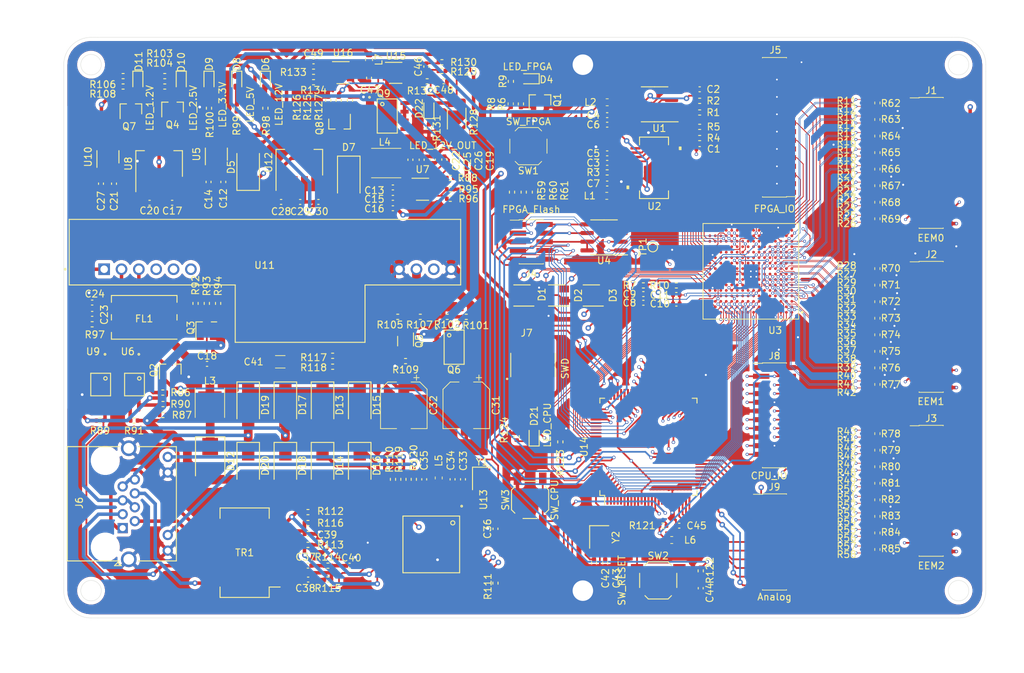
<source format=kicad_pcb>
(kicad_pcb (version 20171130) (host pcbnew 5.1.10-88a1d61d58~88~ubuntu20.04.1)

  (general
    (thickness 1.6)
    (drawings 20)
    (tracks 3584)
    (zones 0)
    (modules 254)
    (nets 306)
  )

  (page A4)
  (layers
    (0 F.Cu signal)
    (1 In1.Cu signal)
    (2 In2.Cu power)
    (31 B.Cu signal)
    (32 B.Adhes user)
    (33 F.Adhes user)
    (34 B.Paste user)
    (35 F.Paste user)
    (36 B.SilkS user)
    (37 F.SilkS user)
    (38 B.Mask user)
    (39 F.Mask user)
    (40 Dwgs.User user)
    (41 Cmts.User user)
    (42 Eco1.User user)
    (43 Eco2.User user)
    (44 Edge.Cuts user)
    (45 Margin user)
    (46 B.CrtYd user)
    (47 F.CrtYd user)
    (48 B.Fab user)
    (49 F.Fab user)
  )

  (setup
    (last_trace_width 0.0889)
    (user_trace_width 0.0889)
    (user_trace_width 0.1016)
    (user_trace_width 0.127)
    (user_trace_width 0.254)
    (user_trace_width 0.508)
    (user_trace_width 0.762)
    (user_trace_width 1.016)
    (user_trace_width 1.27)
    (trace_clearance 0.0889)
    (zone_clearance 0.508)
    (zone_45_only no)
    (trace_min 0.0889)
    (via_size 0.8)
    (via_drill 0.4)
    (via_min_size 0.4)
    (via_min_drill 0.2)
    (user_via 0.4 0.2)
    (user_via 0.45 0.25)
    (user_via 0.5 0.3)
    (user_via 4.199999 4)
    (uvia_size 0.3)
    (uvia_drill 0.1)
    (uvias_allowed no)
    (uvia_min_size 0.2)
    (uvia_min_drill 0.1)
    (edge_width 0.05)
    (segment_width 0.127)
    (pcb_text_width 0.3)
    (pcb_text_size 1.5 1.5)
    (mod_edge_width 0.1524)
    (mod_text_size 1.016 1.016)
    (mod_text_width 0.1524)
    (pad_size 1.524 1.524)
    (pad_drill 0.762)
    (pad_to_mask_clearance 0)
    (solder_mask_min_width 0.00254)
    (aux_axis_origin 0 0)
    (grid_origin 210 57)
    (visible_elements FFFFFF7F)
    (pcbplotparams
      (layerselection 0x010fc_ffffffff)
      (usegerberextensions false)
      (usegerberattributes true)
      (usegerberadvancedattributes true)
      (creategerberjobfile true)
      (excludeedgelayer true)
      (linewidth 0.100000)
      (plotframeref false)
      (viasonmask false)
      (mode 1)
      (useauxorigin false)
      (hpglpennumber 1)
      (hpglpenspeed 20)
      (hpglpendiameter 15.000000)
      (psnegative false)
      (psa4output false)
      (plotreference true)
      (plotvalue true)
      (plotinvisibletext false)
      (padsonsilk false)
      (subtractmaskfromsilk false)
      (outputformat 1)
      (mirror false)
      (drillshape 1)
      (scaleselection 1)
      (outputdirectory ""))
  )

  (net 0 "")
  (net 1 "Net-(C1-Pad1)")
  (net 2 GND)
  (net 3 "Net-(C2-Pad1)")
  (net 4 /HighSpeedADC/+5VA)
  (net 5 /FPGA/GNDPLL0)
  (net 6 /FPGA/VCCPLL0)
  (net 7 /FPGA/GNDPLL1)
  (net 8 /FPGA/VCCPLL1)
  (net 9 +12V_OUT)
  (net 10 /CurrentSenser/12V_CURRENT)
  (net 11 /Power/+6V5)
  (net 12 +12V)
  (net 13 +3V3)
  (net 14 "Net-(C24-Pad1)")
  (net 15 +2V5)
  (net 16 +1V2)
  (net 17 +5V)
  (net 18 "Net-(C38-Pad1)")
  (net 19 "Net-(C40-Pad1)")
  (net 20 "Net-(C41-Pad1)")
  (net 21 /Ethernet/+3V3A)
  (net 22 "Net-(C44-Pad2)")
  (net 23 "Net-(C46-Pad1)")
  (net 24 /MCU/+3V3A)
  (net 25 +3V3MP)
  (net 26 "Net-(D4-Pad2)")
  (net 27 "Net-(D4-Pad1)")
  (net 28 "Net-(D9-Pad2)")
  (net 29 "Net-(D10-Pad2)")
  (net 30 "Net-(D11-Pad2)")
  (net 31 "Net-(D13-Pad2)")
  (net 32 /Ethernet/POE_VC-)
  (net 33 /Ethernet/POE_VC+)
  (net 34 "Net-(D15-Pad2)")
  (net 35 "Net-(D17-Pad2)")
  (net 36 "Net-(D19-Pad2)")
  (net 37 "Net-(D21-Pad2)")
  (net 38 /FPGA_IO1)
  (net 39 /FPGA_IO3)
  (net 40 /FPGA_IO5)
  (net 41 /FPGA_IO7)
  (net 42 /FPGA_IO9)
  (net 43 /FPGA_IO11)
  (net 44 /FPGA_IO13)
  (net 45 /FPGA_IO15)
  (net 46 /FPGA_IO14)
  (net 47 /FPGA_IO12)
  (net 48 /FPGA_IO10)
  (net 49 /FPGA_IO8)
  (net 50 /FPGA_IO6)
  (net 51 /FPGA_IO4)
  (net 52 /FPGA_IO2)
  (net 53 /FPGA_IO0)
  (net 54 /MCU/CPU_SWCLK)
  (net 55 /MCU/CPU_SWDIO)
  (net 56 /MCU/CPU_UART4_TX)
  (net 57 /MCU/CPU_UART4_RX)
  (net 58 /MCU/CPU_PWM_CH1)
  (net 59 /MCU/CPU_PWM_CH2)
  (net 60 /MCU/CPU_PWM_CH3)
  (net 61 /MCU/CPU_PWM_CH4)
  (net 62 /MCU/CPU_IIC2_SDA)
  (net 63 /MCU/CPU_IIC2_SCL)
  (net 64 /MCU/CPU_UART1_RX)
  (net 65 /MCU/CPU_UART1_TX)
  (net 66 /MCU/CPU_SPI2_MOSI)
  (net 67 /MCU/CPU_SPI2_MISO)
  (net 68 /MCU/CPU_SPI2_SCK)
  (net 69 /MCU/CPU_SPI2_CS)
  (net 70 /MCU/CPU_DAC1)
  (net 71 /MCU/CPU_DAC0)
  (net 72 /MCU/CPU_ADC7)
  (net 73 /MCU/CPU_ADC6)
  (net 74 /MCU/CPU_ADC5)
  (net 75 /MCU/CPU_ADC4)
  (net 76 /MCU/CPU_ADC3)
  (net 77 /MCU/CPU_ADC2)
  (net 78 /MCU/CPU_ADC1)
  (net 79 /MCU/CPU_ADC0)
  (net 80 /CurrentSenser/12V_SW)
  (net 81 "Net-(Q1-Pad1)")
  (net 82 "Net-(Q2-Pad3)")
  (net 83 /MCU/CPU_RESET)
  (net 84 "Net-(Q7-Pad1)")
  (net 85 "Net-(R1-Pad1)")
  (net 86 "Net-(R2-Pad1)")
  (net 87 "Net-(R4-Pad1)")
  (net 88 "Net-(R5-Pad2)")
  (net 89 /MCU/CPU_POE_AT_EVENT)
  (net 90 /MCU/CPU_POE_SRC_STATUS)
  (net 91 /Ethernet/RJ45_LED_G)
  (net 92 /Ethernet/RJ45_LED_Y)
  (net 93 "Net-(TP1-Pad1)")
  (net 94 "Net-(C3-Pad1)")
  (net 95 /CurrentSenser/+3V3A)
  (net 96 /EEM0_IIC_SCL)
  (net 97 /EEM0_IIC_SDA)
  (net 98 /EEM1_IIC_SCL)
  (net 99 /EEM1_IIC_SDA)
  (net 100 /EEM2_IIC_SCL)
  (net 101 /EEM2_IIC_SDA)
  (net 102 /EEM0_7_N)
  (net 103 /EEM0_6_P)
  (net 104 /EEM0_5_N)
  (net 105 /EEM0_4_P)
  (net 106 /EEM0_3_N)
  (net 107 /EEM0_2_P)
  (net 108 /EEM0_1_N)
  (net 109 /EEM0_0_P)
  (net 110 /EEM0_7_P)
  (net 111 /EEM0_6_N)
  (net 112 /EEM0_5_P)
  (net 113 /EEM0_4_N)
  (net 114 /EEM0_3_P)
  (net 115 /EEM0_2_N)
  (net 116 /EEM0_1_P)
  (net 117 /EEM0_0_N)
  (net 118 /EEM1_7_N)
  (net 119 /EEM1_6_P)
  (net 120 /EEM1_5_N)
  (net 121 /EEM1_4_P)
  (net 122 /EEM1_3_N)
  (net 123 /EEM1_2_P)
  (net 124 /EEM1_1_N)
  (net 125 /EEM1_0_P)
  (net 126 /EEM1_7_P)
  (net 127 /EEM1_6_N)
  (net 128 /EEM1_5_P)
  (net 129 /EEM1_4_N)
  (net 130 /EEM1_3_P)
  (net 131 /EEM1_2_N)
  (net 132 /EEM1_1_P)
  (net 133 /EEM1_0_N)
  (net 134 /EEM2_7_N)
  (net 135 /EEM2_6_P)
  (net 136 /EEM2_5_N)
  (net 137 /EEM2_4_P)
  (net 138 /EEM2_3_N)
  (net 139 /EEM2_2_P)
  (net 140 /EEM2_1_N)
  (net 141 /EEM2_0_P)
  (net 142 /EEM2_7_P)
  (net 143 /EEM2_6_N)
  (net 144 /EEM2_5_P)
  (net 145 /EEM2_4_N)
  (net 146 /EEM2_3_P)
  (net 147 /EEM2_2_N)
  (net 148 /EEM2_1_P)
  (net 149 /EEM2_0_N)
  (net 150 /CDONE)
  (net 151 /CRESET)
  (net 152 /SPI_CS)
  (net 153 /ENC_INT)
  (net 154 /ADC_D0)
  (net 155 /ADC_D1)
  (net 156 /ADC_D2)
  (net 157 /ADC_D3)
  (net 158 /ADC_D4)
  (net 159 /ADC_D5)
  (net 160 /ADC_D6)
  (net 161 /ADC_D7)
  (net 162 /ADC_CLK)
  (net 163 /FSMC_CLK)
  (net 164 /FSMC_D15)
  (net 165 /FSMC_D9)
  (net 166 /FSMC_D10)
  (net 167 /FSMC_D0)
  (net 168 /FSMC_A7)
  (net 169 /FSMC_NL)
  (net 170 /FSMC_NBL0)
  (net 171 /FSMC_D6)
  (net 172 /FSMC_D7)
  (net 173 /FSMC_D5)
  (net 174 /FSMC_D1)
  (net 175 /FSMC_A3)
  (net 176 /FSMC_A1)
  (net 177 /FSMC_NWAIT)
  (net 178 /FSMC_NOE)
  (net 179 /FSMC_D12)
  (net 180 /FSMC_D8)
  (net 181 /FSMC_D3)
  (net 182 /FSMC_A4)
  (net 183 /FSMC_A6)
  (net 184 /FSMC_A0)
  (net 185 /FSMC_NBL1)
  (net 186 /FSMC_D14)
  (net 187 /FSMC_D11)
  (net 188 /FSMC_D4)
  (net 189 /FSMC_A2)
  (net 190 /FSMC_D13)
  (net 191 /FSMC_D2)
  (net 192 /FSMC_A5)
  (net 193 /FSMC_NE1)
  (net 194 /FSMC_NWE)
  (net 195 /CSBSEL0)
  (net 196 /SPI_MOSI)
  (net 197 /SPI_MISO)
  (net 198 /CSBSEL1)
  (net 199 /SPI_SCK)
  (net 200 /SPI_ENC_CS)
  (net 201 "Net-(C5-Pad2)")
  (net 202 "Net-(C7-Pad2)")
  (net 203 "Net-(C18-Pad2)")
  (net 204 "Net-(C18-Pad1)")
  (net 205 "Net-(C19-Pad2)")
  (net 206 "Net-(C19-Pad1)")
  (net 207 "Net-(C23-Pad2)")
  (net 208 "Net-(C31-Pad1)")
  (net 209 "Net-(C33-Pad1)")
  (net 210 "Net-(C34-Pad1)")
  (net 211 "Net-(C36-Pad2)")
  (net 212 "Net-(C37-Pad2)")
  (net 213 "Net-(C37-Pad1)")
  (net 214 "Net-(C38-Pad2)")
  (net 215 "Net-(C39-Pad1)")
  (net 216 "Net-(C42-Pad1)")
  (net 217 "Net-(C43-Pad1)")
  (net 218 "Net-(D6-Pad2)")
  (net 219 "Net-(D8-Pad2)")
  (net 220 "Net-(D10-Pad1)")
  (net 221 "Net-(D11-Pad1)")
  (net 222 "Net-(D21-Pad1)")
  (net 223 "Net-(D22-Pad1)")
  (net 224 "Net-(Q3-Pad1)")
  (net 225 "Net-(Q4-Pad1)")
  (net 226 "Net-(Q5-Pad6)")
  (net 227 "Net-(Q5-Pad2)")
  (net 228 "Net-(Q5-Pad3)")
  (net 229 "Net-(Q8-Pad3)")
  (net 230 "Net-(Q8-Pad1)")
  (net 231 "Net-(R87-Pad1)")
  (net 232 "Net-(R132-Pad2)")
  (net 233 "Net-(U11-Pad3)")
  (net 234 "Net-(U15-Pad3)")
  (net 235 "Net-(C46-Pad2)")
  (net 236 "Net-(D22-Pad2)")
  (net 237 HSADC_IN)
  (net 238 "Net-(J6-Pad12)")
  (net 239 "Net-(J6-Pad10)")
  (net 240 "Net-(J6-Pad6)")
  (net 241 "Net-(J6-Pad2)")
  (net 242 "Net-(J6-Pad3)")
  (net 243 "Net-(J6-Pad1)")
  (net 244 "Net-(R86-Pad2)")
  (net 245 "Net-(R88-Pad1)")
  (net 246 "Net-(R95-Pad1)")
  (net 247 "Net-(R97-Pad2)")
  (net 248 "Net-(R110-Pad1)")
  (net 249 "Net-(R112-Pad1)")
  (net 250 "Net-(R113-Pad2)")
  (net 251 "Net-(R123-Pad1)")
  (net 252 "Net-(R133-Pad2)")
  (net 253 "Net-(SW3-Pad2)")
  (net 254 /FPGA/LVDS0_0_P)
  (net 255 /FPGA/LVDS0_0_N)
  (net 256 /FPGA/LVDS0_1_P)
  (net 257 /FPGA/LVDS0_1_N)
  (net 258 /FPGA/LVDS0_2_P)
  (net 259 /FPGA/LVDS0_2_N)
  (net 260 /FPGA/LVDS0_3_P)
  (net 261 /FPGA/LVDS0_3_N)
  (net 262 /FPGA/LVDS0_4_P)
  (net 263 /FPGA/LVDS0_4_N)
  (net 264 /FPGA/LVDS0_5_P)
  (net 265 /FPGA/LVDS0_5_N)
  (net 266 /FPGA/LVDS0_6_P)
  (net 267 /FPGA/LVDS0_6_N)
  (net 268 /FPGA/LVDS0_7_P)
  (net 269 /FPGA/LVDS0_7_N)
  (net 270 /FPGA/LVDS1_0_P)
  (net 271 /FPGA/LVDS1_0_N)
  (net 272 /FPGA/LVDS1_1_P)
  (net 273 /FPGA/LVDS1_1_N)
  (net 274 /FPGA/LVDS1_2_P)
  (net 275 /FPGA/LVDS1_2_N)
  (net 276 /FPGA/LVDS1_3_P)
  (net 277 /FPGA/LVDS1_3_N)
  (net 278 /FPGA/LVDS1_4_P)
  (net 279 /FPGA/LVDS1_4_N)
  (net 280 /FPGA/LVDS1_5_P)
  (net 281 /FPGA/LVDS1_5_N)
  (net 282 /FPGA/LVDS1_6_P)
  (net 283 /FPGA/LVDS1_6_N)
  (net 284 /FPGA/LVDS1_7_P)
  (net 285 /FPGA/LVDS1_7_N)
  (net 286 /FPGA/LVDS2_0_P)
  (net 287 /FPGA/LVDS2_0_N)
  (net 288 /FPGA/LVDS2_1_P)
  (net 289 /FPGA/LVDS2_1_N)
  (net 290 /FPGA/LVDS2_2_P)
  (net 291 /FPGA/LVDS2_2_N)
  (net 292 /FPGA/LVDS2_3_P)
  (net 293 /FPGA/LVDS2_3_N)
  (net 294 /FPGA/LVDS2_4_P)
  (net 295 /FPGA/LVDS2_4_N)
  (net 296 /FPGA/LVDS2_5_P)
  (net 297 /FPGA/LVDS2_5_N)
  (net 298 /FPGA/LVDS2_6_P)
  (net 299 /FPGA/LVDS2_6_N)
  (net 300 /FPGA/LVDS2_7_P)
  (net 301 /FPGA/LVDS2_7_N)
  (net 302 /FPGA/FPGA_LED)
  (net 303 /FPGA/FPGA_KEY)
  (net 304 /IIC_SCL)
  (net 305 /IIC_SDA)

  (net_class Default "This is the default net class."
    (clearance 0.0889)
    (trace_width 0.25)
    (via_dia 0.8)
    (via_drill 0.4)
    (uvia_dia 0.3)
    (uvia_drill 0.1)
    (diff_pair_width 0.0889)
    (diff_pair_gap 0.1016)
    (add_net +12V)
    (add_net +12V_OUT)
    (add_net +1V2)
    (add_net +2V5)
    (add_net +3V3)
    (add_net +3V3MP)
    (add_net +5V)
    (add_net /ADC_CLK)
    (add_net /ADC_D0)
    (add_net /ADC_D1)
    (add_net /ADC_D2)
    (add_net /ADC_D3)
    (add_net /ADC_D4)
    (add_net /ADC_D5)
    (add_net /ADC_D6)
    (add_net /ADC_D7)
    (add_net /CDONE)
    (add_net /CRESET)
    (add_net /CSBSEL0)
    (add_net /CSBSEL1)
    (add_net /CurrentSenser/+3V3A)
    (add_net /CurrentSenser/12V_CURRENT)
    (add_net /CurrentSenser/12V_SW)
    (add_net /EEM0_0_N)
    (add_net /EEM0_0_P)
    (add_net /EEM0_1_N)
    (add_net /EEM0_1_P)
    (add_net /EEM0_2_N)
    (add_net /EEM0_2_P)
    (add_net /EEM0_3_N)
    (add_net /EEM0_3_P)
    (add_net /EEM0_4_N)
    (add_net /EEM0_4_P)
    (add_net /EEM0_5_N)
    (add_net /EEM0_5_P)
    (add_net /EEM0_6_N)
    (add_net /EEM0_6_P)
    (add_net /EEM0_7_N)
    (add_net /EEM0_7_P)
    (add_net /EEM0_IIC_SCL)
    (add_net /EEM0_IIC_SDA)
    (add_net /EEM1_0_N)
    (add_net /EEM1_0_P)
    (add_net /EEM1_1_N)
    (add_net /EEM1_1_P)
    (add_net /EEM1_2_N)
    (add_net /EEM1_2_P)
    (add_net /EEM1_3_N)
    (add_net /EEM1_3_P)
    (add_net /EEM1_4_N)
    (add_net /EEM1_4_P)
    (add_net /EEM1_5_N)
    (add_net /EEM1_5_P)
    (add_net /EEM1_6_N)
    (add_net /EEM1_6_P)
    (add_net /EEM1_7_N)
    (add_net /EEM1_7_P)
    (add_net /EEM1_IIC_SCL)
    (add_net /EEM1_IIC_SDA)
    (add_net /EEM2_0_N)
    (add_net /EEM2_0_P)
    (add_net /EEM2_1_N)
    (add_net /EEM2_1_P)
    (add_net /EEM2_2_N)
    (add_net /EEM2_2_P)
    (add_net /EEM2_3_N)
    (add_net /EEM2_3_P)
    (add_net /EEM2_4_N)
    (add_net /EEM2_4_P)
    (add_net /EEM2_5_N)
    (add_net /EEM2_5_P)
    (add_net /EEM2_6_N)
    (add_net /EEM2_6_P)
    (add_net /EEM2_7_N)
    (add_net /EEM2_7_P)
    (add_net /EEM2_IIC_SCL)
    (add_net /EEM2_IIC_SDA)
    (add_net /ENC_INT)
    (add_net /Ethernet/+3V3A)
    (add_net /Ethernet/POE_VC+)
    (add_net /Ethernet/POE_VC-)
    (add_net /Ethernet/RJ45_LED_G)
    (add_net /Ethernet/RJ45_LED_Y)
    (add_net /FPGA/FPGA_KEY)
    (add_net /FPGA/FPGA_LED)
    (add_net /FPGA/GNDPLL0)
    (add_net /FPGA/GNDPLL1)
    (add_net /FPGA/LVDS0_0_N)
    (add_net /FPGA/LVDS0_0_P)
    (add_net /FPGA/LVDS0_1_N)
    (add_net /FPGA/LVDS0_1_P)
    (add_net /FPGA/LVDS0_2_N)
    (add_net /FPGA/LVDS0_2_P)
    (add_net /FPGA/LVDS0_3_N)
    (add_net /FPGA/LVDS0_3_P)
    (add_net /FPGA/LVDS0_4_N)
    (add_net /FPGA/LVDS0_4_P)
    (add_net /FPGA/LVDS0_5_N)
    (add_net /FPGA/LVDS0_5_P)
    (add_net /FPGA/LVDS0_6_N)
    (add_net /FPGA/LVDS0_6_P)
    (add_net /FPGA/LVDS0_7_N)
    (add_net /FPGA/LVDS0_7_P)
    (add_net /FPGA/LVDS1_0_N)
    (add_net /FPGA/LVDS1_0_P)
    (add_net /FPGA/LVDS1_1_N)
    (add_net /FPGA/LVDS1_1_P)
    (add_net /FPGA/LVDS1_2_N)
    (add_net /FPGA/LVDS1_2_P)
    (add_net /FPGA/LVDS1_3_N)
    (add_net /FPGA/LVDS1_3_P)
    (add_net /FPGA/LVDS1_4_N)
    (add_net /FPGA/LVDS1_4_P)
    (add_net /FPGA/LVDS1_5_N)
    (add_net /FPGA/LVDS1_5_P)
    (add_net /FPGA/LVDS1_6_N)
    (add_net /FPGA/LVDS1_6_P)
    (add_net /FPGA/LVDS1_7_N)
    (add_net /FPGA/LVDS1_7_P)
    (add_net /FPGA/LVDS2_0_N)
    (add_net /FPGA/LVDS2_0_P)
    (add_net /FPGA/LVDS2_1_N)
    (add_net /FPGA/LVDS2_1_P)
    (add_net /FPGA/LVDS2_2_N)
    (add_net /FPGA/LVDS2_2_P)
    (add_net /FPGA/LVDS2_3_N)
    (add_net /FPGA/LVDS2_3_P)
    (add_net /FPGA/LVDS2_4_N)
    (add_net /FPGA/LVDS2_4_P)
    (add_net /FPGA/LVDS2_5_N)
    (add_net /FPGA/LVDS2_5_P)
    (add_net /FPGA/LVDS2_6_N)
    (add_net /FPGA/LVDS2_6_P)
    (add_net /FPGA/LVDS2_7_N)
    (add_net /FPGA/LVDS2_7_P)
    (add_net /FPGA/VCCPLL0)
    (add_net /FPGA/VCCPLL1)
    (add_net /FPGA_IO0)
    (add_net /FPGA_IO1)
    (add_net /FPGA_IO10)
    (add_net /FPGA_IO11)
    (add_net /FPGA_IO12)
    (add_net /FPGA_IO13)
    (add_net /FPGA_IO14)
    (add_net /FPGA_IO15)
    (add_net /FPGA_IO2)
    (add_net /FPGA_IO3)
    (add_net /FPGA_IO4)
    (add_net /FPGA_IO5)
    (add_net /FPGA_IO6)
    (add_net /FPGA_IO7)
    (add_net /FPGA_IO8)
    (add_net /FPGA_IO9)
    (add_net /FSMC_A0)
    (add_net /FSMC_A1)
    (add_net /FSMC_A2)
    (add_net /FSMC_A3)
    (add_net /FSMC_A4)
    (add_net /FSMC_A5)
    (add_net /FSMC_A6)
    (add_net /FSMC_A7)
    (add_net /FSMC_CLK)
    (add_net /FSMC_D0)
    (add_net /FSMC_D1)
    (add_net /FSMC_D10)
    (add_net /FSMC_D11)
    (add_net /FSMC_D12)
    (add_net /FSMC_D13)
    (add_net /FSMC_D14)
    (add_net /FSMC_D15)
    (add_net /FSMC_D2)
    (add_net /FSMC_D3)
    (add_net /FSMC_D4)
    (add_net /FSMC_D5)
    (add_net /FSMC_D6)
    (add_net /FSMC_D7)
    (add_net /FSMC_D8)
    (add_net /FSMC_D9)
    (add_net /FSMC_NBL0)
    (add_net /FSMC_NBL1)
    (add_net /FSMC_NE1)
    (add_net /FSMC_NL)
    (add_net /FSMC_NOE)
    (add_net /FSMC_NWAIT)
    (add_net /FSMC_NWE)
    (add_net /HighSpeedADC/+5VA)
    (add_net /IIC_SCL)
    (add_net /IIC_SDA)
    (add_net /MCU/+3V3A)
    (add_net /MCU/CPU_ADC0)
    (add_net /MCU/CPU_ADC1)
    (add_net /MCU/CPU_ADC2)
    (add_net /MCU/CPU_ADC3)
    (add_net /MCU/CPU_ADC4)
    (add_net /MCU/CPU_ADC5)
    (add_net /MCU/CPU_ADC6)
    (add_net /MCU/CPU_ADC7)
    (add_net /MCU/CPU_DAC0)
    (add_net /MCU/CPU_DAC1)
    (add_net /MCU/CPU_IIC2_SCL)
    (add_net /MCU/CPU_IIC2_SDA)
    (add_net /MCU/CPU_POE_AT_EVENT)
    (add_net /MCU/CPU_POE_SRC_STATUS)
    (add_net /MCU/CPU_PWM_CH1)
    (add_net /MCU/CPU_PWM_CH2)
    (add_net /MCU/CPU_PWM_CH3)
    (add_net /MCU/CPU_PWM_CH4)
    (add_net /MCU/CPU_RESET)
    (add_net /MCU/CPU_SPI2_CS)
    (add_net /MCU/CPU_SPI2_MISO)
    (add_net /MCU/CPU_SPI2_MOSI)
    (add_net /MCU/CPU_SPI2_SCK)
    (add_net /MCU/CPU_SWCLK)
    (add_net /MCU/CPU_SWDIO)
    (add_net /MCU/CPU_UART1_RX)
    (add_net /MCU/CPU_UART1_TX)
    (add_net /MCU/CPU_UART4_RX)
    (add_net /MCU/CPU_UART4_TX)
    (add_net /Power/+6V5)
    (add_net /SPI_CS)
    (add_net /SPI_ENC_CS)
    (add_net /SPI_MISO)
    (add_net /SPI_MOSI)
    (add_net /SPI_SCK)
    (add_net GND)
    (add_net HSADC_IN)
    (add_net "Net-(C1-Pad1)")
    (add_net "Net-(C18-Pad1)")
    (add_net "Net-(C18-Pad2)")
    (add_net "Net-(C19-Pad1)")
    (add_net "Net-(C19-Pad2)")
    (add_net "Net-(C2-Pad1)")
    (add_net "Net-(C23-Pad2)")
    (add_net "Net-(C24-Pad1)")
    (add_net "Net-(C3-Pad1)")
    (add_net "Net-(C31-Pad1)")
    (add_net "Net-(C33-Pad1)")
    (add_net "Net-(C34-Pad1)")
    (add_net "Net-(C36-Pad2)")
    (add_net "Net-(C37-Pad1)")
    (add_net "Net-(C37-Pad2)")
    (add_net "Net-(C38-Pad1)")
    (add_net "Net-(C38-Pad2)")
    (add_net "Net-(C39-Pad1)")
    (add_net "Net-(C40-Pad1)")
    (add_net "Net-(C41-Pad1)")
    (add_net "Net-(C42-Pad1)")
    (add_net "Net-(C43-Pad1)")
    (add_net "Net-(C44-Pad2)")
    (add_net "Net-(C46-Pad1)")
    (add_net "Net-(C46-Pad2)")
    (add_net "Net-(C5-Pad2)")
    (add_net "Net-(C7-Pad2)")
    (add_net "Net-(D10-Pad1)")
    (add_net "Net-(D10-Pad2)")
    (add_net "Net-(D11-Pad1)")
    (add_net "Net-(D11-Pad2)")
    (add_net "Net-(D13-Pad2)")
    (add_net "Net-(D15-Pad2)")
    (add_net "Net-(D17-Pad2)")
    (add_net "Net-(D19-Pad2)")
    (add_net "Net-(D21-Pad1)")
    (add_net "Net-(D21-Pad2)")
    (add_net "Net-(D22-Pad1)")
    (add_net "Net-(D22-Pad2)")
    (add_net "Net-(D4-Pad1)")
    (add_net "Net-(D4-Pad2)")
    (add_net "Net-(D6-Pad2)")
    (add_net "Net-(D8-Pad2)")
    (add_net "Net-(D9-Pad2)")
    (add_net "Net-(J6-Pad1)")
    (add_net "Net-(J6-Pad10)")
    (add_net "Net-(J6-Pad12)")
    (add_net "Net-(J6-Pad2)")
    (add_net "Net-(J6-Pad3)")
    (add_net "Net-(J6-Pad6)")
    (add_net "Net-(Q1-Pad1)")
    (add_net "Net-(Q2-Pad3)")
    (add_net "Net-(Q3-Pad1)")
    (add_net "Net-(Q4-Pad1)")
    (add_net "Net-(Q5-Pad2)")
    (add_net "Net-(Q5-Pad3)")
    (add_net "Net-(Q5-Pad6)")
    (add_net "Net-(Q7-Pad1)")
    (add_net "Net-(Q8-Pad1)")
    (add_net "Net-(Q8-Pad3)")
    (add_net "Net-(R1-Pad1)")
    (add_net "Net-(R110-Pad1)")
    (add_net "Net-(R112-Pad1)")
    (add_net "Net-(R113-Pad2)")
    (add_net "Net-(R123-Pad1)")
    (add_net "Net-(R132-Pad2)")
    (add_net "Net-(R133-Pad2)")
    (add_net "Net-(R2-Pad1)")
    (add_net "Net-(R4-Pad1)")
    (add_net "Net-(R5-Pad2)")
    (add_net "Net-(R86-Pad2)")
    (add_net "Net-(R87-Pad1)")
    (add_net "Net-(R88-Pad1)")
    (add_net "Net-(R95-Pad1)")
    (add_net "Net-(R97-Pad2)")
    (add_net "Net-(SW3-Pad2)")
    (add_net "Net-(TP1-Pad1)")
    (add_net "Net-(U11-Pad3)")
    (add_net "Net-(U15-Pad3)")
  )

  (module Connector_PinHeader_1.27mm:PinHeader_2x15_P1.27mm_Vertical_SMD (layer F.Cu) (tedit 59FED6E3) (tstamp 60D141B2)
    (at 205.994 119.38)
    (descr "surface-mounted straight pin header, 2x15, 1.27mm pitch, double rows")
    (tags "Surface mounted pin header SMD 2x15 1.27mm double row")
    (path /60CB9D41/61B2D756)
    (attr smd)
    (fp_text reference J3 (at 0 -10.585) (layer F.SilkS)
      (effects (font (size 1 1) (thickness 0.15)))
    )
    (fp_text value EEM2 (at 0.006 10.98) (layer F.SilkS)
      (effects (font (size 1 1) (thickness 0.15)))
    )
    (fp_line (start 4.3 -10.05) (end -4.3 -10.05) (layer F.CrtYd) (width 0.05))
    (fp_line (start 4.3 10.05) (end 4.3 -10.05) (layer F.CrtYd) (width 0.05))
    (fp_line (start -4.3 10.05) (end 4.3 10.05) (layer F.CrtYd) (width 0.05))
    (fp_line (start -4.3 -10.05) (end -4.3 10.05) (layer F.CrtYd) (width 0.05))
    (fp_line (start 1.765 9.52) (end 1.765 9.585) (layer F.SilkS) (width 0.12))
    (fp_line (start -1.765 9.52) (end -1.765 9.585) (layer F.SilkS) (width 0.12))
    (fp_line (start 1.765 -9.585) (end 1.765 -9.52) (layer F.SilkS) (width 0.12))
    (fp_line (start -1.765 -9.585) (end -1.765 -9.52) (layer F.SilkS) (width 0.12))
    (fp_line (start -3.09 -9.52) (end -1.765 -9.52) (layer F.SilkS) (width 0.12))
    (fp_line (start -1.765 9.585) (end 1.765 9.585) (layer F.SilkS) (width 0.12))
    (fp_line (start -1.765 -9.585) (end 1.765 -9.585) (layer F.SilkS) (width 0.12))
    (fp_line (start 2.75 9.09) (end 1.705 9.09) (layer F.Fab) (width 0.1))
    (fp_line (start 2.75 8.69) (end 2.75 9.09) (layer F.Fab) (width 0.1))
    (fp_line (start 1.705 8.69) (end 2.75 8.69) (layer F.Fab) (width 0.1))
    (fp_line (start -2.75 9.09) (end -1.705 9.09) (layer F.Fab) (width 0.1))
    (fp_line (start -2.75 8.69) (end -2.75 9.09) (layer F.Fab) (width 0.1))
    (fp_line (start -1.705 8.69) (end -2.75 8.69) (layer F.Fab) (width 0.1))
    (fp_line (start 2.75 7.82) (end 1.705 7.82) (layer F.Fab) (width 0.1))
    (fp_line (start 2.75 7.42) (end 2.75 7.82) (layer F.Fab) (width 0.1))
    (fp_line (start 1.705 7.42) (end 2.75 7.42) (layer F.Fab) (width 0.1))
    (fp_line (start -2.75 7.82) (end -1.705 7.82) (layer F.Fab) (width 0.1))
    (fp_line (start -2.75 7.42) (end -2.75 7.82) (layer F.Fab) (width 0.1))
    (fp_line (start -1.705 7.42) (end -2.75 7.42) (layer F.Fab) (width 0.1))
    (fp_line (start 2.75 6.55) (end 1.705 6.55) (layer F.Fab) (width 0.1))
    (fp_line (start 2.75 6.15) (end 2.75 6.55) (layer F.Fab) (width 0.1))
    (fp_line (start 1.705 6.15) (end 2.75 6.15) (layer F.Fab) (width 0.1))
    (fp_line (start -2.75 6.55) (end -1.705 6.55) (layer F.Fab) (width 0.1))
    (fp_line (start -2.75 6.15) (end -2.75 6.55) (layer F.Fab) (width 0.1))
    (fp_line (start -1.705 6.15) (end -2.75 6.15) (layer F.Fab) (width 0.1))
    (fp_line (start 2.75 5.28) (end 1.705 5.28) (layer F.Fab) (width 0.1))
    (fp_line (start 2.75 4.88) (end 2.75 5.28) (layer F.Fab) (width 0.1))
    (fp_line (start 1.705 4.88) (end 2.75 4.88) (layer F.Fab) (width 0.1))
    (fp_line (start -2.75 5.28) (end -1.705 5.28) (layer F.Fab) (width 0.1))
    (fp_line (start -2.75 4.88) (end -2.75 5.28) (layer F.Fab) (width 0.1))
    (fp_line (start -1.705 4.88) (end -2.75 4.88) (layer F.Fab) (width 0.1))
    (fp_line (start 2.75 4.01) (end 1.705 4.01) (layer F.Fab) (width 0.1))
    (fp_line (start 2.75 3.61) (end 2.75 4.01) (layer F.Fab) (width 0.1))
    (fp_line (start 1.705 3.61) (end 2.75 3.61) (layer F.Fab) (width 0.1))
    (fp_line (start -2.75 4.01) (end -1.705 4.01) (layer F.Fab) (width 0.1))
    (fp_line (start -2.75 3.61) (end -2.75 4.01) (layer F.Fab) (width 0.1))
    (fp_line (start -1.705 3.61) (end -2.75 3.61) (layer F.Fab) (width 0.1))
    (fp_line (start 2.75 2.74) (end 1.705 2.74) (layer F.Fab) (width 0.1))
    (fp_line (start 2.75 2.34) (end 2.75 2.74) (layer F.Fab) (width 0.1))
    (fp_line (start 1.705 2.34) (end 2.75 2.34) (layer F.Fab) (width 0.1))
    (fp_line (start -2.75 2.74) (end -1.705 2.74) (layer F.Fab) (width 0.1))
    (fp_line (start -2.75 2.34) (end -2.75 2.74) (layer F.Fab) (width 0.1))
    (fp_line (start -1.705 2.34) (end -2.75 2.34) (layer F.Fab) (width 0.1))
    (fp_line (start 2.75 1.47) (end 1.705 1.47) (layer F.Fab) (width 0.1))
    (fp_line (start 2.75 1.07) (end 2.75 1.47) (layer F.Fab) (width 0.1))
    (fp_line (start 1.705 1.07) (end 2.75 1.07) (layer F.Fab) (width 0.1))
    (fp_line (start -2.75 1.47) (end -1.705 1.47) (layer F.Fab) (width 0.1))
    (fp_line (start -2.75 1.07) (end -2.75 1.47) (layer F.Fab) (width 0.1))
    (fp_line (start -1.705 1.07) (end -2.75 1.07) (layer F.Fab) (width 0.1))
    (fp_line (start 2.75 0.2) (end 1.705 0.2) (layer F.Fab) (width 0.1))
    (fp_line (start 2.75 -0.2) (end 2.75 0.2) (layer F.Fab) (width 0.1))
    (fp_line (start 1.705 -0.2) (end 2.75 -0.2) (layer F.Fab) (width 0.1))
    (fp_line (start -2.75 0.2) (end -1.705 0.2) (layer F.Fab) (width 0.1))
    (fp_line (start -2.75 -0.2) (end -2.75 0.2) (layer F.Fab) (width 0.1))
    (fp_line (start -1.705 -0.2) (end -2.75 -0.2) (layer F.Fab) (width 0.1))
    (fp_line (start 2.75 -1.07) (end 1.705 -1.07) (layer F.Fab) (width 0.1))
    (fp_line (start 2.75 -1.47) (end 2.75 -1.07) (layer F.Fab) (width 0.1))
    (fp_line (start 1.705 -1.47) (end 2.75 -1.47) (layer F.Fab) (width 0.1))
    (fp_line (start -2.75 -1.07) (end -1.705 -1.07) (layer F.Fab) (width 0.1))
    (fp_line (start -2.75 -1.47) (end -2.75 -1.07) (layer F.Fab) (width 0.1))
    (fp_line (start -1.705 -1.47) (end -2.75 -1.47) (layer F.Fab) (width 0.1))
    (fp_line (start 2.75 -2.34) (end 1.705 -2.34) (layer F.Fab) (width 0.1))
    (fp_line (start 2.75 -2.74) (end 2.75 -2.34) (layer F.Fab) (width 0.1))
    (fp_line (start 1.705 -2.74) (end 2.75 -2.74) (layer F.Fab) (width 0.1))
    (fp_line (start -2.75 -2.34) (end -1.705 -2.34) (layer F.Fab) (width 0.1))
    (fp_line (start -2.75 -2.74) (end -2.75 -2.34) (layer F.Fab) (width 0.1))
    (fp_line (start -1.705 -2.74) (end -2.75 -2.74) (layer F.Fab) (width 0.1))
    (fp_line (start 2.75 -3.61) (end 1.705 -3.61) (layer F.Fab) (width 0.1))
    (fp_line (start 2.75 -4.01) (end 2.75 -3.61) (layer F.Fab) (width 0.1))
    (fp_line (start 1.705 -4.01) (end 2.75 -4.01) (layer F.Fab) (width 0.1))
    (fp_line (start -2.75 -3.61) (end -1.705 -3.61) (layer F.Fab) (width 0.1))
    (fp_line (start -2.75 -4.01) (end -2.75 -3.61) (layer F.Fab) (width 0.1))
    (fp_line (start -1.705 -4.01) (end -2.75 -4.01) (layer F.Fab) (width 0.1))
    (fp_line (start 2.75 -4.88) (end 1.705 -4.88) (layer F.Fab) (width 0.1))
    (fp_line (start 2.75 -5.28) (end 2.75 -4.88) (layer F.Fab) (width 0.1))
    (fp_line (start 1.705 -5.28) (end 2.75 -5.28) (layer F.Fab) (width 0.1))
    (fp_line (start -2.75 -4.88) (end -1.705 -4.88) (layer F.Fab) (width 0.1))
    (fp_line (start -2.75 -5.28) (end -2.75 -4.88) (layer F.Fab) (width 0.1))
    (fp_line (start -1.705 -5.28) (end -2.75 -5.28) (layer F.Fab) (width 0.1))
    (fp_line (start 2.75 -6.15) (end 1.705 -6.15) (layer F.Fab) (width 0.1))
    (fp_line (start 2.75 -6.55) (end 2.75 -6.15) (layer F.Fab) (width 0.1))
    (fp_line (start 1.705 -6.55) (end 2.75 -6.55) (layer F.Fab) (width 0.1))
    (fp_line (start -2.75 -6.15) (end -1.705 -6.15) (layer F.Fab) (width 0.1))
    (fp_line (start -2.75 -6.55) (end -2.75 -6.15) (layer F.Fab) (width 0.1))
    (fp_line (start -1.705 -6.55) (end -2.75 -6.55) (layer F.Fab) (width 0.1))
    (fp_line (start 2.75 -7.42) (end 1.705 -7.42) (layer F.Fab) (width 0.1))
    (fp_line (start 2.75 -7.82) (end 2.75 -7.42) (layer F.Fab) (width 0.1))
    (fp_line (start 1.705 -7.82) (end 2.75 -7.82) (layer F.Fab) (width 0.1))
    (fp_line (start -2.75 -7.42) (end -1.705 -7.42) (layer F.Fab) (width 0.1))
    (fp_line (start -2.75 -7.82) (end -2.75 -7.42) (layer F.Fab) (width 0.1))
    (fp_line (start -1.705 -7.82) (end -2.75 -7.82) (layer F.Fab) (width 0.1))
    (fp_line (start 2.75 -8.69) (end 1.705 -8.69) (layer F.Fab) (width 0.1))
    (fp_line (start 2.75 -9.09) (end 2.75 -8.69) (layer F.Fab) (width 0.1))
    (fp_line (start 1.705 -9.09) (end 2.75 -9.09) (layer F.Fab) (width 0.1))
    (fp_line (start -2.75 -8.69) (end -1.705 -8.69) (layer F.Fab) (width 0.1))
    (fp_line (start -2.75 -9.09) (end -2.75 -8.69) (layer F.Fab) (width 0.1))
    (fp_line (start -1.705 -9.09) (end -2.75 -9.09) (layer F.Fab) (width 0.1))
    (fp_line (start 1.705 -9.525) (end 1.705 9.525) (layer F.Fab) (width 0.1))
    (fp_line (start -1.705 -9.09) (end -1.27 -9.525) (layer F.Fab) (width 0.1))
    (fp_line (start -1.705 9.525) (end -1.705 -9.09) (layer F.Fab) (width 0.1))
    (fp_line (start -1.27 -9.525) (end 1.705 -9.525) (layer F.Fab) (width 0.1))
    (fp_line (start 1.705 9.525) (end -1.705 9.525) (layer F.Fab) (width 0.1))
    (fp_text user %R (at 0 0 90) (layer F.Fab) hide
      (effects (font (size 1 1) (thickness 0.15)))
    )
    (pad 30 smd rect (at 1.95 8.89) (size 2.4 0.74) (layers F.Cu F.Paste F.Mask)
      (net 25 +3V3MP))
    (pad 29 smd rect (at -1.95 8.89) (size 2.4 0.74) (layers F.Cu F.Paste F.Mask)
      (net 9 +12V_OUT))
    (pad 28 smd rect (at 1.95 7.62) (size 2.4 0.74) (layers F.Cu F.Paste F.Mask)
      (net 9 +12V_OUT))
    (pad 27 smd rect (at -1.95 7.62) (size 2.4 0.74) (layers F.Cu F.Paste F.Mask)
      (net 100 /EEM2_IIC_SCL))
    (pad 26 smd rect (at 1.95 6.35) (size 2.4 0.74) (layers F.Cu F.Paste F.Mask)
      (net 101 /EEM2_IIC_SDA))
    (pad 25 smd rect (at -1.95 6.35) (size 2.4 0.74) (layers F.Cu F.Paste F.Mask)
      (net 2 GND))
    (pad 24 smd rect (at 1.95 5.08) (size 2.4 0.74) (layers F.Cu F.Paste F.Mask)
      (net 134 /EEM2_7_N))
    (pad 23 smd rect (at -1.95 5.08) (size 2.4 0.74) (layers F.Cu F.Paste F.Mask)
      (net 142 /EEM2_7_P))
    (pad 22 smd rect (at 1.95 3.81) (size 2.4 0.74) (layers F.Cu F.Paste F.Mask)
      (net 2 GND))
    (pad 21 smd rect (at -1.95 3.81) (size 2.4 0.74) (layers F.Cu F.Paste F.Mask)
      (net 143 /EEM2_6_N))
    (pad 20 smd rect (at 1.95 2.54) (size 2.4 0.74) (layers F.Cu F.Paste F.Mask)
      (net 135 /EEM2_6_P))
    (pad 19 smd rect (at -1.95 2.54) (size 2.4 0.74) (layers F.Cu F.Paste F.Mask)
      (net 2 GND))
    (pad 18 smd rect (at 1.95 1.27) (size 2.4 0.74) (layers F.Cu F.Paste F.Mask)
      (net 136 /EEM2_5_N))
    (pad 17 smd rect (at -1.95 1.27) (size 2.4 0.74) (layers F.Cu F.Paste F.Mask)
      (net 144 /EEM2_5_P))
    (pad 16 smd rect (at 1.95 0) (size 2.4 0.74) (layers F.Cu F.Paste F.Mask)
      (net 2 GND))
    (pad 15 smd rect (at -1.95 0) (size 2.4 0.74) (layers F.Cu F.Paste F.Mask)
      (net 145 /EEM2_4_N))
    (pad 14 smd rect (at 1.95 -1.27) (size 2.4 0.74) (layers F.Cu F.Paste F.Mask)
      (net 137 /EEM2_4_P))
    (pad 13 smd rect (at -1.95 -1.27) (size 2.4 0.74) (layers F.Cu F.Paste F.Mask)
      (net 2 GND))
    (pad 12 smd rect (at 1.95 -2.54) (size 2.4 0.74) (layers F.Cu F.Paste F.Mask)
      (net 138 /EEM2_3_N))
    (pad 11 smd rect (at -1.95 -2.54) (size 2.4 0.74) (layers F.Cu F.Paste F.Mask)
      (net 146 /EEM2_3_P))
    (pad 10 smd rect (at 1.95 -3.81) (size 2.4 0.74) (layers F.Cu F.Paste F.Mask)
      (net 2 GND))
    (pad 9 smd rect (at -1.95 -3.81) (size 2.4 0.74) (layers F.Cu F.Paste F.Mask)
      (net 147 /EEM2_2_N))
    (pad 8 smd rect (at 1.95 -5.08) (size 2.4 0.74) (layers F.Cu F.Paste F.Mask)
      (net 139 /EEM2_2_P))
    (pad 7 smd rect (at -1.95 -5.08) (size 2.4 0.74) (layers F.Cu F.Paste F.Mask)
      (net 2 GND))
    (pad 6 smd rect (at 1.95 -6.35) (size 2.4 0.74) (layers F.Cu F.Paste F.Mask)
      (net 140 /EEM2_1_N))
    (pad 5 smd rect (at -1.95 -6.35) (size 2.4 0.74) (layers F.Cu F.Paste F.Mask)
      (net 148 /EEM2_1_P))
    (pad 4 smd rect (at 1.95 -7.62) (size 2.4 0.74) (layers F.Cu F.Paste F.Mask)
      (net 2 GND))
    (pad 3 smd rect (at -1.95 -7.62) (size 2.4 0.74) (layers F.Cu F.Paste F.Mask)
      (net 149 /EEM2_0_N))
    (pad 2 smd rect (at 1.95 -8.89) (size 2.4 0.74) (layers F.Cu F.Paste F.Mask)
      (net 141 /EEM2_0_P))
    (pad 1 smd rect (at -1.95 -8.89) (size 2.4 0.74) (layers F.Cu F.Paste F.Mask)
      (net 2 GND))
    (model ${KISYS3DMOD}/Connector_PinHeader_1.27mm.3dshapes/PinHeader_2x15_P1.27mm_Vertical_SMD.wrl
      (at (xyz 0 0 0))
      (scale (xyz 1 1 1))
      (rotate (xyz 0 0 0))
    )
  )

  (module Resistor_SMD:R_0402_1005Metric (layer F.Cu) (tedit 5F68FEEE) (tstamp 60D1482A)
    (at 198.1155 67.448223 90)
    (descr "Resistor SMD 0402 (1005 Metric), square (rectangular) end terminal, IPC_7351 nominal, (Body size source: IPC-SM-782 page 72, https://www.pcb-3d.com/wordpress/wp-content/uploads/ipc-sm-782a_amendment_1_and_2.pdf), generated with kicad-footprint-generator")
    (tags resistor)
    (path /60C0E996/614580E8)
    (attr smd)
    (fp_text reference R64 (at -0.011777 1.9645 180) (layer F.SilkS)
      (effects (font (size 1 1) (thickness 0.15)))
    )
    (fp_text value 100/1% (at 0 1.17 90) (layer F.Fab) hide
      (effects (font (size 1 1) (thickness 0.15)))
    )
    (fp_text user %R (at 0 0 90) (layer F.Fab) hide
      (effects (font (size 0.26 0.26) (thickness 0.04)))
    )
    (fp_line (start -0.525 0.27) (end -0.525 -0.27) (layer F.Fab) (width 0.1))
    (fp_line (start -0.525 -0.27) (end 0.525 -0.27) (layer F.Fab) (width 0.1))
    (fp_line (start 0.525 -0.27) (end 0.525 0.27) (layer F.Fab) (width 0.1))
    (fp_line (start 0.525 0.27) (end -0.525 0.27) (layer F.Fab) (width 0.1))
    (fp_line (start -0.153641 -0.38) (end 0.153641 -0.38) (layer F.SilkS) (width 0.12))
    (fp_line (start -0.153641 0.38) (end 0.153641 0.38) (layer F.SilkS) (width 0.12))
    (fp_line (start -0.93 0.47) (end -0.93 -0.47) (layer F.CrtYd) (width 0.05))
    (fp_line (start -0.93 -0.47) (end 0.93 -0.47) (layer F.CrtYd) (width 0.05))
    (fp_line (start 0.93 -0.47) (end 0.93 0.47) (layer F.CrtYd) (width 0.05))
    (fp_line (start 0.93 0.47) (end -0.93 0.47) (layer F.CrtYd) (width 0.05))
    (pad 2 smd roundrect (at 0.51 0 90) (size 0.54 0.64) (layers F.Cu F.Paste F.Mask) (roundrect_rratio 0.25)
      (net 115 /EEM0_2_N))
    (pad 1 smd roundrect (at -0.51 0 90) (size 0.54 0.64) (layers F.Cu F.Paste F.Mask) (roundrect_rratio 0.25)
      (net 107 /EEM0_2_P))
    (model ${KISYS3DMOD}/Resistor_SMD.3dshapes/R_0402_1005Metric.wrl
      (at (xyz 0 0 0))
      (scale (xyz 1 1 1))
      (rotate (xyz 0 0 0))
    )
  )

  (module Connector_PinHeader_1.27mm:PinHeader_2x15_P1.27mm_Vertical_SMD (layer F.Cu) (tedit 59FED6E3) (tstamp 60D1412C)
    (at 205.994 71.374)
    (descr "surface-mounted straight pin header, 2x15, 1.27mm pitch, double rows")
    (tags "Surface mounted pin header SMD 2x15 1.27mm double row")
    (path /60CB9D41/6182545F)
    (attr smd)
    (fp_text reference J1 (at 0 -10.585) (layer F.SilkS)
      (effects (font (size 1 1) (thickness 0.15)))
    )
    (fp_text value EEM0 (at -0.044 11.006) (layer F.SilkS)
      (effects (font (size 1 1) (thickness 0.15)))
    )
    (fp_line (start 4.3 -10.05) (end -4.3 -10.05) (layer F.CrtYd) (width 0.05))
    (fp_line (start 4.3 10.05) (end 4.3 -10.05) (layer F.CrtYd) (width 0.05))
    (fp_line (start -4.3 10.05) (end 4.3 10.05) (layer F.CrtYd) (width 0.05))
    (fp_line (start -4.3 -10.05) (end -4.3 10.05) (layer F.CrtYd) (width 0.05))
    (fp_line (start 1.765 9.52) (end 1.765 9.585) (layer F.SilkS) (width 0.12))
    (fp_line (start -1.765 9.52) (end -1.765 9.585) (layer F.SilkS) (width 0.12))
    (fp_line (start 1.765 -9.585) (end 1.765 -9.52) (layer F.SilkS) (width 0.12))
    (fp_line (start -1.765 -9.585) (end -1.765 -9.52) (layer F.SilkS) (width 0.12))
    (fp_line (start -3.09 -9.52) (end -1.765 -9.52) (layer F.SilkS) (width 0.12))
    (fp_line (start -1.765 9.585) (end 1.765 9.585) (layer F.SilkS) (width 0.12))
    (fp_line (start -1.765 -9.585) (end 1.765 -9.585) (layer F.SilkS) (width 0.12))
    (fp_line (start 2.75 9.09) (end 1.705 9.09) (layer F.Fab) (width 0.1))
    (fp_line (start 2.75 8.69) (end 2.75 9.09) (layer F.Fab) (width 0.1))
    (fp_line (start 1.705 8.69) (end 2.75 8.69) (layer F.Fab) (width 0.1))
    (fp_line (start -2.75 9.09) (end -1.705 9.09) (layer F.Fab) (width 0.1))
    (fp_line (start -2.75 8.69) (end -2.75 9.09) (layer F.Fab) (width 0.1))
    (fp_line (start -1.705 8.69) (end -2.75 8.69) (layer F.Fab) (width 0.1))
    (fp_line (start 2.75 7.82) (end 1.705 7.82) (layer F.Fab) (width 0.1))
    (fp_line (start 2.75 7.42) (end 2.75 7.82) (layer F.Fab) (width 0.1))
    (fp_line (start 1.705 7.42) (end 2.75 7.42) (layer F.Fab) (width 0.1))
    (fp_line (start -2.75 7.82) (end -1.705 7.82) (layer F.Fab) (width 0.1))
    (fp_line (start -2.75 7.42) (end -2.75 7.82) (layer F.Fab) (width 0.1))
    (fp_line (start -1.705 7.42) (end -2.75 7.42) (layer F.Fab) (width 0.1))
    (fp_line (start 2.75 6.55) (end 1.705 6.55) (layer F.Fab) (width 0.1))
    (fp_line (start 2.75 6.15) (end 2.75 6.55) (layer F.Fab) (width 0.1))
    (fp_line (start 1.705 6.15) (end 2.75 6.15) (layer F.Fab) (width 0.1))
    (fp_line (start -2.75 6.55) (end -1.705 6.55) (layer F.Fab) (width 0.1))
    (fp_line (start -2.75 6.15) (end -2.75 6.55) (layer F.Fab) (width 0.1))
    (fp_line (start -1.705 6.15) (end -2.75 6.15) (layer F.Fab) (width 0.1))
    (fp_line (start 2.75 5.28) (end 1.705 5.28) (layer F.Fab) (width 0.1))
    (fp_line (start 2.75 4.88) (end 2.75 5.28) (layer F.Fab) (width 0.1))
    (fp_line (start 1.705 4.88) (end 2.75 4.88) (layer F.Fab) (width 0.1))
    (fp_line (start -2.75 5.28) (end -1.705 5.28) (layer F.Fab) (width 0.1))
    (fp_line (start -2.75 4.88) (end -2.75 5.28) (layer F.Fab) (width 0.1))
    (fp_line (start -1.705 4.88) (end -2.75 4.88) (layer F.Fab) (width 0.1))
    (fp_line (start 2.75 4.01) (end 1.705 4.01) (layer F.Fab) (width 0.1))
    (fp_line (start 2.75 3.61) (end 2.75 4.01) (layer F.Fab) (width 0.1))
    (fp_line (start 1.705 3.61) (end 2.75 3.61) (layer F.Fab) (width 0.1))
    (fp_line (start -2.75 4.01) (end -1.705 4.01) (layer F.Fab) (width 0.1))
    (fp_line (start -2.75 3.61) (end -2.75 4.01) (layer F.Fab) (width 0.1))
    (fp_line (start -1.705 3.61) (end -2.75 3.61) (layer F.Fab) (width 0.1))
    (fp_line (start 2.75 2.74) (end 1.705 2.74) (layer F.Fab) (width 0.1))
    (fp_line (start 2.75 2.34) (end 2.75 2.74) (layer F.Fab) (width 0.1))
    (fp_line (start 1.705 2.34) (end 2.75 2.34) (layer F.Fab) (width 0.1))
    (fp_line (start -2.75 2.74) (end -1.705 2.74) (layer F.Fab) (width 0.1))
    (fp_line (start -2.75 2.34) (end -2.75 2.74) (layer F.Fab) (width 0.1))
    (fp_line (start -1.705 2.34) (end -2.75 2.34) (layer F.Fab) (width 0.1))
    (fp_line (start 2.75 1.47) (end 1.705 1.47) (layer F.Fab) (width 0.1))
    (fp_line (start 2.75 1.07) (end 2.75 1.47) (layer F.Fab) (width 0.1))
    (fp_line (start 1.705 1.07) (end 2.75 1.07) (layer F.Fab) (width 0.1))
    (fp_line (start -2.75 1.47) (end -1.705 1.47) (layer F.Fab) (width 0.1))
    (fp_line (start -2.75 1.07) (end -2.75 1.47) (layer F.Fab) (width 0.1))
    (fp_line (start -1.705 1.07) (end -2.75 1.07) (layer F.Fab) (width 0.1))
    (fp_line (start 2.75 0.2) (end 1.705 0.2) (layer F.Fab) (width 0.1))
    (fp_line (start 2.75 -0.2) (end 2.75 0.2) (layer F.Fab) (width 0.1))
    (fp_line (start 1.705 -0.2) (end 2.75 -0.2) (layer F.Fab) (width 0.1))
    (fp_line (start -2.75 0.2) (end -1.705 0.2) (layer F.Fab) (width 0.1))
    (fp_line (start -2.75 -0.2) (end -2.75 0.2) (layer F.Fab) (width 0.1))
    (fp_line (start -1.705 -0.2) (end -2.75 -0.2) (layer F.Fab) (width 0.1))
    (fp_line (start 2.75 -1.07) (end 1.705 -1.07) (layer F.Fab) (width 0.1))
    (fp_line (start 2.75 -1.47) (end 2.75 -1.07) (layer F.Fab) (width 0.1))
    (fp_line (start 1.705 -1.47) (end 2.75 -1.47) (layer F.Fab) (width 0.1))
    (fp_line (start -2.75 -1.07) (end -1.705 -1.07) (layer F.Fab) (width 0.1))
    (fp_line (start -2.75 -1.47) (end -2.75 -1.07) (layer F.Fab) (width 0.1))
    (fp_line (start -1.705 -1.47) (end -2.75 -1.47) (layer F.Fab) (width 0.1))
    (fp_line (start 2.75 -2.34) (end 1.705 -2.34) (layer F.Fab) (width 0.1))
    (fp_line (start 2.75 -2.74) (end 2.75 -2.34) (layer F.Fab) (width 0.1))
    (fp_line (start 1.705 -2.74) (end 2.75 -2.74) (layer F.Fab) (width 0.1))
    (fp_line (start -2.75 -2.34) (end -1.705 -2.34) (layer F.Fab) (width 0.1))
    (fp_line (start -2.75 -2.74) (end -2.75 -2.34) (layer F.Fab) (width 0.1))
    (fp_line (start -1.705 -2.74) (end -2.75 -2.74) (layer F.Fab) (width 0.1))
    (fp_line (start 2.75 -3.61) (end 1.705 -3.61) (layer F.Fab) (width 0.1))
    (fp_line (start 2.75 -4.01) (end 2.75 -3.61) (layer F.Fab) (width 0.1))
    (fp_line (start 1.705 -4.01) (end 2.75 -4.01) (layer F.Fab) (width 0.1))
    (fp_line (start -2.75 -3.61) (end -1.705 -3.61) (layer F.Fab) (width 0.1))
    (fp_line (start -2.75 -4.01) (end -2.75 -3.61) (layer F.Fab) (width 0.1))
    (fp_line (start -1.705 -4.01) (end -2.75 -4.01) (layer F.Fab) (width 0.1))
    (fp_line (start 2.75 -4.88) (end 1.705 -4.88) (layer F.Fab) (width 0.1))
    (fp_line (start 2.75 -5.28) (end 2.75 -4.88) (layer F.Fab) (width 0.1))
    (fp_line (start 1.705 -5.28) (end 2.75 -5.28) (layer F.Fab) (width 0.1))
    (fp_line (start -2.75 -4.88) (end -1.705 -4.88) (layer F.Fab) (width 0.1))
    (fp_line (start -2.75 -5.28) (end -2.75 -4.88) (layer F.Fab) (width 0.1))
    (fp_line (start -1.705 -5.28) (end -2.75 -5.28) (layer F.Fab) (width 0.1))
    (fp_line (start 2.75 -6.15) (end 1.705 -6.15) (layer F.Fab) (width 0.1))
    (fp_line (start 2.75 -6.55) (end 2.75 -6.15) (layer F.Fab) (width 0.1))
    (fp_line (start 1.705 -6.55) (end 2.75 -6.55) (layer F.Fab) (width 0.1))
    (fp_line (start -2.75 -6.15) (end -1.705 -6.15) (layer F.Fab) (width 0.1))
    (fp_line (start -2.75 -6.55) (end -2.75 -6.15) (layer F.Fab) (width 0.1))
    (fp_line (start -1.705 -6.55) (end -2.75 -6.55) (layer F.Fab) (width 0.1))
    (fp_line (start 2.75 -7.42) (end 1.705 -7.42) (layer F.Fab) (width 0.1))
    (fp_line (start 2.75 -7.82) (end 2.75 -7.42) (layer F.Fab) (width 0.1))
    (fp_line (start 1.705 -7.82) (end 2.75 -7.82) (layer F.Fab) (width 0.1))
    (fp_line (start -2.75 -7.42) (end -1.705 -7.42) (layer F.Fab) (width 0.1))
    (fp_line (start -2.75 -7.82) (end -2.75 -7.42) (layer F.Fab) (width 0.1))
    (fp_line (start -1.705 -7.82) (end -2.75 -7.82) (layer F.Fab) (width 0.1))
    (fp_line (start 2.75 -8.69) (end 1.705 -8.69) (layer F.Fab) (width 0.1))
    (fp_line (start 2.75 -9.09) (end 2.75 -8.69) (layer F.Fab) (width 0.1))
    (fp_line (start 1.705 -9.09) (end 2.75 -9.09) (layer F.Fab) (width 0.1))
    (fp_line (start -2.75 -8.69) (end -1.705 -8.69) (layer F.Fab) (width 0.1))
    (fp_line (start -2.75 -9.09) (end -2.75 -8.69) (layer F.Fab) (width 0.1))
    (fp_line (start -1.705 -9.09) (end -2.75 -9.09) (layer F.Fab) (width 0.1))
    (fp_line (start 1.705 -9.525) (end 1.705 9.525) (layer F.Fab) (width 0.1))
    (fp_line (start -1.705 -9.09) (end -1.27 -9.525) (layer F.Fab) (width 0.1))
    (fp_line (start -1.705 9.525) (end -1.705 -9.09) (layer F.Fab) (width 0.1))
    (fp_line (start -1.27 -9.525) (end 1.705 -9.525) (layer F.Fab) (width 0.1))
    (fp_line (start 1.705 9.525) (end -1.705 9.525) (layer F.Fab) (width 0.1))
    (fp_text user %R (at 0 0 90) (layer F.Fab) hide
      (effects (font (size 1 1) (thickness 0.15)))
    )
    (pad 30 smd rect (at 1.95 8.89) (size 2.4 0.74) (layers F.Cu F.Paste F.Mask)
      (net 25 +3V3MP))
    (pad 29 smd rect (at -1.95 8.89) (size 2.4 0.74) (layers F.Cu F.Paste F.Mask)
      (net 9 +12V_OUT))
    (pad 28 smd rect (at 1.95 7.62) (size 2.4 0.74) (layers F.Cu F.Paste F.Mask)
      (net 9 +12V_OUT))
    (pad 27 smd rect (at -1.95 7.62) (size 2.4 0.74) (layers F.Cu F.Paste F.Mask)
      (net 96 /EEM0_IIC_SCL))
    (pad 26 smd rect (at 1.95 6.35) (size 2.4 0.74) (layers F.Cu F.Paste F.Mask)
      (net 97 /EEM0_IIC_SDA))
    (pad 25 smd rect (at -1.95 6.35) (size 2.4 0.74) (layers F.Cu F.Paste F.Mask)
      (net 2 GND))
    (pad 24 smd rect (at 1.95 5.08) (size 2.4 0.74) (layers F.Cu F.Paste F.Mask)
      (net 102 /EEM0_7_N))
    (pad 23 smd rect (at -1.95 5.08) (size 2.4 0.74) (layers F.Cu F.Paste F.Mask)
      (net 110 /EEM0_7_P))
    (pad 22 smd rect (at 1.95 3.81) (size 2.4 0.74) (layers F.Cu F.Paste F.Mask)
      (net 2 GND))
    (pad 21 smd rect (at -1.95 3.81) (size 2.4 0.74) (layers F.Cu F.Paste F.Mask)
      (net 111 /EEM0_6_N))
    (pad 20 smd rect (at 1.95 2.54) (size 2.4 0.74) (layers F.Cu F.Paste F.Mask)
      (net 103 /EEM0_6_P))
    (pad 19 smd rect (at -1.95 2.54) (size 2.4 0.74) (layers F.Cu F.Paste F.Mask)
      (net 2 GND))
    (pad 18 smd rect (at 1.95 1.27) (size 2.4 0.74) (layers F.Cu F.Paste F.Mask)
      (net 104 /EEM0_5_N))
    (pad 17 smd rect (at -1.95 1.27) (size 2.4 0.74) (layers F.Cu F.Paste F.Mask)
      (net 112 /EEM0_5_P))
    (pad 16 smd rect (at 1.95 0) (size 2.4 0.74) (layers F.Cu F.Paste F.Mask)
      (net 2 GND))
    (pad 15 smd rect (at -1.95 0) (size 2.4 0.74) (layers F.Cu F.Paste F.Mask)
      (net 113 /EEM0_4_N))
    (pad 14 smd rect (at 1.95 -1.27) (size 2.4 0.74) (layers F.Cu F.Paste F.Mask)
      (net 105 /EEM0_4_P))
    (pad 13 smd rect (at -1.95 -1.27) (size 2.4 0.74) (layers F.Cu F.Paste F.Mask)
      (net 2 GND))
    (pad 12 smd rect (at 1.95 -2.54) (size 2.4 0.74) (layers F.Cu F.Paste F.Mask)
      (net 106 /EEM0_3_N))
    (pad 11 smd rect (at -1.95 -2.54) (size 2.4 0.74) (layers F.Cu F.Paste F.Mask)
      (net 114 /EEM0_3_P))
    (pad 10 smd rect (at 1.95 -3.81) (size 2.4 0.74) (layers F.Cu F.Paste F.Mask)
      (net 2 GND))
    (pad 9 smd rect (at -1.95 -3.81) (size 2.4 0.74) (layers F.Cu F.Paste F.Mask)
      (net 115 /EEM0_2_N))
    (pad 8 smd rect (at 1.95 -5.08) (size 2.4 0.74) (layers F.Cu F.Paste F.Mask)
      (net 107 /EEM0_2_P))
    (pad 7 smd rect (at -1.95 -5.08) (size 2.4 0.74) (layers F.Cu F.Paste F.Mask)
      (net 2 GND))
    (pad 6 smd rect (at 1.95 -6.35) (size 2.4 0.74) (layers F.Cu F.Paste F.Mask)
      (net 108 /EEM0_1_N))
    (pad 5 smd rect (at -1.95 -6.35) (size 2.4 0.74) (layers F.Cu F.Paste F.Mask)
      (net 116 /EEM0_1_P))
    (pad 4 smd rect (at 1.95 -7.62) (size 2.4 0.74) (layers F.Cu F.Paste F.Mask)
      (net 2 GND))
    (pad 3 smd rect (at -1.95 -7.62) (size 2.4 0.74) (layers F.Cu F.Paste F.Mask)
      (net 117 /EEM0_0_N))
    (pad 2 smd rect (at 1.95 -8.89) (size 2.4 0.74) (layers F.Cu F.Paste F.Mask)
      (net 109 /EEM0_0_P))
    (pad 1 smd rect (at -1.95 -8.89) (size 2.4 0.74) (layers F.Cu F.Paste F.Mask)
      (net 2 GND))
    (model ${KISYS3DMOD}/Connector_PinHeader_1.27mm.3dshapes/PinHeader_2x15_P1.27mm_Vertical_SMD.wrl
      (at (xyz 0 0 0))
      (scale (xyz 1 1 1))
      (rotate (xyz 0 0 0))
    )
  )

  (module Resistor_SMD:R_0402_1005Metric (layer F.Cu) (tedit 5F68FEEE) (tstamp 60D149A0)
    (at 198.1155 127.97 90)
    (descr "Resistor SMD 0402 (1005 Metric), square (rectangular) end terminal, IPC_7351 nominal, (Body size source: IPC-SM-782 page 72, https://www.pcb-3d.com/wordpress/wp-content/uploads/ipc-sm-782a_amendment_1_and_2.pdf), generated with kicad-footprint-generator")
    (tags resistor)
    (path /60C0E996/60DF7DE2)
    (attr smd)
    (fp_text reference R85 (at 0.12 1.9645 180) (layer F.SilkS)
      (effects (font (size 1 1) (thickness 0.15)))
    )
    (fp_text value 100/1% (at 0 1.17 90) (layer F.Fab) hide
      (effects (font (size 1 1) (thickness 0.15)))
    )
    (fp_text user %R (at 0 0 90) (layer F.Fab) hide
      (effects (font (size 0.26 0.26) (thickness 0.04)))
    )
    (fp_line (start -0.525 0.27) (end -0.525 -0.27) (layer F.Fab) (width 0.1))
    (fp_line (start -0.525 -0.27) (end 0.525 -0.27) (layer F.Fab) (width 0.1))
    (fp_line (start 0.525 -0.27) (end 0.525 0.27) (layer F.Fab) (width 0.1))
    (fp_line (start 0.525 0.27) (end -0.525 0.27) (layer F.Fab) (width 0.1))
    (fp_line (start -0.153641 -0.38) (end 0.153641 -0.38) (layer F.SilkS) (width 0.12))
    (fp_line (start -0.153641 0.38) (end 0.153641 0.38) (layer F.SilkS) (width 0.12))
    (fp_line (start -0.93 0.47) (end -0.93 -0.47) (layer F.CrtYd) (width 0.05))
    (fp_line (start -0.93 -0.47) (end 0.93 -0.47) (layer F.CrtYd) (width 0.05))
    (fp_line (start 0.93 -0.47) (end 0.93 0.47) (layer F.CrtYd) (width 0.05))
    (fp_line (start 0.93 0.47) (end -0.93 0.47) (layer F.CrtYd) (width 0.05))
    (pad 2 smd roundrect (at 0.51 0 90) (size 0.54 0.64) (layers F.Cu F.Paste F.Mask) (roundrect_rratio 0.25)
      (net 134 /EEM2_7_N))
    (pad 1 smd roundrect (at -0.51 0 90) (size 0.54 0.64) (layers F.Cu F.Paste F.Mask) (roundrect_rratio 0.25)
      (net 142 /EEM2_7_P))
    (model ${KISYS3DMOD}/Resistor_SMD.3dshapes/R_0402_1005Metric.wrl
      (at (xyz 0 0 0))
      (scale (xyz 1 1 1))
      (rotate (xyz 0 0 0))
    )
  )

  (module Resistor_SMD:R_0402_1005Metric (layer F.Cu) (tedit 5F68FEEE) (tstamp 60D1498F)
    (at 198.1155 125.547643 90)
    (descr "Resistor SMD 0402 (1005 Metric), square (rectangular) end terminal, IPC_7351 nominal, (Body size source: IPC-SM-782 page 72, https://www.pcb-3d.com/wordpress/wp-content/uploads/ipc-sm-782a_amendment_1_and_2.pdf), generated with kicad-footprint-generator")
    (tags resistor)
    (path /60C0E996/60DF7DFA)
    (attr smd)
    (fp_text reference R84 (at 0.099075 1.9645 180) (layer F.SilkS)
      (effects (font (size 1 1) (thickness 0.15)))
    )
    (fp_text value 100/1% (at 0 1.17 90) (layer F.Fab) hide
      (effects (font (size 1 1) (thickness 0.15)))
    )
    (fp_text user %R (at 0 0 90) (layer F.Fab) hide
      (effects (font (size 0.26 0.26) (thickness 0.04)))
    )
    (fp_line (start -0.525 0.27) (end -0.525 -0.27) (layer F.Fab) (width 0.1))
    (fp_line (start -0.525 -0.27) (end 0.525 -0.27) (layer F.Fab) (width 0.1))
    (fp_line (start 0.525 -0.27) (end 0.525 0.27) (layer F.Fab) (width 0.1))
    (fp_line (start 0.525 0.27) (end -0.525 0.27) (layer F.Fab) (width 0.1))
    (fp_line (start -0.153641 -0.38) (end 0.153641 -0.38) (layer F.SilkS) (width 0.12))
    (fp_line (start -0.153641 0.38) (end 0.153641 0.38) (layer F.SilkS) (width 0.12))
    (fp_line (start -0.93 0.47) (end -0.93 -0.47) (layer F.CrtYd) (width 0.05))
    (fp_line (start -0.93 -0.47) (end 0.93 -0.47) (layer F.CrtYd) (width 0.05))
    (fp_line (start 0.93 -0.47) (end 0.93 0.47) (layer F.CrtYd) (width 0.05))
    (fp_line (start 0.93 0.47) (end -0.93 0.47) (layer F.CrtYd) (width 0.05))
    (pad 2 smd roundrect (at 0.51 0 90) (size 0.54 0.64) (layers F.Cu F.Paste F.Mask) (roundrect_rratio 0.25)
      (net 143 /EEM2_6_N))
    (pad 1 smd roundrect (at -0.51 0 90) (size 0.54 0.64) (layers F.Cu F.Paste F.Mask) (roundrect_rratio 0.25)
      (net 135 /EEM2_6_P))
    (model ${KISYS3DMOD}/Resistor_SMD.3dshapes/R_0402_1005Metric.wrl
      (at (xyz 0 0 0))
      (scale (xyz 1 1 1))
      (rotate (xyz 0 0 0))
    )
  )

  (module Resistor_SMD:R_0402_1005Metric (layer F.Cu) (tedit 5F68FEEE) (tstamp 60D1497E)
    (at 198.1155 123.125288 90)
    (descr "Resistor SMD 0402 (1005 Metric), square (rectangular) end terminal, IPC_7351 nominal, (Body size source: IPC-SM-782 page 72, https://www.pcb-3d.com/wordpress/wp-content/uploads/ipc-sm-782a_amendment_1_and_2.pdf), generated with kicad-footprint-generator")
    (tags resistor)
    (path /60C0E996/60DF7E14)
    (attr smd)
    (fp_text reference R83 (at 0.078148 1.9645 180) (layer F.SilkS)
      (effects (font (size 1 1) (thickness 0.15)))
    )
    (fp_text value 100/1% (at 0 1.17 90) (layer F.Fab) hide
      (effects (font (size 1 1) (thickness 0.15)))
    )
    (fp_text user %R (at 0 0 90) (layer F.Fab) hide
      (effects (font (size 0.26 0.26) (thickness 0.04)))
    )
    (fp_line (start -0.525 0.27) (end -0.525 -0.27) (layer F.Fab) (width 0.1))
    (fp_line (start -0.525 -0.27) (end 0.525 -0.27) (layer F.Fab) (width 0.1))
    (fp_line (start 0.525 -0.27) (end 0.525 0.27) (layer F.Fab) (width 0.1))
    (fp_line (start 0.525 0.27) (end -0.525 0.27) (layer F.Fab) (width 0.1))
    (fp_line (start -0.153641 -0.38) (end 0.153641 -0.38) (layer F.SilkS) (width 0.12))
    (fp_line (start -0.153641 0.38) (end 0.153641 0.38) (layer F.SilkS) (width 0.12))
    (fp_line (start -0.93 0.47) (end -0.93 -0.47) (layer F.CrtYd) (width 0.05))
    (fp_line (start -0.93 -0.47) (end 0.93 -0.47) (layer F.CrtYd) (width 0.05))
    (fp_line (start 0.93 -0.47) (end 0.93 0.47) (layer F.CrtYd) (width 0.05))
    (fp_line (start 0.93 0.47) (end -0.93 0.47) (layer F.CrtYd) (width 0.05))
    (pad 2 smd roundrect (at 0.51 0 90) (size 0.54 0.64) (layers F.Cu F.Paste F.Mask) (roundrect_rratio 0.25)
      (net 136 /EEM2_5_N))
    (pad 1 smd roundrect (at -0.51 0 90) (size 0.54 0.64) (layers F.Cu F.Paste F.Mask) (roundrect_rratio 0.25)
      (net 144 /EEM2_5_P))
    (model ${KISYS3DMOD}/Resistor_SMD.3dshapes/R_0402_1005Metric.wrl
      (at (xyz 0 0 0))
      (scale (xyz 1 1 1))
      (rotate (xyz 0 0 0))
    )
  )

  (module Resistor_SMD:R_0402_1005Metric (layer F.Cu) (tedit 5F68FEEE) (tstamp 60D1496D)
    (at 198.1155 120.702933 90)
    (descr "Resistor SMD 0402 (1005 Metric), square (rectangular) end terminal, IPC_7351 nominal, (Body size source: IPC-SM-782 page 72, https://www.pcb-3d.com/wordpress/wp-content/uploads/ipc-sm-782a_amendment_1_and_2.pdf), generated with kicad-footprint-generator")
    (tags resistor)
    (path /60C0E996/60DF7E2E)
    (attr smd)
    (fp_text reference R82 (at 0.057221 1.9645 180) (layer F.SilkS)
      (effects (font (size 1 1) (thickness 0.15)))
    )
    (fp_text value 100/1% (at 0 1.17 90) (layer F.Fab) hide
      (effects (font (size 1 1) (thickness 0.15)))
    )
    (fp_text user %R (at 0 0 90) (layer F.Fab) hide
      (effects (font (size 0.26 0.26) (thickness 0.04)))
    )
    (fp_line (start -0.525 0.27) (end -0.525 -0.27) (layer F.Fab) (width 0.1))
    (fp_line (start -0.525 -0.27) (end 0.525 -0.27) (layer F.Fab) (width 0.1))
    (fp_line (start 0.525 -0.27) (end 0.525 0.27) (layer F.Fab) (width 0.1))
    (fp_line (start 0.525 0.27) (end -0.525 0.27) (layer F.Fab) (width 0.1))
    (fp_line (start -0.153641 -0.38) (end 0.153641 -0.38) (layer F.SilkS) (width 0.12))
    (fp_line (start -0.153641 0.38) (end 0.153641 0.38) (layer F.SilkS) (width 0.12))
    (fp_line (start -0.93 0.47) (end -0.93 -0.47) (layer F.CrtYd) (width 0.05))
    (fp_line (start -0.93 -0.47) (end 0.93 -0.47) (layer F.CrtYd) (width 0.05))
    (fp_line (start 0.93 -0.47) (end 0.93 0.47) (layer F.CrtYd) (width 0.05))
    (fp_line (start 0.93 0.47) (end -0.93 0.47) (layer F.CrtYd) (width 0.05))
    (pad 2 smd roundrect (at 0.51 0 90) (size 0.54 0.64) (layers F.Cu F.Paste F.Mask) (roundrect_rratio 0.25)
      (net 145 /EEM2_4_N))
    (pad 1 smd roundrect (at -0.51 0 90) (size 0.54 0.64) (layers F.Cu F.Paste F.Mask) (roundrect_rratio 0.25)
      (net 137 /EEM2_4_P))
    (model ${KISYS3DMOD}/Resistor_SMD.3dshapes/R_0402_1005Metric.wrl
      (at (xyz 0 0 0))
      (scale (xyz 1 1 1))
      (rotate (xyz 0 0 0))
    )
  )

  (module Resistor_SMD:R_0402_1005Metric (layer F.Cu) (tedit 5F68FEEE) (tstamp 60D1495C)
    (at 198.1155 118.280578 90)
    (descr "Resistor SMD 0402 (1005 Metric), square (rectangular) end terminal, IPC_7351 nominal, (Body size source: IPC-SM-782 page 72, https://www.pcb-3d.com/wordpress/wp-content/uploads/ipc-sm-782a_amendment_1_and_2.pdf), generated with kicad-footprint-generator")
    (tags resistor)
    (path /60C0E996/60DF7E4A)
    (attr smd)
    (fp_text reference R81 (at 0.036294 1.9645 180) (layer F.SilkS)
      (effects (font (size 1 1) (thickness 0.15)))
    )
    (fp_text value 100/1% (at 0 1.17 90) (layer F.Fab) hide
      (effects (font (size 1 1) (thickness 0.15)))
    )
    (fp_text user %R (at 0 0 90) (layer F.Fab) hide
      (effects (font (size 0.26 0.26) (thickness 0.04)))
    )
    (fp_line (start -0.525 0.27) (end -0.525 -0.27) (layer F.Fab) (width 0.1))
    (fp_line (start -0.525 -0.27) (end 0.525 -0.27) (layer F.Fab) (width 0.1))
    (fp_line (start 0.525 -0.27) (end 0.525 0.27) (layer F.Fab) (width 0.1))
    (fp_line (start 0.525 0.27) (end -0.525 0.27) (layer F.Fab) (width 0.1))
    (fp_line (start -0.153641 -0.38) (end 0.153641 -0.38) (layer F.SilkS) (width 0.12))
    (fp_line (start -0.153641 0.38) (end 0.153641 0.38) (layer F.SilkS) (width 0.12))
    (fp_line (start -0.93 0.47) (end -0.93 -0.47) (layer F.CrtYd) (width 0.05))
    (fp_line (start -0.93 -0.47) (end 0.93 -0.47) (layer F.CrtYd) (width 0.05))
    (fp_line (start 0.93 -0.47) (end 0.93 0.47) (layer F.CrtYd) (width 0.05))
    (fp_line (start 0.93 0.47) (end -0.93 0.47) (layer F.CrtYd) (width 0.05))
    (pad 2 smd roundrect (at 0.51 0 90) (size 0.54 0.64) (layers F.Cu F.Paste F.Mask) (roundrect_rratio 0.25)
      (net 138 /EEM2_3_N))
    (pad 1 smd roundrect (at -0.51 0 90) (size 0.54 0.64) (layers F.Cu F.Paste F.Mask) (roundrect_rratio 0.25)
      (net 146 /EEM2_3_P))
    (model ${KISYS3DMOD}/Resistor_SMD.3dshapes/R_0402_1005Metric.wrl
      (at (xyz 0 0 0))
      (scale (xyz 1 1 1))
      (rotate (xyz 0 0 0))
    )
  )

  (module Resistor_SMD:R_0402_1005Metric (layer F.Cu) (tedit 5F68FEEE) (tstamp 60D1494B)
    (at 198.1155 115.858223 90)
    (descr "Resistor SMD 0402 (1005 Metric), square (rectangular) end terminal, IPC_7351 nominal, (Body size source: IPC-SM-782 page 72, https://www.pcb-3d.com/wordpress/wp-content/uploads/ipc-sm-782a_amendment_1_and_2.pdf), generated with kicad-footprint-generator")
    (tags resistor)
    (path /60C0E996/60DF7E62)
    (attr smd)
    (fp_text reference R80 (at 0.015367 1.9645 180) (layer F.SilkS)
      (effects (font (size 1 1) (thickness 0.15)))
    )
    (fp_text value 100/1% (at 0 1.17 90) (layer F.Fab) hide
      (effects (font (size 1 1) (thickness 0.15)))
    )
    (fp_text user %R (at 0 0 90) (layer F.Fab) hide
      (effects (font (size 0.26 0.26) (thickness 0.04)))
    )
    (fp_line (start -0.525 0.27) (end -0.525 -0.27) (layer F.Fab) (width 0.1))
    (fp_line (start -0.525 -0.27) (end 0.525 -0.27) (layer F.Fab) (width 0.1))
    (fp_line (start 0.525 -0.27) (end 0.525 0.27) (layer F.Fab) (width 0.1))
    (fp_line (start 0.525 0.27) (end -0.525 0.27) (layer F.Fab) (width 0.1))
    (fp_line (start -0.153641 -0.38) (end 0.153641 -0.38) (layer F.SilkS) (width 0.12))
    (fp_line (start -0.153641 0.38) (end 0.153641 0.38) (layer F.SilkS) (width 0.12))
    (fp_line (start -0.93 0.47) (end -0.93 -0.47) (layer F.CrtYd) (width 0.05))
    (fp_line (start -0.93 -0.47) (end 0.93 -0.47) (layer F.CrtYd) (width 0.05))
    (fp_line (start 0.93 -0.47) (end 0.93 0.47) (layer F.CrtYd) (width 0.05))
    (fp_line (start 0.93 0.47) (end -0.93 0.47) (layer F.CrtYd) (width 0.05))
    (pad 2 smd roundrect (at 0.51 0 90) (size 0.54 0.64) (layers F.Cu F.Paste F.Mask) (roundrect_rratio 0.25)
      (net 147 /EEM2_2_N))
    (pad 1 smd roundrect (at -0.51 0 90) (size 0.54 0.64) (layers F.Cu F.Paste F.Mask) (roundrect_rratio 0.25)
      (net 139 /EEM2_2_P))
    (model ${KISYS3DMOD}/Resistor_SMD.3dshapes/R_0402_1005Metric.wrl
      (at (xyz 0 0 0))
      (scale (xyz 1 1 1))
      (rotate (xyz 0 0 0))
    )
  )

  (module Resistor_SMD:R_0402_1005Metric (layer F.Cu) (tedit 5F68FEEE) (tstamp 60D1493A)
    (at 198.1155 113.435868 90)
    (descr "Resistor SMD 0402 (1005 Metric), square (rectangular) end terminal, IPC_7351 nominal, (Body size source: IPC-SM-782 page 72, https://www.pcb-3d.com/wordpress/wp-content/uploads/ipc-sm-782a_amendment_1_and_2.pdf), generated with kicad-footprint-generator")
    (tags resistor)
    (path /60C0E996/60DF7E7C)
    (attr smd)
    (fp_text reference R79 (at -0.00556 1.9645 180) (layer F.SilkS)
      (effects (font (size 1 1) (thickness 0.15)))
    )
    (fp_text value 100/1% (at 0 1.17 90) (layer F.Fab) hide
      (effects (font (size 1 1) (thickness 0.15)))
    )
    (fp_text user %R (at 0 0 90) (layer F.Fab) hide
      (effects (font (size 0.26 0.26) (thickness 0.04)))
    )
    (fp_line (start -0.525 0.27) (end -0.525 -0.27) (layer F.Fab) (width 0.1))
    (fp_line (start -0.525 -0.27) (end 0.525 -0.27) (layer F.Fab) (width 0.1))
    (fp_line (start 0.525 -0.27) (end 0.525 0.27) (layer F.Fab) (width 0.1))
    (fp_line (start 0.525 0.27) (end -0.525 0.27) (layer F.Fab) (width 0.1))
    (fp_line (start -0.153641 -0.38) (end 0.153641 -0.38) (layer F.SilkS) (width 0.12))
    (fp_line (start -0.153641 0.38) (end 0.153641 0.38) (layer F.SilkS) (width 0.12))
    (fp_line (start -0.93 0.47) (end -0.93 -0.47) (layer F.CrtYd) (width 0.05))
    (fp_line (start -0.93 -0.47) (end 0.93 -0.47) (layer F.CrtYd) (width 0.05))
    (fp_line (start 0.93 -0.47) (end 0.93 0.47) (layer F.CrtYd) (width 0.05))
    (fp_line (start 0.93 0.47) (end -0.93 0.47) (layer F.CrtYd) (width 0.05))
    (pad 2 smd roundrect (at 0.51 0 90) (size 0.54 0.64) (layers F.Cu F.Paste F.Mask) (roundrect_rratio 0.25)
      (net 140 /EEM2_1_N))
    (pad 1 smd roundrect (at -0.51 0 90) (size 0.54 0.64) (layers F.Cu F.Paste F.Mask) (roundrect_rratio 0.25)
      (net 148 /EEM2_1_P))
    (model ${KISYS3DMOD}/Resistor_SMD.3dshapes/R_0402_1005Metric.wrl
      (at (xyz 0 0 0))
      (scale (xyz 1 1 1))
      (rotate (xyz 0 0 0))
    )
  )

  (module Resistor_SMD:R_0402_1005Metric (layer F.Cu) (tedit 5F68FEEE) (tstamp 60D148C3)
    (at 198.1155 111.013513 90)
    (descr "Resistor SMD 0402 (1005 Metric), square (rectangular) end terminal, IPC_7351 nominal, (Body size source: IPC-SM-782 page 72, https://www.pcb-3d.com/wordpress/wp-content/uploads/ipc-sm-782a_amendment_1_and_2.pdf), generated with kicad-footprint-generator")
    (tags resistor)
    (path /60C0E996/60DF7DC6)
    (attr smd)
    (fp_text reference R78 (at -0.026487 1.9645 180) (layer F.SilkS)
      (effects (font (size 1 1) (thickness 0.15)))
    )
    (fp_text value 100/1% (at 0 1.17 90) (layer F.Fab) hide
      (effects (font (size 1 1) (thickness 0.15)))
    )
    (fp_text user %R (at 0 0 90) (layer F.Fab) hide
      (effects (font (size 0.26 0.26) (thickness 0.04)))
    )
    (fp_line (start -0.525 0.27) (end -0.525 -0.27) (layer F.Fab) (width 0.1))
    (fp_line (start -0.525 -0.27) (end 0.525 -0.27) (layer F.Fab) (width 0.1))
    (fp_line (start 0.525 -0.27) (end 0.525 0.27) (layer F.Fab) (width 0.1))
    (fp_line (start 0.525 0.27) (end -0.525 0.27) (layer F.Fab) (width 0.1))
    (fp_line (start -0.153641 -0.38) (end 0.153641 -0.38) (layer F.SilkS) (width 0.12))
    (fp_line (start -0.153641 0.38) (end 0.153641 0.38) (layer F.SilkS) (width 0.12))
    (fp_line (start -0.93 0.47) (end -0.93 -0.47) (layer F.CrtYd) (width 0.05))
    (fp_line (start -0.93 -0.47) (end 0.93 -0.47) (layer F.CrtYd) (width 0.05))
    (fp_line (start 0.93 -0.47) (end 0.93 0.47) (layer F.CrtYd) (width 0.05))
    (fp_line (start 0.93 0.47) (end -0.93 0.47) (layer F.CrtYd) (width 0.05))
    (pad 2 smd roundrect (at 0.51 0 90) (size 0.54 0.64) (layers F.Cu F.Paste F.Mask) (roundrect_rratio 0.25)
      (net 149 /EEM2_0_N))
    (pad 1 smd roundrect (at -0.51 0 90) (size 0.54 0.64) (layers F.Cu F.Paste F.Mask) (roundrect_rratio 0.25)
      (net 141 /EEM2_0_P))
    (model ${KISYS3DMOD}/Resistor_SMD.3dshapes/R_0402_1005Metric.wrl
      (at (xyz 0 0 0))
      (scale (xyz 1 1 1))
      (rotate (xyz 0 0 0))
    )
  )

  (module Resistor_SMD:R_0402_1005Metric (layer F.Cu) (tedit 5F68FEEE) (tstamp 60D14918)
    (at 198.1155 103.81 90)
    (descr "Resistor SMD 0402 (1005 Metric), square (rectangular) end terminal, IPC_7351 nominal, (Body size source: IPC-SM-782 page 72, https://www.pcb-3d.com/wordpress/wp-content/uploads/ipc-sm-782a_amendment_1_and_2.pdf), generated with kicad-footprint-generator")
    (tags resistor)
    (path /60C0E996/60CE4BB0)
    (attr smd)
    (fp_text reference R77 (at 0 1.9645 180) (layer F.SilkS)
      (effects (font (size 1 1) (thickness 0.15)))
    )
    (fp_text value 100/1% (at 0 1.17 90) (layer F.Fab) hide
      (effects (font (size 1 1) (thickness 0.15)))
    )
    (fp_text user %R (at 0 0 90) (layer F.Fab) hide
      (effects (font (size 0.26 0.26) (thickness 0.04)))
    )
    (fp_line (start -0.525 0.27) (end -0.525 -0.27) (layer F.Fab) (width 0.1))
    (fp_line (start -0.525 -0.27) (end 0.525 -0.27) (layer F.Fab) (width 0.1))
    (fp_line (start 0.525 -0.27) (end 0.525 0.27) (layer F.Fab) (width 0.1))
    (fp_line (start 0.525 0.27) (end -0.525 0.27) (layer F.Fab) (width 0.1))
    (fp_line (start -0.153641 -0.38) (end 0.153641 -0.38) (layer F.SilkS) (width 0.12))
    (fp_line (start -0.153641 0.38) (end 0.153641 0.38) (layer F.SilkS) (width 0.12))
    (fp_line (start -0.93 0.47) (end -0.93 -0.47) (layer F.CrtYd) (width 0.05))
    (fp_line (start -0.93 -0.47) (end 0.93 -0.47) (layer F.CrtYd) (width 0.05))
    (fp_line (start 0.93 -0.47) (end 0.93 0.47) (layer F.CrtYd) (width 0.05))
    (fp_line (start 0.93 0.47) (end -0.93 0.47) (layer F.CrtYd) (width 0.05))
    (pad 2 smd roundrect (at 0.51 0 90) (size 0.54 0.64) (layers F.Cu F.Paste F.Mask) (roundrect_rratio 0.25)
      (net 118 /EEM1_7_N))
    (pad 1 smd roundrect (at -0.51 0 90) (size 0.54 0.64) (layers F.Cu F.Paste F.Mask) (roundrect_rratio 0.25)
      (net 126 /EEM1_7_P))
    (model ${KISYS3DMOD}/Resistor_SMD.3dshapes/R_0402_1005Metric.wrl
      (at (xyz 0 0 0))
      (scale (xyz 1 1 1))
      (rotate (xyz 0 0 0))
    )
  )

  (module Resistor_SMD:R_0402_1005Metric (layer F.Cu) (tedit 5F68FEEE) (tstamp 60D14907)
    (at 198.1155 101.387643 90)
    (descr "Resistor SMD 0402 (1005 Metric), square (rectangular) end terminal, IPC_7351 nominal, (Body size source: IPC-SM-782 page 72, https://www.pcb-3d.com/wordpress/wp-content/uploads/ipc-sm-782a_amendment_1_and_2.pdf), generated with kicad-footprint-generator")
    (tags resistor)
    (path /60C0E996/60CE4BC8)
    (attr smd)
    (fp_text reference R76 (at 0.006217 1.9645 180) (layer F.SilkS)
      (effects (font (size 1 1) (thickness 0.15)))
    )
    (fp_text value 100/1% (at 0 1.17 90) (layer F.Fab) hide
      (effects (font (size 1 1) (thickness 0.15)))
    )
    (fp_text user %R (at 0 0 90) (layer F.Fab) hide
      (effects (font (size 0.26 0.26) (thickness 0.04)))
    )
    (fp_line (start -0.525 0.27) (end -0.525 -0.27) (layer F.Fab) (width 0.1))
    (fp_line (start -0.525 -0.27) (end 0.525 -0.27) (layer F.Fab) (width 0.1))
    (fp_line (start 0.525 -0.27) (end 0.525 0.27) (layer F.Fab) (width 0.1))
    (fp_line (start 0.525 0.27) (end -0.525 0.27) (layer F.Fab) (width 0.1))
    (fp_line (start -0.153641 -0.38) (end 0.153641 -0.38) (layer F.SilkS) (width 0.12))
    (fp_line (start -0.153641 0.38) (end 0.153641 0.38) (layer F.SilkS) (width 0.12))
    (fp_line (start -0.93 0.47) (end -0.93 -0.47) (layer F.CrtYd) (width 0.05))
    (fp_line (start -0.93 -0.47) (end 0.93 -0.47) (layer F.CrtYd) (width 0.05))
    (fp_line (start 0.93 -0.47) (end 0.93 0.47) (layer F.CrtYd) (width 0.05))
    (fp_line (start 0.93 0.47) (end -0.93 0.47) (layer F.CrtYd) (width 0.05))
    (pad 2 smd roundrect (at 0.51 0 90) (size 0.54 0.64) (layers F.Cu F.Paste F.Mask) (roundrect_rratio 0.25)
      (net 127 /EEM1_6_N))
    (pad 1 smd roundrect (at -0.51 0 90) (size 0.54 0.64) (layers F.Cu F.Paste F.Mask) (roundrect_rratio 0.25)
      (net 119 /EEM1_6_P))
    (model ${KISYS3DMOD}/Resistor_SMD.3dshapes/R_0402_1005Metric.wrl
      (at (xyz 0 0 0))
      (scale (xyz 1 1 1))
      (rotate (xyz 0 0 0))
    )
  )

  (module Resistor_SMD:R_0402_1005Metric (layer F.Cu) (tedit 5F68FEEE) (tstamp 60D148F6)
    (at 198.1155 98.965288 90)
    (descr "Resistor SMD 0402 (1005 Metric), square (rectangular) end terminal, IPC_7351 nominal, (Body size source: IPC-SM-782 page 72, https://www.pcb-3d.com/wordpress/wp-content/uploads/ipc-sm-782a_amendment_1_and_2.pdf), generated with kicad-footprint-generator")
    (tags resistor)
    (path /60C0E996/60CE4BE2)
    (attr smd)
    (fp_text reference R75 (at 0.012433 1.9645 180) (layer F.SilkS)
      (effects (font (size 1 1) (thickness 0.15)))
    )
    (fp_text value 100/1% (at 0 1.17 90) (layer F.Fab) hide
      (effects (font (size 1 1) (thickness 0.15)))
    )
    (fp_text user %R (at 0 0 90) (layer F.Fab) hide
      (effects (font (size 0.26 0.26) (thickness 0.04)))
    )
    (fp_line (start -0.525 0.27) (end -0.525 -0.27) (layer F.Fab) (width 0.1))
    (fp_line (start -0.525 -0.27) (end 0.525 -0.27) (layer F.Fab) (width 0.1))
    (fp_line (start 0.525 -0.27) (end 0.525 0.27) (layer F.Fab) (width 0.1))
    (fp_line (start 0.525 0.27) (end -0.525 0.27) (layer F.Fab) (width 0.1))
    (fp_line (start -0.153641 -0.38) (end 0.153641 -0.38) (layer F.SilkS) (width 0.12))
    (fp_line (start -0.153641 0.38) (end 0.153641 0.38) (layer F.SilkS) (width 0.12))
    (fp_line (start -0.93 0.47) (end -0.93 -0.47) (layer F.CrtYd) (width 0.05))
    (fp_line (start -0.93 -0.47) (end 0.93 -0.47) (layer F.CrtYd) (width 0.05))
    (fp_line (start 0.93 -0.47) (end 0.93 0.47) (layer F.CrtYd) (width 0.05))
    (fp_line (start 0.93 0.47) (end -0.93 0.47) (layer F.CrtYd) (width 0.05))
    (pad 2 smd roundrect (at 0.51 0 90) (size 0.54 0.64) (layers F.Cu F.Paste F.Mask) (roundrect_rratio 0.25)
      (net 120 /EEM1_5_N))
    (pad 1 smd roundrect (at -0.51 0 90) (size 0.54 0.64) (layers F.Cu F.Paste F.Mask) (roundrect_rratio 0.25)
      (net 128 /EEM1_5_P))
    (model ${KISYS3DMOD}/Resistor_SMD.3dshapes/R_0402_1005Metric.wrl
      (at (xyz 0 0 0))
      (scale (xyz 1 1 1))
      (rotate (xyz 0 0 0))
    )
  )

  (module Resistor_SMD:R_0402_1005Metric (layer F.Cu) (tedit 5F68FEEE) (tstamp 60D148E5)
    (at 198.1155 96.542933 90)
    (descr "Resistor SMD 0402 (1005 Metric), square (rectangular) end terminal, IPC_7351 nominal, (Body size source: IPC-SM-782 page 72, https://www.pcb-3d.com/wordpress/wp-content/uploads/ipc-sm-782a_amendment_1_and_2.pdf), generated with kicad-footprint-generator")
    (tags resistor)
    (path /60C0E996/60CE4BFC)
    (attr smd)
    (fp_text reference R74 (at 0.018649 1.9645 180) (layer F.SilkS)
      (effects (font (size 1 1) (thickness 0.15)))
    )
    (fp_text value 100/1% (at 0 1.17 90) (layer F.Fab) hide
      (effects (font (size 1 1) (thickness 0.15)))
    )
    (fp_text user %R (at 0 0 90) (layer F.Fab) hide
      (effects (font (size 0.26 0.26) (thickness 0.04)))
    )
    (fp_line (start -0.525 0.27) (end -0.525 -0.27) (layer F.Fab) (width 0.1))
    (fp_line (start -0.525 -0.27) (end 0.525 -0.27) (layer F.Fab) (width 0.1))
    (fp_line (start 0.525 -0.27) (end 0.525 0.27) (layer F.Fab) (width 0.1))
    (fp_line (start 0.525 0.27) (end -0.525 0.27) (layer F.Fab) (width 0.1))
    (fp_line (start -0.153641 -0.38) (end 0.153641 -0.38) (layer F.SilkS) (width 0.12))
    (fp_line (start -0.153641 0.38) (end 0.153641 0.38) (layer F.SilkS) (width 0.12))
    (fp_line (start -0.93 0.47) (end -0.93 -0.47) (layer F.CrtYd) (width 0.05))
    (fp_line (start -0.93 -0.47) (end 0.93 -0.47) (layer F.CrtYd) (width 0.05))
    (fp_line (start 0.93 -0.47) (end 0.93 0.47) (layer F.CrtYd) (width 0.05))
    (fp_line (start 0.93 0.47) (end -0.93 0.47) (layer F.CrtYd) (width 0.05))
    (pad 2 smd roundrect (at 0.51 0 90) (size 0.54 0.64) (layers F.Cu F.Paste F.Mask) (roundrect_rratio 0.25)
      (net 129 /EEM1_4_N))
    (pad 1 smd roundrect (at -0.51 0 90) (size 0.54 0.64) (layers F.Cu F.Paste F.Mask) (roundrect_rratio 0.25)
      (net 121 /EEM1_4_P))
    (model ${KISYS3DMOD}/Resistor_SMD.3dshapes/R_0402_1005Metric.wrl
      (at (xyz 0 0 0))
      (scale (xyz 1 1 1))
      (rotate (xyz 0 0 0))
    )
  )

  (module Resistor_SMD:R_0402_1005Metric (layer F.Cu) (tedit 5F68FEEE) (tstamp 60D148B2)
    (at 198.1155 94.120578 90)
    (descr "Resistor SMD 0402 (1005 Metric), square (rectangular) end terminal, IPC_7351 nominal, (Body size source: IPC-SM-782 page 72, https://www.pcb-3d.com/wordpress/wp-content/uploads/ipc-sm-782a_amendment_1_and_2.pdf), generated with kicad-footprint-generator")
    (tags resistor)
    (path /60C0E996/60CE4C18)
    (attr smd)
    (fp_text reference R73 (at 0.024865 1.9645 180) (layer F.SilkS)
      (effects (font (size 1 1) (thickness 0.15)))
    )
    (fp_text value 100/1% (at 0 1.17 90) (layer F.Fab) hide
      (effects (font (size 1 1) (thickness 0.15)))
    )
    (fp_text user %R (at 0 0 90) (layer F.Fab) hide
      (effects (font (size 0.26 0.26) (thickness 0.04)))
    )
    (fp_line (start -0.525 0.27) (end -0.525 -0.27) (layer F.Fab) (width 0.1))
    (fp_line (start -0.525 -0.27) (end 0.525 -0.27) (layer F.Fab) (width 0.1))
    (fp_line (start 0.525 -0.27) (end 0.525 0.27) (layer F.Fab) (width 0.1))
    (fp_line (start 0.525 0.27) (end -0.525 0.27) (layer F.Fab) (width 0.1))
    (fp_line (start -0.153641 -0.38) (end 0.153641 -0.38) (layer F.SilkS) (width 0.12))
    (fp_line (start -0.153641 0.38) (end 0.153641 0.38) (layer F.SilkS) (width 0.12))
    (fp_line (start -0.93 0.47) (end -0.93 -0.47) (layer F.CrtYd) (width 0.05))
    (fp_line (start -0.93 -0.47) (end 0.93 -0.47) (layer F.CrtYd) (width 0.05))
    (fp_line (start 0.93 -0.47) (end 0.93 0.47) (layer F.CrtYd) (width 0.05))
    (fp_line (start 0.93 0.47) (end -0.93 0.47) (layer F.CrtYd) (width 0.05))
    (pad 2 smd roundrect (at 0.51 0 90) (size 0.54 0.64) (layers F.Cu F.Paste F.Mask) (roundrect_rratio 0.25)
      (net 122 /EEM1_3_N))
    (pad 1 smd roundrect (at -0.51 0 90) (size 0.54 0.64) (layers F.Cu F.Paste F.Mask) (roundrect_rratio 0.25)
      (net 130 /EEM1_3_P))
    (model ${KISYS3DMOD}/Resistor_SMD.3dshapes/R_0402_1005Metric.wrl
      (at (xyz 0 0 0))
      (scale (xyz 1 1 1))
      (rotate (xyz 0 0 0))
    )
  )

  (module Resistor_SMD:R_0402_1005Metric (layer F.Cu) (tedit 5F68FEEE) (tstamp 60D148A1)
    (at 198.1155 91.698223 90)
    (descr "Resistor SMD 0402 (1005 Metric), square (rectangular) end terminal, IPC_7351 nominal, (Body size source: IPC-SM-782 page 72, https://www.pcb-3d.com/wordpress/wp-content/uploads/ipc-sm-782a_amendment_1_and_2.pdf), generated with kicad-footprint-generator")
    (tags resistor)
    (path /60C0E996/60CE4C30)
    (attr smd)
    (fp_text reference R72 (at 0.031081 1.9645 180) (layer F.SilkS)
      (effects (font (size 1 1) (thickness 0.15)))
    )
    (fp_text value 100/1% (at 0 1.17 90) (layer F.Fab) hide
      (effects (font (size 1 1) (thickness 0.15)))
    )
    (fp_text user %R (at 0 0 90) (layer F.Fab) hide
      (effects (font (size 0.26 0.26) (thickness 0.04)))
    )
    (fp_line (start -0.525 0.27) (end -0.525 -0.27) (layer F.Fab) (width 0.1))
    (fp_line (start -0.525 -0.27) (end 0.525 -0.27) (layer F.Fab) (width 0.1))
    (fp_line (start 0.525 -0.27) (end 0.525 0.27) (layer F.Fab) (width 0.1))
    (fp_line (start 0.525 0.27) (end -0.525 0.27) (layer F.Fab) (width 0.1))
    (fp_line (start -0.153641 -0.38) (end 0.153641 -0.38) (layer F.SilkS) (width 0.12))
    (fp_line (start -0.153641 0.38) (end 0.153641 0.38) (layer F.SilkS) (width 0.12))
    (fp_line (start -0.93 0.47) (end -0.93 -0.47) (layer F.CrtYd) (width 0.05))
    (fp_line (start -0.93 -0.47) (end 0.93 -0.47) (layer F.CrtYd) (width 0.05))
    (fp_line (start 0.93 -0.47) (end 0.93 0.47) (layer F.CrtYd) (width 0.05))
    (fp_line (start 0.93 0.47) (end -0.93 0.47) (layer F.CrtYd) (width 0.05))
    (pad 2 smd roundrect (at 0.51 0 90) (size 0.54 0.64) (layers F.Cu F.Paste F.Mask) (roundrect_rratio 0.25)
      (net 131 /EEM1_2_N))
    (pad 1 smd roundrect (at -0.51 0 90) (size 0.54 0.64) (layers F.Cu F.Paste F.Mask) (roundrect_rratio 0.25)
      (net 123 /EEM1_2_P))
    (model ${KISYS3DMOD}/Resistor_SMD.3dshapes/R_0402_1005Metric.wrl
      (at (xyz 0 0 0))
      (scale (xyz 1 1 1))
      (rotate (xyz 0 0 0))
    )
  )

  (module Resistor_SMD:R_0402_1005Metric (layer F.Cu) (tedit 5F68FEEE) (tstamp 60D14890)
    (at 198.1155 89.275868 90)
    (descr "Resistor SMD 0402 (1005 Metric), square (rectangular) end terminal, IPC_7351 nominal, (Body size source: IPC-SM-782 page 72, https://www.pcb-3d.com/wordpress/wp-content/uploads/ipc-sm-782a_amendment_1_and_2.pdf), generated with kicad-footprint-generator")
    (tags resistor)
    (path /60C0E996/60CE4C4A)
    (attr smd)
    (fp_text reference R71 (at 0.037297 1.9645 180) (layer F.SilkS)
      (effects (font (size 1 1) (thickness 0.15)))
    )
    (fp_text value 100/1% (at 0 1.17 90) (layer F.Fab) hide
      (effects (font (size 1 1) (thickness 0.15)))
    )
    (fp_text user %R (at 0 0 90) (layer F.Fab) hide
      (effects (font (size 0.26 0.26) (thickness 0.04)))
    )
    (fp_line (start -0.525 0.27) (end -0.525 -0.27) (layer F.Fab) (width 0.1))
    (fp_line (start -0.525 -0.27) (end 0.525 -0.27) (layer F.Fab) (width 0.1))
    (fp_line (start 0.525 -0.27) (end 0.525 0.27) (layer F.Fab) (width 0.1))
    (fp_line (start 0.525 0.27) (end -0.525 0.27) (layer F.Fab) (width 0.1))
    (fp_line (start -0.153641 -0.38) (end 0.153641 -0.38) (layer F.SilkS) (width 0.12))
    (fp_line (start -0.153641 0.38) (end 0.153641 0.38) (layer F.SilkS) (width 0.12))
    (fp_line (start -0.93 0.47) (end -0.93 -0.47) (layer F.CrtYd) (width 0.05))
    (fp_line (start -0.93 -0.47) (end 0.93 -0.47) (layer F.CrtYd) (width 0.05))
    (fp_line (start 0.93 -0.47) (end 0.93 0.47) (layer F.CrtYd) (width 0.05))
    (fp_line (start 0.93 0.47) (end -0.93 0.47) (layer F.CrtYd) (width 0.05))
    (pad 2 smd roundrect (at 0.51 0 90) (size 0.54 0.64) (layers F.Cu F.Paste F.Mask) (roundrect_rratio 0.25)
      (net 124 /EEM1_1_N))
    (pad 1 smd roundrect (at -0.51 0 90) (size 0.54 0.64) (layers F.Cu F.Paste F.Mask) (roundrect_rratio 0.25)
      (net 132 /EEM1_1_P))
    (model ${KISYS3DMOD}/Resistor_SMD.3dshapes/R_0402_1005Metric.wrl
      (at (xyz 0 0 0))
      (scale (xyz 1 1 1))
      (rotate (xyz 0 0 0))
    )
  )

  (module Resistor_SMD:R_0402_1005Metric (layer F.Cu) (tedit 5F68FEEE) (tstamp 60D14929)
    (at 198.1155 86.853513 270)
    (descr "Resistor SMD 0402 (1005 Metric), square (rectangular) end terminal, IPC_7351 nominal, (Body size source: IPC-SM-782 page 72, https://www.pcb-3d.com/wordpress/wp-content/uploads/ipc-sm-782a_amendment_1_and_2.pdf), generated with kicad-footprint-generator")
    (tags resistor)
    (path /60C0E996/60CE4B94)
    (attr smd)
    (fp_text reference R70 (at -0.043513 -1.9645 180) (layer F.SilkS)
      (effects (font (size 1 1) (thickness 0.15)))
    )
    (fp_text value 100/1% (at 0 1.17 90) (layer F.Fab) hide
      (effects (font (size 1 1) (thickness 0.15)))
    )
    (fp_text user %R (at 0 0 90) (layer F.Fab) hide
      (effects (font (size 0.26 0.26) (thickness 0.04)))
    )
    (fp_line (start -0.525 0.27) (end -0.525 -0.27) (layer F.Fab) (width 0.1))
    (fp_line (start -0.525 -0.27) (end 0.525 -0.27) (layer F.Fab) (width 0.1))
    (fp_line (start 0.525 -0.27) (end 0.525 0.27) (layer F.Fab) (width 0.1))
    (fp_line (start 0.525 0.27) (end -0.525 0.27) (layer F.Fab) (width 0.1))
    (fp_line (start -0.153641 -0.38) (end 0.153641 -0.38) (layer F.SilkS) (width 0.12))
    (fp_line (start -0.153641 0.38) (end 0.153641 0.38) (layer F.SilkS) (width 0.12))
    (fp_line (start -0.93 0.47) (end -0.93 -0.47) (layer F.CrtYd) (width 0.05))
    (fp_line (start -0.93 -0.47) (end 0.93 -0.47) (layer F.CrtYd) (width 0.05))
    (fp_line (start 0.93 -0.47) (end 0.93 0.47) (layer F.CrtYd) (width 0.05))
    (fp_line (start 0.93 0.47) (end -0.93 0.47) (layer F.CrtYd) (width 0.05))
    (pad 2 smd roundrect (at 0.51 0 270) (size 0.54 0.64) (layers F.Cu F.Paste F.Mask) (roundrect_rratio 0.25)
      (net 133 /EEM1_0_N))
    (pad 1 smd roundrect (at -0.51 0 270) (size 0.54 0.64) (layers F.Cu F.Paste F.Mask) (roundrect_rratio 0.25)
      (net 125 /EEM1_0_P))
    (model ${KISYS3DMOD}/Resistor_SMD.3dshapes/R_0402_1005Metric.wrl
      (at (xyz 0 0 0))
      (scale (xyz 1 1 1))
      (rotate (xyz 0 0 0))
    )
  )

  (module Resistor_SMD:R_0402_1005Metric (layer F.Cu) (tedit 5F68FEEE) (tstamp 60D1487F)
    (at 198.1155 79.56 90)
    (descr "Resistor SMD 0402 (1005 Metric), square (rectangular) end terminal, IPC_7351 nominal, (Body size source: IPC-SM-782 page 72, https://www.pcb-3d.com/wordpress/wp-content/uploads/ipc-sm-782a_amendment_1_and_2.pdf), generated with kicad-footprint-generator")
    (tags resistor)
    (path /60C0E996/614E81BE)
    (attr smd)
    (fp_text reference R69 (at -0.04 1.9645 180) (layer F.SilkS)
      (effects (font (size 1 1) (thickness 0.15)))
    )
    (fp_text value 100/1% (at 0 1.17 90) (layer F.Fab) hide
      (effects (font (size 1 1) (thickness 0.15)))
    )
    (fp_text user %R (at 0 0 90) (layer F.Fab) hide
      (effects (font (size 0.26 0.26) (thickness 0.04)))
    )
    (fp_line (start -0.525 0.27) (end -0.525 -0.27) (layer F.Fab) (width 0.1))
    (fp_line (start -0.525 -0.27) (end 0.525 -0.27) (layer F.Fab) (width 0.1))
    (fp_line (start 0.525 -0.27) (end 0.525 0.27) (layer F.Fab) (width 0.1))
    (fp_line (start 0.525 0.27) (end -0.525 0.27) (layer F.Fab) (width 0.1))
    (fp_line (start -0.153641 -0.38) (end 0.153641 -0.38) (layer F.SilkS) (width 0.12))
    (fp_line (start -0.153641 0.38) (end 0.153641 0.38) (layer F.SilkS) (width 0.12))
    (fp_line (start -0.93 0.47) (end -0.93 -0.47) (layer F.CrtYd) (width 0.05))
    (fp_line (start -0.93 -0.47) (end 0.93 -0.47) (layer F.CrtYd) (width 0.05))
    (fp_line (start 0.93 -0.47) (end 0.93 0.47) (layer F.CrtYd) (width 0.05))
    (fp_line (start 0.93 0.47) (end -0.93 0.47) (layer F.CrtYd) (width 0.05))
    (pad 2 smd roundrect (at 0.51 0 90) (size 0.54 0.64) (layers F.Cu F.Paste F.Mask) (roundrect_rratio 0.25)
      (net 102 /EEM0_7_N))
    (pad 1 smd roundrect (at -0.51 0 90) (size 0.54 0.64) (layers F.Cu F.Paste F.Mask) (roundrect_rratio 0.25)
      (net 110 /EEM0_7_P))
    (model ${KISYS3DMOD}/Resistor_SMD.3dshapes/R_0402_1005Metric.wrl
      (at (xyz 0 0 0))
      (scale (xyz 1 1 1))
      (rotate (xyz 0 0 0))
    )
  )

  (module Resistor_SMD:R_0402_1005Metric (layer F.Cu) (tedit 5F68FEEE) (tstamp 60D1486E)
    (at 198.1155 77.137643 90)
    (descr "Resistor SMD 0402 (1005 Metric), square (rectangular) end terminal, IPC_7351 nominal, (Body size source: IPC-SM-782 page 72, https://www.pcb-3d.com/wordpress/wp-content/uploads/ipc-sm-782a_amendment_1_and_2.pdf), generated with kicad-footprint-generator")
    (tags resistor)
    (path /60C0E996/614E81A6)
    (attr smd)
    (fp_text reference R68 (at -0.032357 1.9645 180) (layer F.SilkS)
      (effects (font (size 1 1) (thickness 0.15)))
    )
    (fp_text value 100/1% (at 0 1.17 90) (layer F.Fab) hide
      (effects (font (size 1 1) (thickness 0.15)))
    )
    (fp_text user %R (at 0 0 90) (layer F.Fab) hide
      (effects (font (size 0.26 0.26) (thickness 0.04)))
    )
    (fp_line (start -0.525 0.27) (end -0.525 -0.27) (layer F.Fab) (width 0.1))
    (fp_line (start -0.525 -0.27) (end 0.525 -0.27) (layer F.Fab) (width 0.1))
    (fp_line (start 0.525 -0.27) (end 0.525 0.27) (layer F.Fab) (width 0.1))
    (fp_line (start 0.525 0.27) (end -0.525 0.27) (layer F.Fab) (width 0.1))
    (fp_line (start -0.153641 -0.38) (end 0.153641 -0.38) (layer F.SilkS) (width 0.12))
    (fp_line (start -0.153641 0.38) (end 0.153641 0.38) (layer F.SilkS) (width 0.12))
    (fp_line (start -0.93 0.47) (end -0.93 -0.47) (layer F.CrtYd) (width 0.05))
    (fp_line (start -0.93 -0.47) (end 0.93 -0.47) (layer F.CrtYd) (width 0.05))
    (fp_line (start 0.93 -0.47) (end 0.93 0.47) (layer F.CrtYd) (width 0.05))
    (fp_line (start 0.93 0.47) (end -0.93 0.47) (layer F.CrtYd) (width 0.05))
    (pad 2 smd roundrect (at 0.51 0 90) (size 0.54 0.64) (layers F.Cu F.Paste F.Mask) (roundrect_rratio 0.25)
      (net 111 /EEM0_6_N))
    (pad 1 smd roundrect (at -0.51 0 90) (size 0.54 0.64) (layers F.Cu F.Paste F.Mask) (roundrect_rratio 0.25)
      (net 103 /EEM0_6_P))
    (model ${KISYS3DMOD}/Resistor_SMD.3dshapes/R_0402_1005Metric.wrl
      (at (xyz 0 0 0))
      (scale (xyz 1 1 1))
      (rotate (xyz 0 0 0))
    )
  )

  (module Resistor_SMD:R_0402_1005Metric (layer F.Cu) (tedit 5F68FEEE) (tstamp 60D1485D)
    (at 198.1155 74.715288 90)
    (descr "Resistor SMD 0402 (1005 Metric), square (rectangular) end terminal, IPC_7351 nominal, (Body size source: IPC-SM-782 page 72, https://www.pcb-3d.com/wordpress/wp-content/uploads/ipc-sm-782a_amendment_1_and_2.pdf), generated with kicad-footprint-generator")
    (tags resistor)
    (path /60C0E996/614E818C)
    (attr smd)
    (fp_text reference R67 (at -0.013282 1.9645 180) (layer F.SilkS)
      (effects (font (size 1 1) (thickness 0.15)))
    )
    (fp_text value 100/1% (at 0 1.17 90) (layer F.Fab) hide
      (effects (font (size 1 1) (thickness 0.15)))
    )
    (fp_text user %R (at 0 0 90) (layer F.Fab) hide
      (effects (font (size 0.26 0.26) (thickness 0.04)))
    )
    (fp_line (start -0.525 0.27) (end -0.525 -0.27) (layer F.Fab) (width 0.1))
    (fp_line (start -0.525 -0.27) (end 0.525 -0.27) (layer F.Fab) (width 0.1))
    (fp_line (start 0.525 -0.27) (end 0.525 0.27) (layer F.Fab) (width 0.1))
    (fp_line (start 0.525 0.27) (end -0.525 0.27) (layer F.Fab) (width 0.1))
    (fp_line (start -0.153641 -0.38) (end 0.153641 -0.38) (layer F.SilkS) (width 0.12))
    (fp_line (start -0.153641 0.38) (end 0.153641 0.38) (layer F.SilkS) (width 0.12))
    (fp_line (start -0.93 0.47) (end -0.93 -0.47) (layer F.CrtYd) (width 0.05))
    (fp_line (start -0.93 -0.47) (end 0.93 -0.47) (layer F.CrtYd) (width 0.05))
    (fp_line (start 0.93 -0.47) (end 0.93 0.47) (layer F.CrtYd) (width 0.05))
    (fp_line (start 0.93 0.47) (end -0.93 0.47) (layer F.CrtYd) (width 0.05))
    (pad 2 smd roundrect (at 0.51 0 90) (size 0.54 0.64) (layers F.Cu F.Paste F.Mask) (roundrect_rratio 0.25)
      (net 104 /EEM0_5_N))
    (pad 1 smd roundrect (at -0.51 0 90) (size 0.54 0.64) (layers F.Cu F.Paste F.Mask) (roundrect_rratio 0.25)
      (net 112 /EEM0_5_P))
    (model ${KISYS3DMOD}/Resistor_SMD.3dshapes/R_0402_1005Metric.wrl
      (at (xyz 0 0 0))
      (scale (xyz 1 1 1))
      (rotate (xyz 0 0 0))
    )
  )

  (module Resistor_SMD:R_0402_1005Metric (layer F.Cu) (tedit 5F68FEEE) (tstamp 60D1484C)
    (at 198.1155 72.292933 90)
    (descr "Resistor SMD 0402 (1005 Metric), square (rectangular) end terminal, IPC_7351 nominal, (Body size source: IPC-SM-782 page 72, https://www.pcb-3d.com/wordpress/wp-content/uploads/ipc-sm-782a_amendment_1_and_2.pdf), generated with kicad-footprint-generator")
    (tags resistor)
    (path /60C0E996/614C2790)
    (attr smd)
    (fp_text reference R66 (at 0.012933 1.9645 180) (layer F.SilkS)
      (effects (font (size 1 1) (thickness 0.15)))
    )
    (fp_text value 100/1% (at 0 1.17 90) (layer F.Fab) hide
      (effects (font (size 1 1) (thickness 0.15)))
    )
    (fp_text user %R (at 0 0 90) (layer F.Fab) hide
      (effects (font (size 0.26 0.26) (thickness 0.04)))
    )
    (fp_line (start -0.525 0.27) (end -0.525 -0.27) (layer F.Fab) (width 0.1))
    (fp_line (start -0.525 -0.27) (end 0.525 -0.27) (layer F.Fab) (width 0.1))
    (fp_line (start 0.525 -0.27) (end 0.525 0.27) (layer F.Fab) (width 0.1))
    (fp_line (start 0.525 0.27) (end -0.525 0.27) (layer F.Fab) (width 0.1))
    (fp_line (start -0.153641 -0.38) (end 0.153641 -0.38) (layer F.SilkS) (width 0.12))
    (fp_line (start -0.153641 0.38) (end 0.153641 0.38) (layer F.SilkS) (width 0.12))
    (fp_line (start -0.93 0.47) (end -0.93 -0.47) (layer F.CrtYd) (width 0.05))
    (fp_line (start -0.93 -0.47) (end 0.93 -0.47) (layer F.CrtYd) (width 0.05))
    (fp_line (start 0.93 -0.47) (end 0.93 0.47) (layer F.CrtYd) (width 0.05))
    (fp_line (start 0.93 0.47) (end -0.93 0.47) (layer F.CrtYd) (width 0.05))
    (pad 2 smd roundrect (at 0.51 0 90) (size 0.54 0.64) (layers F.Cu F.Paste F.Mask) (roundrect_rratio 0.25)
      (net 113 /EEM0_4_N))
    (pad 1 smd roundrect (at -0.51 0 90) (size 0.54 0.64) (layers F.Cu F.Paste F.Mask) (roundrect_rratio 0.25)
      (net 105 /EEM0_4_P))
    (model ${KISYS3DMOD}/Resistor_SMD.3dshapes/R_0402_1005Metric.wrl
      (at (xyz 0 0 0))
      (scale (xyz 1 1 1))
      (rotate (xyz 0 0 0))
    )
  )

  (module Resistor_SMD:R_0402_1005Metric (layer F.Cu) (tedit 5F68FEEE) (tstamp 60D1483B)
    (at 198.1155 69.870578 90)
    (descr "Resistor SMD 0402 (1005 Metric), square (rectangular) end terminal, IPC_7351 nominal, (Body size source: IPC-SM-782 page 72, https://www.pcb-3d.com/wordpress/wp-content/uploads/ipc-sm-782a_amendment_1_and_2.pdf), generated with kicad-footprint-generator")
    (tags resistor)
    (path /60C0E996/6145E7AF)
    (attr smd)
    (fp_text reference R65 (at 0.013436 1.9645 180) (layer F.SilkS)
      (effects (font (size 1 1) (thickness 0.15)))
    )
    (fp_text value 100/1% (at 0 1.17 90) (layer F.Fab) hide
      (effects (font (size 1 1) (thickness 0.15)))
    )
    (fp_text user %R (at 0 0 90) (layer F.Fab) hide
      (effects (font (size 0.26 0.26) (thickness 0.04)))
    )
    (fp_line (start -0.525 0.27) (end -0.525 -0.27) (layer F.Fab) (width 0.1))
    (fp_line (start -0.525 -0.27) (end 0.525 -0.27) (layer F.Fab) (width 0.1))
    (fp_line (start 0.525 -0.27) (end 0.525 0.27) (layer F.Fab) (width 0.1))
    (fp_line (start 0.525 0.27) (end -0.525 0.27) (layer F.Fab) (width 0.1))
    (fp_line (start -0.153641 -0.38) (end 0.153641 -0.38) (layer F.SilkS) (width 0.12))
    (fp_line (start -0.153641 0.38) (end 0.153641 0.38) (layer F.SilkS) (width 0.12))
    (fp_line (start -0.93 0.47) (end -0.93 -0.47) (layer F.CrtYd) (width 0.05))
    (fp_line (start -0.93 -0.47) (end 0.93 -0.47) (layer F.CrtYd) (width 0.05))
    (fp_line (start 0.93 -0.47) (end 0.93 0.47) (layer F.CrtYd) (width 0.05))
    (fp_line (start 0.93 0.47) (end -0.93 0.47) (layer F.CrtYd) (width 0.05))
    (pad 2 smd roundrect (at 0.51 0 90) (size 0.54 0.64) (layers F.Cu F.Paste F.Mask) (roundrect_rratio 0.25)
      (net 106 /EEM0_3_N))
    (pad 1 smd roundrect (at -0.51 0 90) (size 0.54 0.64) (layers F.Cu F.Paste F.Mask) (roundrect_rratio 0.25)
      (net 114 /EEM0_3_P))
    (model ${KISYS3DMOD}/Resistor_SMD.3dshapes/R_0402_1005Metric.wrl
      (at (xyz 0 0 0))
      (scale (xyz 1 1 1))
      (rotate (xyz 0 0 0))
    )
  )

  (module Resistor_SMD:R_0402_1005Metric (layer F.Cu) (tedit 5F68FEEE) (tstamp 60D14819)
    (at 198.1155 65.025868 90)
    (descr "Resistor SMD 0402 (1005 Metric), square (rectangular) end terminal, IPC_7351 nominal, (Body size source: IPC-SM-782 page 72, https://www.pcb-3d.com/wordpress/wp-content/uploads/ipc-sm-782a_amendment_1_and_2.pdf), generated with kicad-footprint-generator")
    (tags resistor)
    (path /60C0E996/613AEA51)
    (attr smd)
    (fp_text reference R63 (at 0.040154 1.9645 180) (layer F.SilkS)
      (effects (font (size 1 1) (thickness 0.15)))
    )
    (fp_text value 100/1% (at 0 1.17 90) (layer F.Fab) hide
      (effects (font (size 1 1) (thickness 0.15)))
    )
    (fp_text user %R (at 0 -0.0178 90) (layer F.Fab) hide
      (effects (font (size 0.26 0.26) (thickness 0.04)))
    )
    (fp_line (start -0.525 0.27) (end -0.525 -0.27) (layer F.Fab) (width 0.1))
    (fp_line (start -0.525 -0.27) (end 0.525 -0.27) (layer F.Fab) (width 0.1))
    (fp_line (start 0.525 -0.27) (end 0.525 0.27) (layer F.Fab) (width 0.1))
    (fp_line (start 0.525 0.27) (end -0.525 0.27) (layer F.Fab) (width 0.1))
    (fp_line (start -0.153641 -0.38) (end 0.153641 -0.38) (layer F.SilkS) (width 0.12))
    (fp_line (start -0.153641 0.38) (end 0.153641 0.38) (layer F.SilkS) (width 0.12))
    (fp_line (start -0.93 0.47) (end -0.93 -0.47) (layer F.CrtYd) (width 0.05))
    (fp_line (start -0.93 -0.47) (end 0.93 -0.47) (layer F.CrtYd) (width 0.05))
    (fp_line (start 0.93 -0.47) (end 0.93 0.47) (layer F.CrtYd) (width 0.05))
    (fp_line (start 0.93 0.47) (end -0.93 0.47) (layer F.CrtYd) (width 0.05))
    (pad 2 smd roundrect (at 0.51 0 90) (size 0.54 0.64) (layers F.Cu F.Paste F.Mask) (roundrect_rratio 0.25)
      (net 108 /EEM0_1_N))
    (pad 1 smd roundrect (at -0.51 0 90) (size 0.54 0.64) (layers F.Cu F.Paste F.Mask) (roundrect_rratio 0.25)
      (net 116 /EEM0_1_P))
    (model ${KISYS3DMOD}/Resistor_SMD.3dshapes/R_0402_1005Metric.wrl
      (at (xyz 0 0 0))
      (scale (xyz 1 1 1))
      (rotate (xyz 0 0 0))
    )
  )

  (module Resistor_SMD:R_0402_1005Metric (layer F.Cu) (tedit 5F68FEEE) (tstamp 60D148D4)
    (at 198.1155 62.603513 90)
    (descr "Resistor SMD 0402 (1005 Metric), square (rectangular) end terminal, IPC_7351 nominal, (Body size source: IPC-SM-782 page 72, https://www.pcb-3d.com/wordpress/wp-content/uploads/ipc-sm-782a_amendment_1_and_2.pdf), generated with kicad-footprint-generator")
    (tags resistor)
    (path /60C0E996/614E81DA)
    (attr smd)
    (fp_text reference R62 (at -0.046487 1.9645 180) (layer F.SilkS)
      (effects (font (size 1 1) (thickness 0.15)))
    )
    (fp_text value 100/1% (at 0 1.17 90) (layer F.Fab) hide
      (effects (font (size 1 1) (thickness 0.15)))
    )
    (fp_text user %R (at 0 0 90) (layer F.Fab) hide
      (effects (font (size 0.26 0.26) (thickness 0.04)))
    )
    (fp_line (start -0.525 0.27) (end -0.525 -0.27) (layer F.Fab) (width 0.1))
    (fp_line (start -0.525 -0.27) (end 0.525 -0.27) (layer F.Fab) (width 0.1))
    (fp_line (start 0.525 -0.27) (end 0.525 0.27) (layer F.Fab) (width 0.1))
    (fp_line (start 0.525 0.27) (end -0.525 0.27) (layer F.Fab) (width 0.1))
    (fp_line (start -0.153641 -0.38) (end 0.153641 -0.38) (layer F.SilkS) (width 0.12))
    (fp_line (start -0.153641 0.38) (end 0.153641 0.38) (layer F.SilkS) (width 0.12))
    (fp_line (start -0.93 0.47) (end -0.93 -0.47) (layer F.CrtYd) (width 0.05))
    (fp_line (start -0.93 -0.47) (end 0.93 -0.47) (layer F.CrtYd) (width 0.05))
    (fp_line (start 0.93 -0.47) (end 0.93 0.47) (layer F.CrtYd) (width 0.05))
    (fp_line (start 0.93 0.47) (end -0.93 0.47) (layer F.CrtYd) (width 0.05))
    (pad 2 smd roundrect (at 0.51 0 90) (size 0.54 0.64) (layers F.Cu F.Paste F.Mask) (roundrect_rratio 0.25)
      (net 117 /EEM0_0_N))
    (pad 1 smd roundrect (at -0.51 0 90) (size 0.54 0.64) (layers F.Cu F.Paste F.Mask) (roundrect_rratio 0.25)
      (net 109 /EEM0_0_P))
    (model ${KISYS3DMOD}/Resistor_SMD.3dshapes/R_0402_1005Metric.wrl
      (at (xyz 0 0 0))
      (scale (xyz 1 1 1))
      (rotate (xyz 0 0 0))
    )
  )

  (module Resistor_SMD:R_0201_0603Metric (layer F.Cu) (tedit 5F68FEEE) (tstamp 60D147D5)
    (at 196.2965 128.48 180)
    (descr "Resistor SMD 0201 (0603 Metric), square (rectangular) end terminal, IPC_7351 nominal, (Body size source: https://www.vishay.com/docs/20052/crcw0201e3.pdf), generated with kicad-footprint-generator")
    (tags resistor)
    (path /60C0E996/60DF7DE8)
    (attr smd)
    (fp_text reference R58 (at 2.69 -0.219993) (layer F.SilkS)
      (effects (font (size 1 1) (thickness 0.15)))
    )
    (fp_text value 140/1% (at 0 1.05) (layer F.Fab) hide
      (effects (font (size 1 1) (thickness 0.15)))
    )
    (fp_text user %R (at 0 -0.68) (layer F.Fab) hide
      (effects (font (size 0.25 0.25) (thickness 0.04)))
    )
    (fp_line (start -0.3 0.15) (end -0.3 -0.15) (layer F.Fab) (width 0.1))
    (fp_line (start -0.3 -0.15) (end 0.3 -0.15) (layer F.Fab) (width 0.1))
    (fp_line (start 0.3 -0.15) (end 0.3 0.15) (layer F.Fab) (width 0.1))
    (fp_line (start 0.3 0.15) (end -0.3 0.15) (layer F.Fab) (width 0.1))
    (fp_line (start -0.7 0.35) (end -0.7 -0.35) (layer F.CrtYd) (width 0.05))
    (fp_line (start -0.7 -0.35) (end 0.7 -0.35) (layer F.CrtYd) (width 0.05))
    (fp_line (start 0.7 -0.35) (end 0.7 0.35) (layer F.CrtYd) (width 0.05))
    (fp_line (start 0.7 0.35) (end -0.7 0.35) (layer F.CrtYd) (width 0.05))
    (pad 2 smd roundrect (at 0.32 0 180) (size 0.46 0.4) (layers F.Cu F.Mask) (roundrect_rratio 0.25)
      (net 301 /FPGA/LVDS2_7_N))
    (pad 1 smd roundrect (at -0.32 0 180) (size 0.46 0.4) (layers F.Cu F.Mask) (roundrect_rratio 0.25)
      (net 142 /EEM2_7_P))
    (pad "" smd roundrect (at 0.345 0 180) (size 0.318 0.36) (layers F.Paste) (roundrect_rratio 0.25))
    (pad "" smd roundrect (at -0.345 0 180) (size 0.318 0.36) (layers F.Paste) (roundrect_rratio 0.25))
    (model ${KISYS3DMOD}/Resistor_SMD.3dshapes/R_0201_0603Metric.wrl
      (at (xyz 0 0 0))
      (scale (xyz 1 1 1))
      (rotate (xyz 0 0 0))
    )
  )

  (module Resistor_SMD:R_0201_0603Metric (layer F.Cu) (tedit 5F68FEEE) (tstamp 60D147C4)
    (at 196.2965 127.46 180)
    (descr "Resistor SMD 0201 (0603 Metric), square (rectangular) end terminal, IPC_7351 nominal, (Body size source: https://www.vishay.com/docs/20052/crcw0201e3.pdf), generated with kicad-footprint-generator")
    (tags resistor)
    (path /60C0E996/60DF7DEE)
    (attr smd)
    (fp_text reference R57 (at 2.69 -0.041561) (layer F.SilkS)
      (effects (font (size 1 1) (thickness 0.15)))
    )
    (fp_text value 140/1% (at 0 1.05) (layer F.Fab) hide
      (effects (font (size 1 1) (thickness 0.15)))
    )
    (fp_text user %R (at 0 -0.68) (layer F.Fab) hide
      (effects (font (size 0.25 0.25) (thickness 0.04)))
    )
    (fp_line (start -0.3 0.15) (end -0.3 -0.15) (layer F.Fab) (width 0.1))
    (fp_line (start -0.3 -0.15) (end 0.3 -0.15) (layer F.Fab) (width 0.1))
    (fp_line (start 0.3 -0.15) (end 0.3 0.15) (layer F.Fab) (width 0.1))
    (fp_line (start 0.3 0.15) (end -0.3 0.15) (layer F.Fab) (width 0.1))
    (fp_line (start -0.7 0.35) (end -0.7 -0.35) (layer F.CrtYd) (width 0.05))
    (fp_line (start -0.7 -0.35) (end 0.7 -0.35) (layer F.CrtYd) (width 0.05))
    (fp_line (start 0.7 -0.35) (end 0.7 0.35) (layer F.CrtYd) (width 0.05))
    (fp_line (start 0.7 0.35) (end -0.7 0.35) (layer F.CrtYd) (width 0.05))
    (pad 2 smd roundrect (at 0.32 0 180) (size 0.46 0.4) (layers F.Cu F.Mask) (roundrect_rratio 0.25)
      (net 300 /FPGA/LVDS2_7_P))
    (pad 1 smd roundrect (at -0.32 0 180) (size 0.46 0.4) (layers F.Cu F.Mask) (roundrect_rratio 0.25)
      (net 134 /EEM2_7_N))
    (pad "" smd roundrect (at 0.345 0 180) (size 0.318 0.36) (layers F.Paste) (roundrect_rratio 0.25))
    (pad "" smd roundrect (at -0.345 0 180) (size 0.318 0.36) (layers F.Paste) (roundrect_rratio 0.25))
    (model ${KISYS3DMOD}/Resistor_SMD.3dshapes/R_0201_0603Metric.wrl
      (at (xyz 0 0 0))
      (scale (xyz 1 1 1))
      (rotate (xyz 0 0 0))
    )
  )

  (module Resistor_SMD:R_0201_0603Metric (layer F.Cu) (tedit 5F68FEEE) (tstamp 60D147B3)
    (at 196.2965 126.057643 180)
    (descr "Resistor SMD 0201 (0603 Metric), square (rectangular) end terminal, IPC_7351 nominal, (Body size source: https://www.vishay.com/docs/20052/crcw0201e3.pdf), generated with kicad-footprint-generator")
    (tags resistor)
    (path /60C0E996/60DF7E00)
    (attr smd)
    (fp_text reference R56 (at 2.69 -0.245486) (layer F.SilkS)
      (effects (font (size 1 1) (thickness 0.15)))
    )
    (fp_text value 140/1% (at 0 1.05) (layer F.Fab) hide
      (effects (font (size 1 1) (thickness 0.15)))
    )
    (fp_text user %R (at 0 -0.68) (layer F.Fab) hide
      (effects (font (size 0.25 0.25) (thickness 0.04)))
    )
    (fp_line (start -0.3 0.15) (end -0.3 -0.15) (layer F.Fab) (width 0.1))
    (fp_line (start -0.3 -0.15) (end 0.3 -0.15) (layer F.Fab) (width 0.1))
    (fp_line (start 0.3 -0.15) (end 0.3 0.15) (layer F.Fab) (width 0.1))
    (fp_line (start 0.3 0.15) (end -0.3 0.15) (layer F.Fab) (width 0.1))
    (fp_line (start -0.7 0.35) (end -0.7 -0.35) (layer F.CrtYd) (width 0.05))
    (fp_line (start -0.7 -0.35) (end 0.7 -0.35) (layer F.CrtYd) (width 0.05))
    (fp_line (start 0.7 -0.35) (end 0.7 0.35) (layer F.CrtYd) (width 0.05))
    (fp_line (start 0.7 0.35) (end -0.7 0.35) (layer F.CrtYd) (width 0.05))
    (pad 2 smd roundrect (at 0.32 0 180) (size 0.46 0.4) (layers F.Cu F.Mask) (roundrect_rratio 0.25)
      (net 299 /FPGA/LVDS2_6_N))
    (pad 1 smd roundrect (at -0.32 0 180) (size 0.46 0.4) (layers F.Cu F.Mask) (roundrect_rratio 0.25)
      (net 135 /EEM2_6_P))
    (pad "" smd roundrect (at 0.345 0 180) (size 0.318 0.36) (layers F.Paste) (roundrect_rratio 0.25))
    (pad "" smd roundrect (at -0.345 0 180) (size 0.318 0.36) (layers F.Paste) (roundrect_rratio 0.25))
    (model ${KISYS3DMOD}/Resistor_SMD.3dshapes/R_0201_0603Metric.wrl
      (at (xyz 0 0 0))
      (scale (xyz 1 1 1))
      (rotate (xyz 0 0 0))
    )
  )

  (module Resistor_SMD:R_0201_0603Metric (layer F.Cu) (tedit 5F68FEEE) (tstamp 60D147A2)
    (at 196.2965 125.037643 180)
    (descr "Resistor SMD 0201 (0603 Metric), square (rectangular) end terminal, IPC_7351 nominal, (Body size source: https://www.vishay.com/docs/20052/crcw0201e3.pdf), generated with kicad-footprint-generator")
    (tags resistor)
    (path /60C0E996/60DF7E06)
    (attr smd)
    (fp_text reference R55 (at 2.69 -0.067054) (layer F.SilkS)
      (effects (font (size 1 1) (thickness 0.15)))
    )
    (fp_text value 140/1% (at 0 1.05) (layer F.Fab) hide
      (effects (font (size 1 1) (thickness 0.15)))
    )
    (fp_text user %R (at 0 -0.68) (layer F.Fab) hide
      (effects (font (size 0.25 0.25) (thickness 0.04)))
    )
    (fp_line (start -0.3 0.15) (end -0.3 -0.15) (layer F.Fab) (width 0.1))
    (fp_line (start -0.3 -0.15) (end 0.3 -0.15) (layer F.Fab) (width 0.1))
    (fp_line (start 0.3 -0.15) (end 0.3 0.15) (layer F.Fab) (width 0.1))
    (fp_line (start 0.3 0.15) (end -0.3 0.15) (layer F.Fab) (width 0.1))
    (fp_line (start -0.7 0.35) (end -0.7 -0.35) (layer F.CrtYd) (width 0.05))
    (fp_line (start -0.7 -0.35) (end 0.7 -0.35) (layer F.CrtYd) (width 0.05))
    (fp_line (start 0.7 -0.35) (end 0.7 0.35) (layer F.CrtYd) (width 0.05))
    (fp_line (start 0.7 0.35) (end -0.7 0.35) (layer F.CrtYd) (width 0.05))
    (pad 2 smd roundrect (at 0.32 0 180) (size 0.46 0.4) (layers F.Cu F.Mask) (roundrect_rratio 0.25)
      (net 298 /FPGA/LVDS2_6_P))
    (pad 1 smd roundrect (at -0.32 0 180) (size 0.46 0.4) (layers F.Cu F.Mask) (roundrect_rratio 0.25)
      (net 143 /EEM2_6_N))
    (pad "" smd roundrect (at 0.345 0 180) (size 0.318 0.36) (layers F.Paste) (roundrect_rratio 0.25))
    (pad "" smd roundrect (at -0.345 0 180) (size 0.318 0.36) (layers F.Paste) (roundrect_rratio 0.25))
    (model ${KISYS3DMOD}/Resistor_SMD.3dshapes/R_0201_0603Metric.wrl
      (at (xyz 0 0 0))
      (scale (xyz 1 1 1))
      (rotate (xyz 0 0 0))
    )
  )

  (module Resistor_SMD:R_0201_0603Metric (layer F.Cu) (tedit 5F68FEEE) (tstamp 60D14791)
    (at 196.2965 123.635288 180)
    (descr "Resistor SMD 0201 (0603 Metric), square (rectangular) end terminal, IPC_7351 nominal, (Body size source: https://www.vishay.com/docs/20052/crcw0201e3.pdf), generated with kicad-footprint-generator")
    (tags resistor)
    (path /60C0E996/60DF7E1A)
    (attr smd)
    (fp_text reference R54 (at 2.69 -0.270977) (layer F.SilkS)
      (effects (font (size 1 1) (thickness 0.15)))
    )
    (fp_text value 140/1% (at 0 1.05) (layer F.Fab) hide
      (effects (font (size 1 1) (thickness 0.15)))
    )
    (fp_text user %R (at 0 -0.68) (layer F.Fab) hide
      (effects (font (size 0.25 0.25) (thickness 0.04)))
    )
    (fp_line (start -0.3 0.15) (end -0.3 -0.15) (layer F.Fab) (width 0.1))
    (fp_line (start -0.3 -0.15) (end 0.3 -0.15) (layer F.Fab) (width 0.1))
    (fp_line (start 0.3 -0.15) (end 0.3 0.15) (layer F.Fab) (width 0.1))
    (fp_line (start 0.3 0.15) (end -0.3 0.15) (layer F.Fab) (width 0.1))
    (fp_line (start -0.7 0.35) (end -0.7 -0.35) (layer F.CrtYd) (width 0.05))
    (fp_line (start -0.7 -0.35) (end 0.7 -0.35) (layer F.CrtYd) (width 0.05))
    (fp_line (start 0.7 -0.35) (end 0.7 0.35) (layer F.CrtYd) (width 0.05))
    (fp_line (start 0.7 0.35) (end -0.7 0.35) (layer F.CrtYd) (width 0.05))
    (pad 2 smd roundrect (at 0.32 0 180) (size 0.46 0.4) (layers F.Cu F.Mask) (roundrect_rratio 0.25)
      (net 297 /FPGA/LVDS2_5_N))
    (pad 1 smd roundrect (at -0.32 0 180) (size 0.46 0.4) (layers F.Cu F.Mask) (roundrect_rratio 0.25)
      (net 144 /EEM2_5_P))
    (pad "" smd roundrect (at 0.345 0 180) (size 0.318 0.36) (layers F.Paste) (roundrect_rratio 0.25))
    (pad "" smd roundrect (at -0.345 0 180) (size 0.318 0.36) (layers F.Paste) (roundrect_rratio 0.25))
    (model ${KISYS3DMOD}/Resistor_SMD.3dshapes/R_0201_0603Metric.wrl
      (at (xyz 0 0 0))
      (scale (xyz 1 1 1))
      (rotate (xyz 0 0 0))
    )
  )

  (module Resistor_SMD:R_0201_0603Metric (layer F.Cu) (tedit 5F68FEEE) (tstamp 60D14780)
    (at 196.2965 122.615288 180)
    (descr "Resistor SMD 0201 (0603 Metric), square (rectangular) end terminal, IPC_7351 nominal, (Body size source: https://www.vishay.com/docs/20052/crcw0201e3.pdf), generated with kicad-footprint-generator")
    (tags resistor)
    (path /60C0E996/60DF7E20)
    (attr smd)
    (fp_text reference R53 (at 2.69 -0.092545) (layer F.SilkS)
      (effects (font (size 1 1) (thickness 0.15)))
    )
    (fp_text value 140/1% (at 0 1.05) (layer F.Fab) hide
      (effects (font (size 1 1) (thickness 0.15)))
    )
    (fp_text user %R (at 0 -0.68) (layer F.Fab) hide
      (effects (font (size 0.25 0.25) (thickness 0.04)))
    )
    (fp_line (start -0.3 0.15) (end -0.3 -0.15) (layer F.Fab) (width 0.1))
    (fp_line (start -0.3 -0.15) (end 0.3 -0.15) (layer F.Fab) (width 0.1))
    (fp_line (start 0.3 -0.15) (end 0.3 0.15) (layer F.Fab) (width 0.1))
    (fp_line (start 0.3 0.15) (end -0.3 0.15) (layer F.Fab) (width 0.1))
    (fp_line (start -0.7 0.35) (end -0.7 -0.35) (layer F.CrtYd) (width 0.05))
    (fp_line (start -0.7 -0.35) (end 0.7 -0.35) (layer F.CrtYd) (width 0.05))
    (fp_line (start 0.7 -0.35) (end 0.7 0.35) (layer F.CrtYd) (width 0.05))
    (fp_line (start 0.7 0.35) (end -0.7 0.35) (layer F.CrtYd) (width 0.05))
    (pad 2 smd roundrect (at 0.32 0 180) (size 0.46 0.4) (layers F.Cu F.Mask) (roundrect_rratio 0.25)
      (net 296 /FPGA/LVDS2_5_P))
    (pad 1 smd roundrect (at -0.32 0 180) (size 0.46 0.4) (layers F.Cu F.Mask) (roundrect_rratio 0.25)
      (net 136 /EEM2_5_N))
    (pad "" smd roundrect (at 0.345 0 180) (size 0.318 0.36) (layers F.Paste) (roundrect_rratio 0.25))
    (pad "" smd roundrect (at -0.345 0 180) (size 0.318 0.36) (layers F.Paste) (roundrect_rratio 0.25))
    (model ${KISYS3DMOD}/Resistor_SMD.3dshapes/R_0201_0603Metric.wrl
      (at (xyz 0 0 0))
      (scale (xyz 1 1 1))
      (rotate (xyz 0 0 0))
    )
  )

  (module Resistor_SMD:R_0201_0603Metric (layer F.Cu) (tedit 5F68FEEE) (tstamp 60D1476F)
    (at 196.2965 121.212933 180)
    (descr "Resistor SMD 0201 (0603 Metric), square (rectangular) end terminal, IPC_7351 nominal, (Body size source: https://www.vishay.com/docs/20052/crcw0201e3.pdf), generated with kicad-footprint-generator")
    (tags resistor)
    (path /60C0E996/60DF7E34)
    (attr smd)
    (fp_text reference R52 (at 2.69 -0.296468) (layer F.SilkS)
      (effects (font (size 1 1) (thickness 0.15)))
    )
    (fp_text value 140/1% (at 0 1.05) (layer F.Fab) hide
      (effects (font (size 1 1) (thickness 0.15)))
    )
    (fp_text user %R (at 0 -0.68) (layer F.Fab) hide
      (effects (font (size 0.25 0.25) (thickness 0.04)))
    )
    (fp_line (start -0.3 0.15) (end -0.3 -0.15) (layer F.Fab) (width 0.1))
    (fp_line (start -0.3 -0.15) (end 0.3 -0.15) (layer F.Fab) (width 0.1))
    (fp_line (start 0.3 -0.15) (end 0.3 0.15) (layer F.Fab) (width 0.1))
    (fp_line (start 0.3 0.15) (end -0.3 0.15) (layer F.Fab) (width 0.1))
    (fp_line (start -0.7 0.35) (end -0.7 -0.35) (layer F.CrtYd) (width 0.05))
    (fp_line (start -0.7 -0.35) (end 0.7 -0.35) (layer F.CrtYd) (width 0.05))
    (fp_line (start 0.7 -0.35) (end 0.7 0.35) (layer F.CrtYd) (width 0.05))
    (fp_line (start 0.7 0.35) (end -0.7 0.35) (layer F.CrtYd) (width 0.05))
    (pad 2 smd roundrect (at 0.32 0 180) (size 0.46 0.4) (layers F.Cu F.Mask) (roundrect_rratio 0.25)
      (net 295 /FPGA/LVDS2_4_N))
    (pad 1 smd roundrect (at -0.32 0 180) (size 0.46 0.4) (layers F.Cu F.Mask) (roundrect_rratio 0.25)
      (net 137 /EEM2_4_P))
    (pad "" smd roundrect (at 0.345 0 180) (size 0.318 0.36) (layers F.Paste) (roundrect_rratio 0.25))
    (pad "" smd roundrect (at -0.345 0 180) (size 0.318 0.36) (layers F.Paste) (roundrect_rratio 0.25))
    (model ${KISYS3DMOD}/Resistor_SMD.3dshapes/R_0201_0603Metric.wrl
      (at (xyz 0 0 0))
      (scale (xyz 1 1 1))
      (rotate (xyz 0 0 0))
    )
  )

  (module Resistor_SMD:R_0201_0603Metric (layer F.Cu) (tedit 5F68FEEE) (tstamp 60D1475E)
    (at 196.2965 120.192933 180)
    (descr "Resistor SMD 0201 (0603 Metric), square (rectangular) end terminal, IPC_7351 nominal, (Body size source: https://www.vishay.com/docs/20052/crcw0201e3.pdf), generated with kicad-footprint-generator")
    (tags resistor)
    (path /60C0E996/60DF7E3A)
    (attr smd)
    (fp_text reference R51 (at 2.69 -0.118036) (layer F.SilkS)
      (effects (font (size 1 1) (thickness 0.15)))
    )
    (fp_text value 140/1% (at 0 1.05) (layer F.Fab) hide
      (effects (font (size 1 1) (thickness 0.15)))
    )
    (fp_text user %R (at 0 -0.68) (layer F.Fab) hide
      (effects (font (size 0.25 0.25) (thickness 0.04)))
    )
    (fp_line (start -0.3 0.15) (end -0.3 -0.15) (layer F.Fab) (width 0.1))
    (fp_line (start -0.3 -0.15) (end 0.3 -0.15) (layer F.Fab) (width 0.1))
    (fp_line (start 0.3 -0.15) (end 0.3 0.15) (layer F.Fab) (width 0.1))
    (fp_line (start 0.3 0.15) (end -0.3 0.15) (layer F.Fab) (width 0.1))
    (fp_line (start -0.7 0.35) (end -0.7 -0.35) (layer F.CrtYd) (width 0.05))
    (fp_line (start -0.7 -0.35) (end 0.7 -0.35) (layer F.CrtYd) (width 0.05))
    (fp_line (start 0.7 -0.35) (end 0.7 0.35) (layer F.CrtYd) (width 0.05))
    (fp_line (start 0.7 0.35) (end -0.7 0.35) (layer F.CrtYd) (width 0.05))
    (pad 2 smd roundrect (at 0.32 0 180) (size 0.46 0.4) (layers F.Cu F.Mask) (roundrect_rratio 0.25)
      (net 294 /FPGA/LVDS2_4_P))
    (pad 1 smd roundrect (at -0.32 0 180) (size 0.46 0.4) (layers F.Cu F.Mask) (roundrect_rratio 0.25)
      (net 145 /EEM2_4_N))
    (pad "" smd roundrect (at 0.345 0 180) (size 0.318 0.36) (layers F.Paste) (roundrect_rratio 0.25))
    (pad "" smd roundrect (at -0.345 0 180) (size 0.318 0.36) (layers F.Paste) (roundrect_rratio 0.25))
    (model ${KISYS3DMOD}/Resistor_SMD.3dshapes/R_0201_0603Metric.wrl
      (at (xyz 0 0 0))
      (scale (xyz 1 1 1))
      (rotate (xyz 0 0 0))
    )
  )

  (module Resistor_SMD:R_0201_0603Metric (layer F.Cu) (tedit 5F68FEEE) (tstamp 60D1474D)
    (at 196.2965 118.790578 180)
    (descr "Resistor SMD 0201 (0603 Metric), square (rectangular) end terminal, IPC_7351 nominal, (Body size source: https://www.vishay.com/docs/20052/crcw0201e3.pdf), generated with kicad-footprint-generator")
    (tags resistor)
    (path /60C0E996/60DF7E50)
    (attr smd)
    (fp_text reference R50 (at 2.69 -0.321959) (layer F.SilkS)
      (effects (font (size 1 1) (thickness 0.15)))
    )
    (fp_text value 140/1% (at 0 1.05) (layer F.Fab) hide
      (effects (font (size 1 1) (thickness 0.15)))
    )
    (fp_text user %R (at 0 -0.68) (layer F.Fab) hide
      (effects (font (size 0.25 0.25) (thickness 0.04)))
    )
    (fp_line (start -0.3 0.15) (end -0.3 -0.15) (layer F.Fab) (width 0.1))
    (fp_line (start -0.3 -0.15) (end 0.3 -0.15) (layer F.Fab) (width 0.1))
    (fp_line (start 0.3 -0.15) (end 0.3 0.15) (layer F.Fab) (width 0.1))
    (fp_line (start 0.3 0.15) (end -0.3 0.15) (layer F.Fab) (width 0.1))
    (fp_line (start -0.7 0.35) (end -0.7 -0.35) (layer F.CrtYd) (width 0.05))
    (fp_line (start -0.7 -0.35) (end 0.7 -0.35) (layer F.CrtYd) (width 0.05))
    (fp_line (start 0.7 -0.35) (end 0.7 0.35) (layer F.CrtYd) (width 0.05))
    (fp_line (start 0.7 0.35) (end -0.7 0.35) (layer F.CrtYd) (width 0.05))
    (pad 2 smd roundrect (at 0.32 0 180) (size 0.46 0.4) (layers F.Cu F.Mask) (roundrect_rratio 0.25)
      (net 293 /FPGA/LVDS2_3_N))
    (pad 1 smd roundrect (at -0.32 0 180) (size 0.46 0.4) (layers F.Cu F.Mask) (roundrect_rratio 0.25)
      (net 146 /EEM2_3_P))
    (pad "" smd roundrect (at 0.345 0 180) (size 0.318 0.36) (layers F.Paste) (roundrect_rratio 0.25))
    (pad "" smd roundrect (at -0.345 0 180) (size 0.318 0.36) (layers F.Paste) (roundrect_rratio 0.25))
    (model ${KISYS3DMOD}/Resistor_SMD.3dshapes/R_0201_0603Metric.wrl
      (at (xyz 0 0 0))
      (scale (xyz 1 1 1))
      (rotate (xyz 0 0 0))
    )
  )

  (module Resistor_SMD:R_0201_0603Metric (layer F.Cu) (tedit 5F68FEEE) (tstamp 60D1473C)
    (at 196.2965 117.770578 180)
    (descr "Resistor SMD 0201 (0603 Metric), square (rectangular) end terminal, IPC_7351 nominal, (Body size source: https://www.vishay.com/docs/20052/crcw0201e3.pdf), generated with kicad-footprint-generator")
    (tags resistor)
    (path /60C0E996/60DF7E56)
    (attr smd)
    (fp_text reference R49 (at 2.69 -0.143527) (layer F.SilkS)
      (effects (font (size 1 1) (thickness 0.15)))
    )
    (fp_text value 140/1% (at 0 1.05) (layer F.Fab) hide
      (effects (font (size 1 1) (thickness 0.15)))
    )
    (fp_text user %R (at 0 -0.68) (layer F.Fab) hide
      (effects (font (size 0.25 0.25) (thickness 0.04)))
    )
    (fp_line (start -0.3 0.15) (end -0.3 -0.15) (layer F.Fab) (width 0.1))
    (fp_line (start -0.3 -0.15) (end 0.3 -0.15) (layer F.Fab) (width 0.1))
    (fp_line (start 0.3 -0.15) (end 0.3 0.15) (layer F.Fab) (width 0.1))
    (fp_line (start 0.3 0.15) (end -0.3 0.15) (layer F.Fab) (width 0.1))
    (fp_line (start -0.7 0.35) (end -0.7 -0.35) (layer F.CrtYd) (width 0.05))
    (fp_line (start -0.7 -0.35) (end 0.7 -0.35) (layer F.CrtYd) (width 0.05))
    (fp_line (start 0.7 -0.35) (end 0.7 0.35) (layer F.CrtYd) (width 0.05))
    (fp_line (start 0.7 0.35) (end -0.7 0.35) (layer F.CrtYd) (width 0.05))
    (pad 2 smd roundrect (at 0.32 0 180) (size 0.46 0.4) (layers F.Cu F.Mask) (roundrect_rratio 0.25)
      (net 292 /FPGA/LVDS2_3_P))
    (pad 1 smd roundrect (at -0.32 0 180) (size 0.46 0.4) (layers F.Cu F.Mask) (roundrect_rratio 0.25)
      (net 138 /EEM2_3_N))
    (pad "" smd roundrect (at 0.345 0 180) (size 0.318 0.36) (layers F.Paste) (roundrect_rratio 0.25))
    (pad "" smd roundrect (at -0.345 0 180) (size 0.318 0.36) (layers F.Paste) (roundrect_rratio 0.25))
    (model ${KISYS3DMOD}/Resistor_SMD.3dshapes/R_0201_0603Metric.wrl
      (at (xyz 0 0 0))
      (scale (xyz 1 1 1))
      (rotate (xyz 0 0 0))
    )
  )

  (module Resistor_SMD:R_0201_0603Metric (layer F.Cu) (tedit 5F68FEEE) (tstamp 60D1472B)
    (at 196.2965 116.368223 180)
    (descr "Resistor SMD 0201 (0603 Metric), square (rectangular) end terminal, IPC_7351 nominal, (Body size source: https://www.vishay.com/docs/20052/crcw0201e3.pdf), generated with kicad-footprint-generator")
    (tags resistor)
    (path /60C0E996/60DF7E68)
    (attr smd)
    (fp_text reference R48 (at 2.69 -0.34745) (layer F.SilkS)
      (effects (font (size 1 1) (thickness 0.15)))
    )
    (fp_text value 140/1% (at 0 1.05) (layer F.Fab) hide
      (effects (font (size 1 1) (thickness 0.15)))
    )
    (fp_text user %R (at 0 -0.68) (layer F.Fab) hide
      (effects (font (size 0.25 0.25) (thickness 0.04)))
    )
    (fp_line (start -0.3 0.15) (end -0.3 -0.15) (layer F.Fab) (width 0.1))
    (fp_line (start -0.3 -0.15) (end 0.3 -0.15) (layer F.Fab) (width 0.1))
    (fp_line (start 0.3 -0.15) (end 0.3 0.15) (layer F.Fab) (width 0.1))
    (fp_line (start 0.3 0.15) (end -0.3 0.15) (layer F.Fab) (width 0.1))
    (fp_line (start -0.7 0.35) (end -0.7 -0.35) (layer F.CrtYd) (width 0.05))
    (fp_line (start -0.7 -0.35) (end 0.7 -0.35) (layer F.CrtYd) (width 0.05))
    (fp_line (start 0.7 -0.35) (end 0.7 0.35) (layer F.CrtYd) (width 0.05))
    (fp_line (start 0.7 0.35) (end -0.7 0.35) (layer F.CrtYd) (width 0.05))
    (pad 2 smd roundrect (at 0.32 0 180) (size 0.46 0.4) (layers F.Cu F.Mask) (roundrect_rratio 0.25)
      (net 291 /FPGA/LVDS2_2_N))
    (pad 1 smd roundrect (at -0.32 0 180) (size 0.46 0.4) (layers F.Cu F.Mask) (roundrect_rratio 0.25)
      (net 139 /EEM2_2_P))
    (pad "" smd roundrect (at 0.345 0 180) (size 0.318 0.36) (layers F.Paste) (roundrect_rratio 0.25))
    (pad "" smd roundrect (at -0.345 0 180) (size 0.318 0.36) (layers F.Paste) (roundrect_rratio 0.25))
    (model ${KISYS3DMOD}/Resistor_SMD.3dshapes/R_0201_0603Metric.wrl
      (at (xyz 0 0 0))
      (scale (xyz 1 1 1))
      (rotate (xyz 0 0 0))
    )
  )

  (module Resistor_SMD:R_0201_0603Metric (layer F.Cu) (tedit 5F68FEEE) (tstamp 60D1471A)
    (at 196.2965 115.348223 180)
    (descr "Resistor SMD 0201 (0603 Metric), square (rectangular) end terminal, IPC_7351 nominal, (Body size source: https://www.vishay.com/docs/20052/crcw0201e3.pdf), generated with kicad-footprint-generator")
    (tags resistor)
    (path /60C0E996/60DF7E6E)
    (attr smd)
    (fp_text reference R47 (at 2.69 -0.169018) (layer F.SilkS)
      (effects (font (size 1 1) (thickness 0.15)))
    )
    (fp_text value 140/1% (at 0 1.05) (layer F.Fab) hide
      (effects (font (size 1 1) (thickness 0.15)))
    )
    (fp_text user %R (at 0 -0.68) (layer F.Fab) hide
      (effects (font (size 0.25 0.25) (thickness 0.04)))
    )
    (fp_line (start -0.3 0.15) (end -0.3 -0.15) (layer F.Fab) (width 0.1))
    (fp_line (start -0.3 -0.15) (end 0.3 -0.15) (layer F.Fab) (width 0.1))
    (fp_line (start 0.3 -0.15) (end 0.3 0.15) (layer F.Fab) (width 0.1))
    (fp_line (start 0.3 0.15) (end -0.3 0.15) (layer F.Fab) (width 0.1))
    (fp_line (start -0.7 0.35) (end -0.7 -0.35) (layer F.CrtYd) (width 0.05))
    (fp_line (start -0.7 -0.35) (end 0.7 -0.35) (layer F.CrtYd) (width 0.05))
    (fp_line (start 0.7 -0.35) (end 0.7 0.35) (layer F.CrtYd) (width 0.05))
    (fp_line (start 0.7 0.35) (end -0.7 0.35) (layer F.CrtYd) (width 0.05))
    (pad 2 smd roundrect (at 0.32 0 180) (size 0.46 0.4) (layers F.Cu F.Mask) (roundrect_rratio 0.25)
      (net 290 /FPGA/LVDS2_2_P))
    (pad 1 smd roundrect (at -0.32 0 180) (size 0.46 0.4) (layers F.Cu F.Mask) (roundrect_rratio 0.25)
      (net 147 /EEM2_2_N))
    (pad "" smd roundrect (at 0.345 0 180) (size 0.318 0.36) (layers F.Paste) (roundrect_rratio 0.25))
    (pad "" smd roundrect (at -0.345 0 180) (size 0.318 0.36) (layers F.Paste) (roundrect_rratio 0.25))
    (model ${KISYS3DMOD}/Resistor_SMD.3dshapes/R_0201_0603Metric.wrl
      (at (xyz 0 0 0))
      (scale (xyz 1 1 1))
      (rotate (xyz 0 0 0))
    )
  )

  (module Resistor_SMD:R_0201_0603Metric (layer F.Cu) (tedit 5F68FEEE) (tstamp 60D14709)
    (at 196.2965 113.945868 180)
    (descr "Resistor SMD 0201 (0603 Metric), square (rectangular) end terminal, IPC_7351 nominal, (Body size source: https://www.vishay.com/docs/20052/crcw0201e3.pdf), generated with kicad-footprint-generator")
    (tags resistor)
    (path /60C0E996/60DF7E82)
    (attr smd)
    (fp_text reference R46 (at 2.69 -0.372941) (layer F.SilkS)
      (effects (font (size 1 1) (thickness 0.15)))
    )
    (fp_text value 140/1% (at 0 1.05) (layer F.Fab) hide
      (effects (font (size 1 1) (thickness 0.15)))
    )
    (fp_text user %R (at 0 -0.68) (layer F.Fab) hide
      (effects (font (size 0.25 0.25) (thickness 0.04)))
    )
    (fp_line (start -0.3 0.15) (end -0.3 -0.15) (layer F.Fab) (width 0.1))
    (fp_line (start -0.3 -0.15) (end 0.3 -0.15) (layer F.Fab) (width 0.1))
    (fp_line (start 0.3 -0.15) (end 0.3 0.15) (layer F.Fab) (width 0.1))
    (fp_line (start 0.3 0.15) (end -0.3 0.15) (layer F.Fab) (width 0.1))
    (fp_line (start -0.7 0.35) (end -0.7 -0.35) (layer F.CrtYd) (width 0.05))
    (fp_line (start -0.7 -0.35) (end 0.7 -0.35) (layer F.CrtYd) (width 0.05))
    (fp_line (start 0.7 -0.35) (end 0.7 0.35) (layer F.CrtYd) (width 0.05))
    (fp_line (start 0.7 0.35) (end -0.7 0.35) (layer F.CrtYd) (width 0.05))
    (pad 2 smd roundrect (at 0.32 0 180) (size 0.46 0.4) (layers F.Cu F.Mask) (roundrect_rratio 0.25)
      (net 289 /FPGA/LVDS2_1_N))
    (pad 1 smd roundrect (at -0.32 0 180) (size 0.46 0.4) (layers F.Cu F.Mask) (roundrect_rratio 0.25)
      (net 148 /EEM2_1_P))
    (pad "" smd roundrect (at 0.345 0 180) (size 0.318 0.36) (layers F.Paste) (roundrect_rratio 0.25))
    (pad "" smd roundrect (at -0.345 0 180) (size 0.318 0.36) (layers F.Paste) (roundrect_rratio 0.25))
    (model ${KISYS3DMOD}/Resistor_SMD.3dshapes/R_0201_0603Metric.wrl
      (at (xyz 0 0 0))
      (scale (xyz 1 1 1))
      (rotate (xyz 0 0 0))
    )
  )

  (module Resistor_SMD:R_0201_0603Metric (layer F.Cu) (tedit 5F68FEEE) (tstamp 60D146F8)
    (at 196.2965 112.925868 180)
    (descr "Resistor SMD 0201 (0603 Metric), square (rectangular) end terminal, IPC_7351 nominal, (Body size source: https://www.vishay.com/docs/20052/crcw0201e3.pdf), generated with kicad-footprint-generator")
    (tags resistor)
    (path /60C0E996/60DF7E88)
    (attr smd)
    (fp_text reference R45 (at 2.69 -0.194509) (layer F.SilkS)
      (effects (font (size 1 1) (thickness 0.15)))
    )
    (fp_text value 140/1% (at 0 1.05) (layer F.Fab) hide
      (effects (font (size 1 1) (thickness 0.15)))
    )
    (fp_text user %R (at 0 -0.68) (layer F.Fab) hide
      (effects (font (size 0.25 0.25) (thickness 0.04)))
    )
    (fp_line (start -0.3 0.15) (end -0.3 -0.15) (layer F.Fab) (width 0.1))
    (fp_line (start -0.3 -0.15) (end 0.3 -0.15) (layer F.Fab) (width 0.1))
    (fp_line (start 0.3 -0.15) (end 0.3 0.15) (layer F.Fab) (width 0.1))
    (fp_line (start 0.3 0.15) (end -0.3 0.15) (layer F.Fab) (width 0.1))
    (fp_line (start -0.7 0.35) (end -0.7 -0.35) (layer F.CrtYd) (width 0.05))
    (fp_line (start -0.7 -0.35) (end 0.7 -0.35) (layer F.CrtYd) (width 0.05))
    (fp_line (start 0.7 -0.35) (end 0.7 0.35) (layer F.CrtYd) (width 0.05))
    (fp_line (start 0.7 0.35) (end -0.7 0.35) (layer F.CrtYd) (width 0.05))
    (pad 2 smd roundrect (at 0.32 0 180) (size 0.46 0.4) (layers F.Cu F.Mask) (roundrect_rratio 0.25)
      (net 288 /FPGA/LVDS2_1_P))
    (pad 1 smd roundrect (at -0.32 0 180) (size 0.46 0.4) (layers F.Cu F.Mask) (roundrect_rratio 0.25)
      (net 140 /EEM2_1_N))
    (pad "" smd roundrect (at 0.345 0 180) (size 0.318 0.36) (layers F.Paste) (roundrect_rratio 0.25))
    (pad "" smd roundrect (at -0.345 0 180) (size 0.318 0.36) (layers F.Paste) (roundrect_rratio 0.25))
    (model ${KISYS3DMOD}/Resistor_SMD.3dshapes/R_0201_0603Metric.wrl
      (at (xyz 0 0 0))
      (scale (xyz 1 1 1))
      (rotate (xyz 0 0 0))
    )
  )

  (module Resistor_SMD:R_0201_0603Metric (layer F.Cu) (tedit 5F68FEEE) (tstamp 60D1461B)
    (at 196.2965 111.523513 180)
    (descr "Resistor SMD 0201 (0603 Metric), square (rectangular) end terminal, IPC_7351 nominal, (Body size source: https://www.vishay.com/docs/20052/crcw0201e3.pdf), generated with kicad-footprint-generator")
    (tags resistor)
    (path /60C0E996/60DF7DCC)
    (attr smd)
    (fp_text reference R44 (at 2.69 -0.398432) (layer F.SilkS)
      (effects (font (size 1 1) (thickness 0.15)))
    )
    (fp_text value 140/1% (at 0 1.05) (layer F.Fab) hide
      (effects (font (size 1 1) (thickness 0.15)))
    )
    (fp_text user %R (at 0 -0.68) (layer F.Fab) hide
      (effects (font (size 0.25 0.25) (thickness 0.04)))
    )
    (fp_line (start -0.3 0.15) (end -0.3 -0.15) (layer F.Fab) (width 0.1))
    (fp_line (start -0.3 -0.15) (end 0.3 -0.15) (layer F.Fab) (width 0.1))
    (fp_line (start 0.3 -0.15) (end 0.3 0.15) (layer F.Fab) (width 0.1))
    (fp_line (start 0.3 0.15) (end -0.3 0.15) (layer F.Fab) (width 0.1))
    (fp_line (start -0.7 0.35) (end -0.7 -0.35) (layer F.CrtYd) (width 0.05))
    (fp_line (start -0.7 -0.35) (end 0.7 -0.35) (layer F.CrtYd) (width 0.05))
    (fp_line (start 0.7 -0.35) (end 0.7 0.35) (layer F.CrtYd) (width 0.05))
    (fp_line (start 0.7 0.35) (end -0.7 0.35) (layer F.CrtYd) (width 0.05))
    (pad 2 smd roundrect (at 0.32 0 180) (size 0.46 0.4) (layers F.Cu F.Mask) (roundrect_rratio 0.25)
      (net 287 /FPGA/LVDS2_0_N))
    (pad 1 smd roundrect (at -0.32 0 180) (size 0.46 0.4) (layers F.Cu F.Mask) (roundrect_rratio 0.25)
      (net 141 /EEM2_0_P))
    (pad "" smd roundrect (at 0.345 0 180) (size 0.318 0.36) (layers F.Paste) (roundrect_rratio 0.25))
    (pad "" smd roundrect (at -0.345 0 180) (size 0.318 0.36) (layers F.Paste) (roundrect_rratio 0.25))
    (model ${KISYS3DMOD}/Resistor_SMD.3dshapes/R_0201_0603Metric.wrl
      (at (xyz 0 0 0))
      (scale (xyz 1 1 1))
      (rotate (xyz 0 0 0))
    )
  )

  (module Resistor_SMD:R_0201_0603Metric (layer F.Cu) (tedit 5F68FEEE) (tstamp 60D1460A)
    (at 196.2965 110.503513 180)
    (descr "Resistor SMD 0201 (0603 Metric), square (rectangular) end terminal, IPC_7351 nominal, (Body size source: https://www.vishay.com/docs/20052/crcw0201e3.pdf), generated with kicad-footprint-generator")
    (tags resistor)
    (path /60C0E996/60DF7DD2)
    (attr smd)
    (fp_text reference R43 (at 2.69 -0.22) (layer F.SilkS)
      (effects (font (size 1 1) (thickness 0.15)))
    )
    (fp_text value 140/1% (at 0 1.05) (layer F.Fab) hide
      (effects (font (size 1 1) (thickness 0.15)))
    )
    (fp_text user %R (at 0 -0.68) (layer F.Fab) hide
      (effects (font (size 0.25 0.25) (thickness 0.04)))
    )
    (fp_line (start -0.3 0.15) (end -0.3 -0.15) (layer F.Fab) (width 0.1))
    (fp_line (start -0.3 -0.15) (end 0.3 -0.15) (layer F.Fab) (width 0.1))
    (fp_line (start 0.3 -0.15) (end 0.3 0.15) (layer F.Fab) (width 0.1))
    (fp_line (start 0.3 0.15) (end -0.3 0.15) (layer F.Fab) (width 0.1))
    (fp_line (start -0.7 0.35) (end -0.7 -0.35) (layer F.CrtYd) (width 0.05))
    (fp_line (start -0.7 -0.35) (end 0.7 -0.35) (layer F.CrtYd) (width 0.05))
    (fp_line (start 0.7 -0.35) (end 0.7 0.35) (layer F.CrtYd) (width 0.05))
    (fp_line (start 0.7 0.35) (end -0.7 0.35) (layer F.CrtYd) (width 0.05))
    (pad 2 smd roundrect (at 0.32 0 180) (size 0.46 0.4) (layers F.Cu F.Mask) (roundrect_rratio 0.25)
      (net 286 /FPGA/LVDS2_0_P))
    (pad 1 smd roundrect (at -0.32 0 180) (size 0.46 0.4) (layers F.Cu F.Mask) (roundrect_rratio 0.25)
      (net 149 /EEM2_0_N))
    (pad "" smd roundrect (at 0.345 0 180) (size 0.318 0.36) (layers F.Paste) (roundrect_rratio 0.25))
    (pad "" smd roundrect (at -0.345 0 180) (size 0.318 0.36) (layers F.Paste) (roundrect_rratio 0.25))
    (model ${KISYS3DMOD}/Resistor_SMD.3dshapes/R_0201_0603Metric.wrl
      (at (xyz 0 0 0))
      (scale (xyz 1 1 1))
      (rotate (xyz 0 0 0))
    )
  )

  (module Resistor_SMD:R_0201_0603Metric (layer F.Cu) (tedit 5F68FEEE) (tstamp 60D146C5)
    (at 196.2965 104.32 180)
    (descr "Resistor SMD 0201 (0603 Metric), square (rectangular) end terminal, IPC_7351 nominal, (Body size source: https://www.vishay.com/docs/20052/crcw0201e3.pdf), generated with kicad-footprint-generator")
    (tags resistor)
    (path /60C0E996/60CE4BB6)
    (attr smd)
    (fp_text reference R42 (at 2.69 -0.659988) (layer F.SilkS)
      (effects (font (size 1 1) (thickness 0.15)))
    )
    (fp_text value 140/1% (at 0 1.05) (layer F.Fab) hide
      (effects (font (size 1 1) (thickness 0.15)))
    )
    (fp_text user %R (at 0 -0.68) (layer F.Fab) hide
      (effects (font (size 0.25 0.25) (thickness 0.04)))
    )
    (fp_line (start -0.3 0.15) (end -0.3 -0.15) (layer F.Fab) (width 0.1))
    (fp_line (start -0.3 -0.15) (end 0.3 -0.15) (layer F.Fab) (width 0.1))
    (fp_line (start 0.3 -0.15) (end 0.3 0.15) (layer F.Fab) (width 0.1))
    (fp_line (start 0.3 0.15) (end -0.3 0.15) (layer F.Fab) (width 0.1))
    (fp_line (start -0.7 0.35) (end -0.7 -0.35) (layer F.CrtYd) (width 0.05))
    (fp_line (start -0.7 -0.35) (end 0.7 -0.35) (layer F.CrtYd) (width 0.05))
    (fp_line (start 0.7 -0.35) (end 0.7 0.35) (layer F.CrtYd) (width 0.05))
    (fp_line (start 0.7 0.35) (end -0.7 0.35) (layer F.CrtYd) (width 0.05))
    (pad 2 smd roundrect (at 0.32 0 180) (size 0.46 0.4) (layers F.Cu F.Mask) (roundrect_rratio 0.25)
      (net 285 /FPGA/LVDS1_7_N))
    (pad 1 smd roundrect (at -0.32 0 180) (size 0.46 0.4) (layers F.Cu F.Mask) (roundrect_rratio 0.25)
      (net 126 /EEM1_7_P))
    (pad "" smd roundrect (at 0.345 0 180) (size 0.318 0.36) (layers F.Paste) (roundrect_rratio 0.25))
    (pad "" smd roundrect (at -0.345 0 180) (size 0.318 0.36) (layers F.Paste) (roundrect_rratio 0.25))
    (model ${KISYS3DMOD}/Resistor_SMD.3dshapes/R_0201_0603Metric.wrl
      (at (xyz 0 0 0))
      (scale (xyz 1 1 1))
      (rotate (xyz 0 0 0))
    )
  )

  (module Resistor_SMD:R_0201_0603Metric (layer F.Cu) (tedit 5F68FEEE) (tstamp 60D146B4)
    (at 196.2965 103.3 180)
    (descr "Resistor SMD 0201 (0603 Metric), square (rectangular) end terminal, IPC_7351 nominal, (Body size source: https://www.vishay.com/docs/20052/crcw0201e3.pdf), generated with kicad-footprint-generator")
    (tags resistor)
    (path /60C0E996/60CE4BBC)
    (attr smd)
    (fp_text reference R41 (at 2.69 -0.442223) (layer F.SilkS)
      (effects (font (size 1 1) (thickness 0.15)))
    )
    (fp_text value 140/1% (at 0 1.05) (layer F.Fab) hide
      (effects (font (size 1 1) (thickness 0.15)))
    )
    (fp_text user %R (at 0 -0.68) (layer F.Fab) hide
      (effects (font (size 0.25 0.25) (thickness 0.04)))
    )
    (fp_line (start -0.3 0.15) (end -0.3 -0.15) (layer F.Fab) (width 0.1))
    (fp_line (start -0.3 -0.15) (end 0.3 -0.15) (layer F.Fab) (width 0.1))
    (fp_line (start 0.3 -0.15) (end 0.3 0.15) (layer F.Fab) (width 0.1))
    (fp_line (start 0.3 0.15) (end -0.3 0.15) (layer F.Fab) (width 0.1))
    (fp_line (start -0.7 0.35) (end -0.7 -0.35) (layer F.CrtYd) (width 0.05))
    (fp_line (start -0.7 -0.35) (end 0.7 -0.35) (layer F.CrtYd) (width 0.05))
    (fp_line (start 0.7 -0.35) (end 0.7 0.35) (layer F.CrtYd) (width 0.05))
    (fp_line (start 0.7 0.35) (end -0.7 0.35) (layer F.CrtYd) (width 0.05))
    (pad 2 smd roundrect (at 0.32 0 180) (size 0.46 0.4) (layers F.Cu F.Mask) (roundrect_rratio 0.25)
      (net 284 /FPGA/LVDS1_7_P))
    (pad 1 smd roundrect (at -0.32 0 180) (size 0.46 0.4) (layers F.Cu F.Mask) (roundrect_rratio 0.25)
      (net 118 /EEM1_7_N))
    (pad "" smd roundrect (at 0.345 0 180) (size 0.318 0.36) (layers F.Paste) (roundrect_rratio 0.25))
    (pad "" smd roundrect (at -0.345 0 180) (size 0.318 0.36) (layers F.Paste) (roundrect_rratio 0.25))
    (model ${KISYS3DMOD}/Resistor_SMD.3dshapes/R_0201_0603Metric.wrl
      (at (xyz 0 0 0))
      (scale (xyz 1 1 1))
      (rotate (xyz 0 0 0))
    )
  )

  (module Resistor_SMD:R_0201_0603Metric (layer F.Cu) (tedit 5F68FEEE) (tstamp 60D146A3)
    (at 196.2965 101.897643 180)
    (descr "Resistor SMD 0201 (0603 Metric), square (rectangular) end terminal, IPC_7351 nominal, (Body size source: https://www.vishay.com/docs/20052/crcw0201e3.pdf), generated with kicad-footprint-generator")
    (tags resistor)
    (path /60C0E996/60CE4BCE)
    (attr smd)
    (fp_text reference R40 (at 2.69 -0.606815) (layer F.SilkS)
      (effects (font (size 1 1) (thickness 0.15)))
    )
    (fp_text value 140/1% (at 0 1.05) (layer F.Fab) hide
      (effects (font (size 1 1) (thickness 0.15)))
    )
    (fp_text user %R (at 0 -0.68) (layer F.Fab) hide
      (effects (font (size 0.25 0.25) (thickness 0.04)))
    )
    (fp_line (start -0.3 0.15) (end -0.3 -0.15) (layer F.Fab) (width 0.1))
    (fp_line (start -0.3 -0.15) (end 0.3 -0.15) (layer F.Fab) (width 0.1))
    (fp_line (start 0.3 -0.15) (end 0.3 0.15) (layer F.Fab) (width 0.1))
    (fp_line (start 0.3 0.15) (end -0.3 0.15) (layer F.Fab) (width 0.1))
    (fp_line (start -0.7 0.35) (end -0.7 -0.35) (layer F.CrtYd) (width 0.05))
    (fp_line (start -0.7 -0.35) (end 0.7 -0.35) (layer F.CrtYd) (width 0.05))
    (fp_line (start 0.7 -0.35) (end 0.7 0.35) (layer F.CrtYd) (width 0.05))
    (fp_line (start 0.7 0.35) (end -0.7 0.35) (layer F.CrtYd) (width 0.05))
    (pad 2 smd roundrect (at 0.32 0 180) (size 0.46 0.4) (layers F.Cu F.Mask) (roundrect_rratio 0.25)
      (net 283 /FPGA/LVDS1_6_N))
    (pad 1 smd roundrect (at -0.32 0 180) (size 0.46 0.4) (layers F.Cu F.Mask) (roundrect_rratio 0.25)
      (net 119 /EEM1_6_P))
    (pad "" smd roundrect (at 0.345 0 180) (size 0.318 0.36) (layers F.Paste) (roundrect_rratio 0.25))
    (pad "" smd roundrect (at -0.345 0 180) (size 0.318 0.36) (layers F.Paste) (roundrect_rratio 0.25))
    (model ${KISYS3DMOD}/Resistor_SMD.3dshapes/R_0201_0603Metric.wrl
      (at (xyz 0 0 0))
      (scale (xyz 1 1 1))
      (rotate (xyz 0 0 0))
    )
  )

  (module Resistor_SMD:R_0201_0603Metric (layer F.Cu) (tedit 5F68FEEE) (tstamp 60D14692)
    (at 196.2965 100.877643 180)
    (descr "Resistor SMD 0201 (0603 Metric), square (rectangular) end terminal, IPC_7351 nominal, (Body size source: https://www.vishay.com/docs/20052/crcw0201e3.pdf), generated with kicad-footprint-generator")
    (tags resistor)
    (path /60C0E996/60CE4BD4)
    (attr smd)
    (fp_text reference R39 (at 2.69 -0.38905) (layer F.SilkS)
      (effects (font (size 1 1) (thickness 0.15)))
    )
    (fp_text value 140/1% (at 0 1.05) (layer F.Fab) hide
      (effects (font (size 1 1) (thickness 0.15)))
    )
    (fp_text user %R (at 0 -0.68) (layer F.Fab) hide
      (effects (font (size 0.25 0.25) (thickness 0.04)))
    )
    (fp_line (start -0.3 0.15) (end -0.3 -0.15) (layer F.Fab) (width 0.1))
    (fp_line (start -0.3 -0.15) (end 0.3 -0.15) (layer F.Fab) (width 0.1))
    (fp_line (start 0.3 -0.15) (end 0.3 0.15) (layer F.Fab) (width 0.1))
    (fp_line (start 0.3 0.15) (end -0.3 0.15) (layer F.Fab) (width 0.1))
    (fp_line (start -0.7 0.35) (end -0.7 -0.35) (layer F.CrtYd) (width 0.05))
    (fp_line (start -0.7 -0.35) (end 0.7 -0.35) (layer F.CrtYd) (width 0.05))
    (fp_line (start 0.7 -0.35) (end 0.7 0.35) (layer F.CrtYd) (width 0.05))
    (fp_line (start 0.7 0.35) (end -0.7 0.35) (layer F.CrtYd) (width 0.05))
    (pad 2 smd roundrect (at 0.32 0 180) (size 0.46 0.4) (layers F.Cu F.Mask) (roundrect_rratio 0.25)
      (net 282 /FPGA/LVDS1_6_P))
    (pad 1 smd roundrect (at -0.32 0 180) (size 0.46 0.4) (layers F.Cu F.Mask) (roundrect_rratio 0.25)
      (net 127 /EEM1_6_N))
    (pad "" smd roundrect (at 0.345 0 180) (size 0.318 0.36) (layers F.Paste) (roundrect_rratio 0.25))
    (pad "" smd roundrect (at -0.345 0 180) (size 0.318 0.36) (layers F.Paste) (roundrect_rratio 0.25))
    (model ${KISYS3DMOD}/Resistor_SMD.3dshapes/R_0201_0603Metric.wrl
      (at (xyz 0 0 0))
      (scale (xyz 1 1 1))
      (rotate (xyz 0 0 0))
    )
  )

  (module Resistor_SMD:R_0201_0603Metric (layer F.Cu) (tedit 5F68FEEE) (tstamp 60D14681)
    (at 196.2965 99.475288 180)
    (descr "Resistor SMD 0201 (0603 Metric), square (rectangular) end terminal, IPC_7351 nominal, (Body size source: https://www.vishay.com/docs/20052/crcw0201e3.pdf), generated with kicad-footprint-generator")
    (tags resistor)
    (path /60C0E996/60CE4BE8)
    (attr smd)
    (fp_text reference R38 (at 2.69 -0.55364) (layer F.SilkS)
      (effects (font (size 1 1) (thickness 0.15)))
    )
    (fp_text value 140/1% (at 0 1.05) (layer F.Fab) hide
      (effects (font (size 1 1) (thickness 0.15)))
    )
    (fp_text user %R (at 0 -0.68) (layer F.Fab) hide
      (effects (font (size 0.25 0.25) (thickness 0.04)))
    )
    (fp_line (start -0.3 0.15) (end -0.3 -0.15) (layer F.Fab) (width 0.1))
    (fp_line (start -0.3 -0.15) (end 0.3 -0.15) (layer F.Fab) (width 0.1))
    (fp_line (start 0.3 -0.15) (end 0.3 0.15) (layer F.Fab) (width 0.1))
    (fp_line (start 0.3 0.15) (end -0.3 0.15) (layer F.Fab) (width 0.1))
    (fp_line (start -0.7 0.35) (end -0.7 -0.35) (layer F.CrtYd) (width 0.05))
    (fp_line (start -0.7 -0.35) (end 0.7 -0.35) (layer F.CrtYd) (width 0.05))
    (fp_line (start 0.7 -0.35) (end 0.7 0.35) (layer F.CrtYd) (width 0.05))
    (fp_line (start 0.7 0.35) (end -0.7 0.35) (layer F.CrtYd) (width 0.05))
    (pad 2 smd roundrect (at 0.32 0 180) (size 0.46 0.4) (layers F.Cu F.Mask) (roundrect_rratio 0.25)
      (net 281 /FPGA/LVDS1_5_N))
    (pad 1 smd roundrect (at -0.32 0 180) (size 0.46 0.4) (layers F.Cu F.Mask) (roundrect_rratio 0.25)
      (net 128 /EEM1_5_P))
    (pad "" smd roundrect (at 0.345 0 180) (size 0.318 0.36) (layers F.Paste) (roundrect_rratio 0.25))
    (pad "" smd roundrect (at -0.345 0 180) (size 0.318 0.36) (layers F.Paste) (roundrect_rratio 0.25))
    (model ${KISYS3DMOD}/Resistor_SMD.3dshapes/R_0201_0603Metric.wrl
      (at (xyz 0 0 0))
      (scale (xyz 1 1 1))
      (rotate (xyz 0 0 0))
    )
  )

  (module Resistor_SMD:R_0201_0603Metric (layer F.Cu) (tedit 5F68FEEE) (tstamp 60D14670)
    (at 196.2965 98.455288 180)
    (descr "Resistor SMD 0201 (0603 Metric), square (rectangular) end terminal, IPC_7351 nominal, (Body size source: https://www.vishay.com/docs/20052/crcw0201e3.pdf), generated with kicad-footprint-generator")
    (tags resistor)
    (path /60C0E996/60CE4BEE)
    (attr smd)
    (fp_text reference R37 (at 2.69 -0.335875) (layer F.SilkS)
      (effects (font (size 1 1) (thickness 0.15)))
    )
    (fp_text value 140/1% (at 0 1.05) (layer F.Fab) hide
      (effects (font (size 1 1) (thickness 0.15)))
    )
    (fp_text user %R (at 0 -0.68) (layer F.Fab) hide
      (effects (font (size 0.25 0.25) (thickness 0.04)))
    )
    (fp_line (start -0.3 0.15) (end -0.3 -0.15) (layer F.Fab) (width 0.1))
    (fp_line (start -0.3 -0.15) (end 0.3 -0.15) (layer F.Fab) (width 0.1))
    (fp_line (start 0.3 -0.15) (end 0.3 0.15) (layer F.Fab) (width 0.1))
    (fp_line (start 0.3 0.15) (end -0.3 0.15) (layer F.Fab) (width 0.1))
    (fp_line (start -0.7 0.35) (end -0.7 -0.35) (layer F.CrtYd) (width 0.05))
    (fp_line (start -0.7 -0.35) (end 0.7 -0.35) (layer F.CrtYd) (width 0.05))
    (fp_line (start 0.7 -0.35) (end 0.7 0.35) (layer F.CrtYd) (width 0.05))
    (fp_line (start 0.7 0.35) (end -0.7 0.35) (layer F.CrtYd) (width 0.05))
    (pad 2 smd roundrect (at 0.32 0 180) (size 0.46 0.4) (layers F.Cu F.Mask) (roundrect_rratio 0.25)
      (net 280 /FPGA/LVDS1_5_P))
    (pad 1 smd roundrect (at -0.32 0 180) (size 0.46 0.4) (layers F.Cu F.Mask) (roundrect_rratio 0.25)
      (net 120 /EEM1_5_N))
    (pad "" smd roundrect (at 0.345 0 180) (size 0.318 0.36) (layers F.Paste) (roundrect_rratio 0.25))
    (pad "" smd roundrect (at -0.345 0 180) (size 0.318 0.36) (layers F.Paste) (roundrect_rratio 0.25))
    (model ${KISYS3DMOD}/Resistor_SMD.3dshapes/R_0201_0603Metric.wrl
      (at (xyz 0 0 0))
      (scale (xyz 1 1 1))
      (rotate (xyz 0 0 0))
    )
  )

  (module Resistor_SMD:R_0201_0603Metric (layer F.Cu) (tedit 5F68FEEE) (tstamp 60D1465F)
    (at 196.2965 97.052933 180)
    (descr "Resistor SMD 0201 (0603 Metric), square (rectangular) end terminal, IPC_7351 nominal, (Body size source: https://www.vishay.com/docs/20052/crcw0201e3.pdf), generated with kicad-footprint-generator")
    (tags resistor)
    (path /60C0E996/60CE4C02)
    (attr smd)
    (fp_text reference R36 (at 2.69 -0.500465) (layer F.SilkS)
      (effects (font (size 1 1) (thickness 0.15)))
    )
    (fp_text value 140/1% (at 0 1.05) (layer F.Fab) hide
      (effects (font (size 1 1) (thickness 0.15)))
    )
    (fp_text user %R (at 0 -0.68) (layer F.Fab) hide
      (effects (font (size 0.25 0.25) (thickness 0.04)))
    )
    (fp_line (start -0.3 0.15) (end -0.3 -0.15) (layer F.Fab) (width 0.1))
    (fp_line (start -0.3 -0.15) (end 0.3 -0.15) (layer F.Fab) (width 0.1))
    (fp_line (start 0.3 -0.15) (end 0.3 0.15) (layer F.Fab) (width 0.1))
    (fp_line (start 0.3 0.15) (end -0.3 0.15) (layer F.Fab) (width 0.1))
    (fp_line (start -0.7 0.35) (end -0.7 -0.35) (layer F.CrtYd) (width 0.05))
    (fp_line (start -0.7 -0.35) (end 0.7 -0.35) (layer F.CrtYd) (width 0.05))
    (fp_line (start 0.7 -0.35) (end 0.7 0.35) (layer F.CrtYd) (width 0.05))
    (fp_line (start 0.7 0.35) (end -0.7 0.35) (layer F.CrtYd) (width 0.05))
    (pad 2 smd roundrect (at 0.32 0 180) (size 0.46 0.4) (layers F.Cu F.Mask) (roundrect_rratio 0.25)
      (net 279 /FPGA/LVDS1_4_N))
    (pad 1 smd roundrect (at -0.32 0 180) (size 0.46 0.4) (layers F.Cu F.Mask) (roundrect_rratio 0.25)
      (net 121 /EEM1_4_P))
    (pad "" smd roundrect (at 0.345 0 180) (size 0.318 0.36) (layers F.Paste) (roundrect_rratio 0.25))
    (pad "" smd roundrect (at -0.345 0 180) (size 0.318 0.36) (layers F.Paste) (roundrect_rratio 0.25))
    (model ${KISYS3DMOD}/Resistor_SMD.3dshapes/R_0201_0603Metric.wrl
      (at (xyz 0 0 0))
      (scale (xyz 1 1 1))
      (rotate (xyz 0 0 0))
    )
  )

  (module Resistor_SMD:R_0201_0603Metric (layer F.Cu) (tedit 5F68FEEE) (tstamp 60D1464E)
    (at 196.2965 96.032933 180)
    (descr "Resistor SMD 0201 (0603 Metric), square (rectangular) end terminal, IPC_7351 nominal, (Body size source: https://www.vishay.com/docs/20052/crcw0201e3.pdf), generated with kicad-footprint-generator")
    (tags resistor)
    (path /60C0E996/60CE4C08)
    (attr smd)
    (fp_text reference R35 (at 2.69 -0.2827) (layer F.SilkS)
      (effects (font (size 1 1) (thickness 0.15)))
    )
    (fp_text value 140/1% (at 0 1.05) (layer F.Fab) hide
      (effects (font (size 1 1) (thickness 0.15)))
    )
    (fp_text user %R (at 0 -0.68) (layer F.Fab) hide
      (effects (font (size 0.25 0.25) (thickness 0.04)))
    )
    (fp_line (start -0.3 0.15) (end -0.3 -0.15) (layer F.Fab) (width 0.1))
    (fp_line (start -0.3 -0.15) (end 0.3 -0.15) (layer F.Fab) (width 0.1))
    (fp_line (start 0.3 -0.15) (end 0.3 0.15) (layer F.Fab) (width 0.1))
    (fp_line (start 0.3 0.15) (end -0.3 0.15) (layer F.Fab) (width 0.1))
    (fp_line (start -0.7 0.35) (end -0.7 -0.35) (layer F.CrtYd) (width 0.05))
    (fp_line (start -0.7 -0.35) (end 0.7 -0.35) (layer F.CrtYd) (width 0.05))
    (fp_line (start 0.7 -0.35) (end 0.7 0.35) (layer F.CrtYd) (width 0.05))
    (fp_line (start 0.7 0.35) (end -0.7 0.35) (layer F.CrtYd) (width 0.05))
    (pad 2 smd roundrect (at 0.32 0 180) (size 0.46 0.4) (layers F.Cu F.Mask) (roundrect_rratio 0.25)
      (net 278 /FPGA/LVDS1_4_P))
    (pad 1 smd roundrect (at -0.32 0 180) (size 0.46 0.4) (layers F.Cu F.Mask) (roundrect_rratio 0.25)
      (net 129 /EEM1_4_N))
    (pad "" smd roundrect (at 0.345 0 180) (size 0.318 0.36) (layers F.Paste) (roundrect_rratio 0.25))
    (pad "" smd roundrect (at -0.345 0 180) (size 0.318 0.36) (layers F.Paste) (roundrect_rratio 0.25))
    (model ${KISYS3DMOD}/Resistor_SMD.3dshapes/R_0201_0603Metric.wrl
      (at (xyz 0 0 0))
      (scale (xyz 1 1 1))
      (rotate (xyz 0 0 0))
    )
  )

  (module Resistor_SMD:R_0201_0603Metric (layer F.Cu) (tedit 5F68FEEE) (tstamp 60D145F9)
    (at 196.2965 94.630578 180)
    (descr "Resistor SMD 0201 (0603 Metric), square (rectangular) end terminal, IPC_7351 nominal, (Body size source: https://www.vishay.com/docs/20052/crcw0201e3.pdf), generated with kicad-footprint-generator")
    (tags resistor)
    (path /60C0E996/60CE4C1E)
    (attr smd)
    (fp_text reference R34 (at 2.69 -0.44729) (layer F.SilkS)
      (effects (font (size 1 1) (thickness 0.15)))
    )
    (fp_text value 140/1% (at 0 1.05) (layer F.Fab) hide
      (effects (font (size 1 1) (thickness 0.15)))
    )
    (fp_text user %R (at 0 -0.68) (layer F.Fab) hide
      (effects (font (size 0.25 0.25) (thickness 0.04)))
    )
    (fp_line (start -0.3 0.15) (end -0.3 -0.15) (layer F.Fab) (width 0.1))
    (fp_line (start -0.3 -0.15) (end 0.3 -0.15) (layer F.Fab) (width 0.1))
    (fp_line (start 0.3 -0.15) (end 0.3 0.15) (layer F.Fab) (width 0.1))
    (fp_line (start 0.3 0.15) (end -0.3 0.15) (layer F.Fab) (width 0.1))
    (fp_line (start -0.7 0.35) (end -0.7 -0.35) (layer F.CrtYd) (width 0.05))
    (fp_line (start -0.7 -0.35) (end 0.7 -0.35) (layer F.CrtYd) (width 0.05))
    (fp_line (start 0.7 -0.35) (end 0.7 0.35) (layer F.CrtYd) (width 0.05))
    (fp_line (start 0.7 0.35) (end -0.7 0.35) (layer F.CrtYd) (width 0.05))
    (pad 2 smd roundrect (at 0.32 0 180) (size 0.46 0.4) (layers F.Cu F.Mask) (roundrect_rratio 0.25)
      (net 277 /FPGA/LVDS1_3_N))
    (pad 1 smd roundrect (at -0.32 0 180) (size 0.46 0.4) (layers F.Cu F.Mask) (roundrect_rratio 0.25)
      (net 130 /EEM1_3_P))
    (pad "" smd roundrect (at 0.345 0 180) (size 0.318 0.36) (layers F.Paste) (roundrect_rratio 0.25))
    (pad "" smd roundrect (at -0.345 0 180) (size 0.318 0.36) (layers F.Paste) (roundrect_rratio 0.25))
    (model ${KISYS3DMOD}/Resistor_SMD.3dshapes/R_0201_0603Metric.wrl
      (at (xyz 0 0 0))
      (scale (xyz 1 1 1))
      (rotate (xyz 0 0 0))
    )
  )

  (module Resistor_SMD:R_0201_0603Metric (layer F.Cu) (tedit 5F68FEEE) (tstamp 60D145E8)
    (at 196.2965 93.610578 180)
    (descr "Resistor SMD 0201 (0603 Metric), square (rectangular) end terminal, IPC_7351 nominal, (Body size source: https://www.vishay.com/docs/20052/crcw0201e3.pdf), generated with kicad-footprint-generator")
    (tags resistor)
    (path /60C0E996/60CE4C24)
    (attr smd)
    (fp_text reference R33 (at 2.69 -0.229525) (layer F.SilkS)
      (effects (font (size 1 1) (thickness 0.15)))
    )
    (fp_text value 140/1% (at 0 1.05) (layer F.Fab) hide
      (effects (font (size 1 1) (thickness 0.15)))
    )
    (fp_text user %R (at 0 -0.68) (layer F.Fab) hide
      (effects (font (size 0.25 0.25) (thickness 0.04)))
    )
    (fp_line (start -0.3 0.15) (end -0.3 -0.15) (layer F.Fab) (width 0.1))
    (fp_line (start -0.3 -0.15) (end 0.3 -0.15) (layer F.Fab) (width 0.1))
    (fp_line (start 0.3 -0.15) (end 0.3 0.15) (layer F.Fab) (width 0.1))
    (fp_line (start 0.3 0.15) (end -0.3 0.15) (layer F.Fab) (width 0.1))
    (fp_line (start -0.7 0.35) (end -0.7 -0.35) (layer F.CrtYd) (width 0.05))
    (fp_line (start -0.7 -0.35) (end 0.7 -0.35) (layer F.CrtYd) (width 0.05))
    (fp_line (start 0.7 -0.35) (end 0.7 0.35) (layer F.CrtYd) (width 0.05))
    (fp_line (start 0.7 0.35) (end -0.7 0.35) (layer F.CrtYd) (width 0.05))
    (pad 2 smd roundrect (at 0.32 0 180) (size 0.46 0.4) (layers F.Cu F.Mask) (roundrect_rratio 0.25)
      (net 276 /FPGA/LVDS1_3_P))
    (pad 1 smd roundrect (at -0.32 0 180) (size 0.46 0.4) (layers F.Cu F.Mask) (roundrect_rratio 0.25)
      (net 122 /EEM1_3_N))
    (pad "" smd roundrect (at 0.345 0 180) (size 0.318 0.36) (layers F.Paste) (roundrect_rratio 0.25))
    (pad "" smd roundrect (at -0.345 0 180) (size 0.318 0.36) (layers F.Paste) (roundrect_rratio 0.25))
    (model ${KISYS3DMOD}/Resistor_SMD.3dshapes/R_0201_0603Metric.wrl
      (at (xyz 0 0 0))
      (scale (xyz 1 1 1))
      (rotate (xyz 0 0 0))
    )
  )

  (module Resistor_SMD:R_0201_0603Metric (layer F.Cu) (tedit 5F68FEEE) (tstamp 60D145D7)
    (at 196.2965 92.208223 180)
    (descr "Resistor SMD 0201 (0603 Metric), square (rectangular) end terminal, IPC_7351 nominal, (Body size source: https://www.vishay.com/docs/20052/crcw0201e3.pdf), generated with kicad-footprint-generator")
    (tags resistor)
    (path /60C0E996/60CE4C36)
    (attr smd)
    (fp_text reference R32 (at 2.69 -0.394115) (layer F.SilkS)
      (effects (font (size 1 1) (thickness 0.15)))
    )
    (fp_text value 140/1% (at 0 1.05) (layer F.Fab) hide
      (effects (font (size 1 1) (thickness 0.15)))
    )
    (fp_text user %R (at 0 -0.68) (layer F.Fab) hide
      (effects (font (size 0.25 0.25) (thickness 0.04)))
    )
    (fp_line (start -0.3 0.15) (end -0.3 -0.15) (layer F.Fab) (width 0.1))
    (fp_line (start -0.3 -0.15) (end 0.3 -0.15) (layer F.Fab) (width 0.1))
    (fp_line (start 0.3 -0.15) (end 0.3 0.15) (layer F.Fab) (width 0.1))
    (fp_line (start 0.3 0.15) (end -0.3 0.15) (layer F.Fab) (width 0.1))
    (fp_line (start -0.7 0.35) (end -0.7 -0.35) (layer F.CrtYd) (width 0.05))
    (fp_line (start -0.7 -0.35) (end 0.7 -0.35) (layer F.CrtYd) (width 0.05))
    (fp_line (start 0.7 -0.35) (end 0.7 0.35) (layer F.CrtYd) (width 0.05))
    (fp_line (start 0.7 0.35) (end -0.7 0.35) (layer F.CrtYd) (width 0.05))
    (pad 2 smd roundrect (at 0.32 0 180) (size 0.46 0.4) (layers F.Cu F.Mask) (roundrect_rratio 0.25)
      (net 275 /FPGA/LVDS1_2_N))
    (pad 1 smd roundrect (at -0.32 0 180) (size 0.46 0.4) (layers F.Cu F.Mask) (roundrect_rratio 0.25)
      (net 123 /EEM1_2_P))
    (pad "" smd roundrect (at 0.345 0 180) (size 0.318 0.36) (layers F.Paste) (roundrect_rratio 0.25))
    (pad "" smd roundrect (at -0.345 0 180) (size 0.318 0.36) (layers F.Paste) (roundrect_rratio 0.25))
    (model ${KISYS3DMOD}/Resistor_SMD.3dshapes/R_0201_0603Metric.wrl
      (at (xyz 0 0 0))
      (scale (xyz 1 1 1))
      (rotate (xyz 0 0 0))
    )
  )

  (module Resistor_SMD:R_0201_0603Metric (layer F.Cu) (tedit 5F68FEEE) (tstamp 60D145C6)
    (at 196.2965 91.188223 180)
    (descr "Resistor SMD 0201 (0603 Metric), square (rectangular) end terminal, IPC_7351 nominal, (Body size source: https://www.vishay.com/docs/20052/crcw0201e3.pdf), generated with kicad-footprint-generator")
    (tags resistor)
    (path /60C0E996/60CE4C3C)
    (attr smd)
    (fp_text reference R31 (at 2.69 -0.17635) (layer F.SilkS)
      (effects (font (size 1 1) (thickness 0.15)))
    )
    (fp_text value 140/1% (at 0 1.05) (layer F.Fab) hide
      (effects (font (size 1 1) (thickness 0.15)))
    )
    (fp_text user %R (at 0 -0.68) (layer F.Fab) hide
      (effects (font (size 0.25 0.25) (thickness 0.04)))
    )
    (fp_line (start -0.3 0.15) (end -0.3 -0.15) (layer F.Fab) (width 0.1))
    (fp_line (start -0.3 -0.15) (end 0.3 -0.15) (layer F.Fab) (width 0.1))
    (fp_line (start 0.3 -0.15) (end 0.3 0.15) (layer F.Fab) (width 0.1))
    (fp_line (start 0.3 0.15) (end -0.3 0.15) (layer F.Fab) (width 0.1))
    (fp_line (start -0.7 0.35) (end -0.7 -0.35) (layer F.CrtYd) (width 0.05))
    (fp_line (start -0.7 -0.35) (end 0.7 -0.35) (layer F.CrtYd) (width 0.05))
    (fp_line (start 0.7 -0.35) (end 0.7 0.35) (layer F.CrtYd) (width 0.05))
    (fp_line (start 0.7 0.35) (end -0.7 0.35) (layer F.CrtYd) (width 0.05))
    (pad 2 smd roundrect (at 0.32 0 180) (size 0.46 0.4) (layers F.Cu F.Mask) (roundrect_rratio 0.25)
      (net 274 /FPGA/LVDS1_2_P))
    (pad 1 smd roundrect (at -0.32 0 180) (size 0.46 0.4) (layers F.Cu F.Mask) (roundrect_rratio 0.25)
      (net 131 /EEM1_2_N))
    (pad "" smd roundrect (at 0.345 0 180) (size 0.318 0.36) (layers F.Paste) (roundrect_rratio 0.25))
    (pad "" smd roundrect (at -0.345 0 180) (size 0.318 0.36) (layers F.Paste) (roundrect_rratio 0.25))
    (model ${KISYS3DMOD}/Resistor_SMD.3dshapes/R_0201_0603Metric.wrl
      (at (xyz 0 0 0))
      (scale (xyz 1 1 1))
      (rotate (xyz 0 0 0))
    )
  )

  (module Resistor_SMD:R_0201_0603Metric (layer F.Cu) (tedit 5F68FEEE) (tstamp 60D145B5)
    (at 196.2965 89.785868 180)
    (descr "Resistor SMD 0201 (0603 Metric), square (rectangular) end terminal, IPC_7351 nominal, (Body size source: https://www.vishay.com/docs/20052/crcw0201e3.pdf), generated with kicad-footprint-generator")
    (tags resistor)
    (path /60C0E996/60CE4C50)
    (attr smd)
    (fp_text reference R30 (at 2.69 -0.34094) (layer F.SilkS)
      (effects (font (size 1 1) (thickness 0.15)))
    )
    (fp_text value 140/1% (at 0 1.05) (layer F.Fab) hide
      (effects (font (size 1 1) (thickness 0.15)))
    )
    (fp_text user %R (at 0 -0.68) (layer F.Fab) hide
      (effects (font (size 0.25 0.25) (thickness 0.04)))
    )
    (fp_line (start -0.3 0.15) (end -0.3 -0.15) (layer F.Fab) (width 0.1))
    (fp_line (start -0.3 -0.15) (end 0.3 -0.15) (layer F.Fab) (width 0.1))
    (fp_line (start 0.3 -0.15) (end 0.3 0.15) (layer F.Fab) (width 0.1))
    (fp_line (start 0.3 0.15) (end -0.3 0.15) (layer F.Fab) (width 0.1))
    (fp_line (start -0.7 0.35) (end -0.7 -0.35) (layer F.CrtYd) (width 0.05))
    (fp_line (start -0.7 -0.35) (end 0.7 -0.35) (layer F.CrtYd) (width 0.05))
    (fp_line (start 0.7 -0.35) (end 0.7 0.35) (layer F.CrtYd) (width 0.05))
    (fp_line (start 0.7 0.35) (end -0.7 0.35) (layer F.CrtYd) (width 0.05))
    (pad 2 smd roundrect (at 0.32 0 180) (size 0.46 0.4) (layers F.Cu F.Mask) (roundrect_rratio 0.25)
      (net 273 /FPGA/LVDS1_1_N))
    (pad 1 smd roundrect (at -0.32 0 180) (size 0.46 0.4) (layers F.Cu F.Mask) (roundrect_rratio 0.25)
      (net 132 /EEM1_1_P))
    (pad "" smd roundrect (at 0.345 0 180) (size 0.318 0.36) (layers F.Paste) (roundrect_rratio 0.25))
    (pad "" smd roundrect (at -0.345 0 180) (size 0.318 0.36) (layers F.Paste) (roundrect_rratio 0.25))
    (model ${KISYS3DMOD}/Resistor_SMD.3dshapes/R_0201_0603Metric.wrl
      (at (xyz 0 0 0))
      (scale (xyz 1 1 1))
      (rotate (xyz 0 0 0))
    )
  )

  (module Resistor_SMD:R_0201_0603Metric (layer F.Cu) (tedit 5F68FEEE) (tstamp 60D75DB6)
    (at 196.2965 88.765868 180)
    (descr "Resistor SMD 0201 (0603 Metric), square (rectangular) end terminal, IPC_7351 nominal, (Body size source: https://www.vishay.com/docs/20052/crcw0201e3.pdf), generated with kicad-footprint-generator")
    (tags resistor)
    (path /60C0E996/60CE4C56)
    (attr smd)
    (fp_text reference R29 (at 2.69 -0.123175) (layer F.SilkS)
      (effects (font (size 1 1) (thickness 0.15)))
    )
    (fp_text value 140/1% (at 0 1.05) (layer F.Fab) hide
      (effects (font (size 1 1) (thickness 0.15)))
    )
    (fp_text user %R (at 0 -0.68) (layer F.Fab) hide
      (effects (font (size 0.25 0.25) (thickness 0.04)))
    )
    (fp_line (start -0.3 0.15) (end -0.3 -0.15) (layer F.Fab) (width 0.1))
    (fp_line (start -0.3 -0.15) (end 0.3 -0.15) (layer F.Fab) (width 0.1))
    (fp_line (start 0.3 -0.15) (end 0.3 0.15) (layer F.Fab) (width 0.1))
    (fp_line (start 0.3 0.15) (end -0.3 0.15) (layer F.Fab) (width 0.1))
    (fp_line (start -0.7 0.35) (end -0.7 -0.35) (layer F.CrtYd) (width 0.05))
    (fp_line (start -0.7 -0.35) (end 0.7 -0.35) (layer F.CrtYd) (width 0.05))
    (fp_line (start 0.7 -0.35) (end 0.7 0.35) (layer F.CrtYd) (width 0.05))
    (fp_line (start 0.7 0.35) (end -0.7 0.35) (layer F.CrtYd) (width 0.05))
    (pad 2 smd roundrect (at 0.32 0 180) (size 0.46 0.4) (layers F.Cu F.Mask) (roundrect_rratio 0.25)
      (net 272 /FPGA/LVDS1_1_P))
    (pad 1 smd roundrect (at -0.32 0 180) (size 0.46 0.4) (layers F.Cu F.Mask) (roundrect_rratio 0.25)
      (net 124 /EEM1_1_N))
    (pad "" smd roundrect (at 0.345 0 180) (size 0.318 0.36) (layers F.Paste) (roundrect_rratio 0.25))
    (pad "" smd roundrect (at -0.345 0 180) (size 0.318 0.36) (layers F.Paste) (roundrect_rratio 0.25))
    (model ${KISYS3DMOD}/Resistor_SMD.3dshapes/R_0201_0603Metric.wrl
      (at (xyz 0 0 0))
      (scale (xyz 1 1 1))
      (rotate (xyz 0 0 0))
    )
  )

  (module Resistor_SMD:R_0201_0603Metric (layer F.Cu) (tedit 5F68FEEE) (tstamp 60D146E7)
    (at 196.2965 86.343513 180)
    (descr "Resistor SMD 0201 (0603 Metric), square (rectangular) end terminal, IPC_7351 nominal, (Body size source: https://www.vishay.com/docs/20052/crcw0201e3.pdf), generated with kicad-footprint-generator")
    (tags resistor)
    (path /60C0E996/60CE4B9A)
    (attr smd)
    (fp_text reference R28 (at 2.69 -0.07) (layer F.SilkS)
      (effects (font (size 1 1) (thickness 0.15)))
    )
    (fp_text value 140/1% (at 0 1.05) (layer F.Fab) hide
      (effects (font (size 1 1) (thickness 0.15)))
    )
    (fp_text user %R (at 0 -0.68) (layer F.Fab) hide
      (effects (font (size 0.25 0.25) (thickness 0.04)))
    )
    (fp_line (start -0.3 0.15) (end -0.3 -0.15) (layer F.Fab) (width 0.1))
    (fp_line (start -0.3 -0.15) (end 0.3 -0.15) (layer F.Fab) (width 0.1))
    (fp_line (start 0.3 -0.15) (end 0.3 0.15) (layer F.Fab) (width 0.1))
    (fp_line (start 0.3 0.15) (end -0.3 0.15) (layer F.Fab) (width 0.1))
    (fp_line (start -0.7 0.35) (end -0.7 -0.35) (layer F.CrtYd) (width 0.05))
    (fp_line (start -0.7 -0.35) (end 0.7 -0.35) (layer F.CrtYd) (width 0.05))
    (fp_line (start 0.7 -0.35) (end 0.7 0.35) (layer F.CrtYd) (width 0.05))
    (fp_line (start 0.7 0.35) (end -0.7 0.35) (layer F.CrtYd) (width 0.05))
    (pad 2 smd roundrect (at 0.32 0 180) (size 0.46 0.4) (layers F.Cu F.Mask) (roundrect_rratio 0.25)
      (net 271 /FPGA/LVDS1_0_N))
    (pad 1 smd roundrect (at -0.32 0 180) (size 0.46 0.4) (layers F.Cu F.Mask) (roundrect_rratio 0.25)
      (net 125 /EEM1_0_P))
    (pad "" smd roundrect (at 0.345 0 180) (size 0.318 0.36) (layers F.Paste) (roundrect_rratio 0.25))
    (pad "" smd roundrect (at -0.345 0 180) (size 0.318 0.36) (layers F.Paste) (roundrect_rratio 0.25))
    (model ${KISYS3DMOD}/Resistor_SMD.3dshapes/R_0201_0603Metric.wrl
      (at (xyz 0 0 0))
      (scale (xyz 1 1 1))
      (rotate (xyz 0 0 0))
    )
  )

  (module Resistor_SMD:R_0201_0603Metric (layer F.Cu) (tedit 5F68FEEE) (tstamp 60D146D6)
    (at 196.2965 87.363513 180)
    (descr "Resistor SMD 0201 (0603 Metric), square (rectangular) end terminal, IPC_7351 nominal, (Body size source: https://www.vishay.com/docs/20052/crcw0201e3.pdf), generated with kicad-footprint-generator")
    (tags resistor)
    (path /60C0E996/60CE4BA0)
    (attr smd)
    (fp_text reference R27 (at 2.69 -0.287765) (layer F.SilkS)
      (effects (font (size 1 1) (thickness 0.15)))
    )
    (fp_text value 140/1% (at 0 1.05) (layer F.Fab) hide
      (effects (font (size 1 1) (thickness 0.15)))
    )
    (fp_text user %R (at 0 -0.68) (layer F.Fab) hide
      (effects (font (size 0.25 0.25) (thickness 0.04)))
    )
    (fp_line (start -0.3 0.15) (end -0.3 -0.15) (layer F.Fab) (width 0.1))
    (fp_line (start -0.3 -0.15) (end 0.3 -0.15) (layer F.Fab) (width 0.1))
    (fp_line (start 0.3 -0.15) (end 0.3 0.15) (layer F.Fab) (width 0.1))
    (fp_line (start 0.3 0.15) (end -0.3 0.15) (layer F.Fab) (width 0.1))
    (fp_line (start -0.7 0.35) (end -0.7 -0.35) (layer F.CrtYd) (width 0.05))
    (fp_line (start -0.7 -0.35) (end 0.7 -0.35) (layer F.CrtYd) (width 0.05))
    (fp_line (start 0.7 -0.35) (end 0.7 0.35) (layer F.CrtYd) (width 0.05))
    (fp_line (start 0.7 0.35) (end -0.7 0.35) (layer F.CrtYd) (width 0.05))
    (pad 2 smd roundrect (at 0.32 0 180) (size 0.46 0.4) (layers F.Cu F.Mask) (roundrect_rratio 0.25)
      (net 270 /FPGA/LVDS1_0_P))
    (pad 1 smd roundrect (at -0.32 0 180) (size 0.46 0.4) (layers F.Cu F.Mask) (roundrect_rratio 0.25)
      (net 133 /EEM1_0_N))
    (pad "" smd roundrect (at 0.345 0 180) (size 0.318 0.36) (layers F.Paste) (roundrect_rratio 0.25))
    (pad "" smd roundrect (at -0.345 0 180) (size 0.318 0.36) (layers F.Paste) (roundrect_rratio 0.25))
    (model ${KISYS3DMOD}/Resistor_SMD.3dshapes/R_0201_0603Metric.wrl
      (at (xyz 0 0 0))
      (scale (xyz 1 1 1))
      (rotate (xyz 0 0 0))
    )
  )

  (module Resistor_SMD:R_0201_0603Metric (layer F.Cu) (tedit 5F68FEEE) (tstamp 60D14593)
    (at 196.2965 80.07 180)
    (descr "Resistor SMD 0201 (0603 Metric), square (rectangular) end terminal, IPC_7351 nominal, (Body size source: https://www.vishay.com/docs/20052/crcw0201e3.pdf), generated with kicad-footprint-generator")
    (tags resistor)
    (path /60C0E996/614E81B8)
    (attr smd)
    (fp_text reference R26 (at 2.69 -0.17999) (layer F.SilkS)
      (effects (font (size 1 1) (thickness 0.15)))
    )
    (fp_text value 140/1% (at 0 1.05) (layer F.Fab) hide
      (effects (font (size 1 1) (thickness 0.15)))
    )
    (fp_text user %R (at 0 -0.68) (layer F.Fab) hide
      (effects (font (size 0.25 0.25) (thickness 0.04)))
    )
    (fp_line (start -0.3 0.15) (end -0.3 -0.15) (layer F.Fab) (width 0.1))
    (fp_line (start -0.3 -0.15) (end 0.3 -0.15) (layer F.Fab) (width 0.1))
    (fp_line (start 0.3 -0.15) (end 0.3 0.15) (layer F.Fab) (width 0.1))
    (fp_line (start 0.3 0.15) (end -0.3 0.15) (layer F.Fab) (width 0.1))
    (fp_line (start -0.7 0.35) (end -0.7 -0.35) (layer F.CrtYd) (width 0.05))
    (fp_line (start -0.7 -0.35) (end 0.7 -0.35) (layer F.CrtYd) (width 0.05))
    (fp_line (start 0.7 -0.35) (end 0.7 0.35) (layer F.CrtYd) (width 0.05))
    (fp_line (start 0.7 0.35) (end -0.7 0.35) (layer F.CrtYd) (width 0.05))
    (pad 2 smd roundrect (at 0.32 0 180) (size 0.46 0.4) (layers F.Cu F.Mask) (roundrect_rratio 0.25)
      (net 269 /FPGA/LVDS0_7_N))
    (pad 1 smd roundrect (at -0.32 0 180) (size 0.46 0.4) (layers F.Cu F.Mask) (roundrect_rratio 0.25)
      (net 110 /EEM0_7_P))
    (pad "" smd roundrect (at 0.345 0 180) (size 0.318 0.36) (layers F.Paste) (roundrect_rratio 0.25))
    (pad "" smd roundrect (at -0.345 0 180) (size 0.318 0.36) (layers F.Paste) (roundrect_rratio 0.25))
    (model ${KISYS3DMOD}/Resistor_SMD.3dshapes/R_0201_0603Metric.wrl
      (at (xyz 0 0 0))
      (scale (xyz 1 1 1))
      (rotate (xyz 0 0 0))
    )
  )

  (module Resistor_SMD:R_0201_0603Metric (layer F.Cu) (tedit 5F68FEEE) (tstamp 60D14582)
    (at 196.2965 79.05 180)
    (descr "Resistor SMD 0201 (0603 Metric), square (rectangular) end terminal, IPC_7351 nominal, (Body size source: https://www.vishay.com/docs/20052/crcw0201e3.pdf), generated with kicad-footprint-generator")
    (tags resistor)
    (path /60C0E996/614E81B2)
    (attr smd)
    (fp_text reference R25 (at 2.69 -0.003324) (layer F.SilkS)
      (effects (font (size 1 1) (thickness 0.15)))
    )
    (fp_text value 140/1% (at 0 1.05) (layer F.Fab) hide
      (effects (font (size 1 1) (thickness 0.15)))
    )
    (fp_text user %R (at 0 -0.68) (layer F.Fab) hide
      (effects (font (size 0.25 0.25) (thickness 0.04)))
    )
    (fp_line (start -0.3 0.15) (end -0.3 -0.15) (layer F.Fab) (width 0.1))
    (fp_line (start -0.3 -0.15) (end 0.3 -0.15) (layer F.Fab) (width 0.1))
    (fp_line (start 0.3 -0.15) (end 0.3 0.15) (layer F.Fab) (width 0.1))
    (fp_line (start 0.3 0.15) (end -0.3 0.15) (layer F.Fab) (width 0.1))
    (fp_line (start -0.7 0.35) (end -0.7 -0.35) (layer F.CrtYd) (width 0.05))
    (fp_line (start -0.7 -0.35) (end 0.7 -0.35) (layer F.CrtYd) (width 0.05))
    (fp_line (start 0.7 -0.35) (end 0.7 0.35) (layer F.CrtYd) (width 0.05))
    (fp_line (start 0.7 0.35) (end -0.7 0.35) (layer F.CrtYd) (width 0.05))
    (pad 2 smd roundrect (at 0.32 0 180) (size 0.46 0.4) (layers F.Cu F.Mask) (roundrect_rratio 0.25)
      (net 268 /FPGA/LVDS0_7_P))
    (pad 1 smd roundrect (at -0.32 0 180) (size 0.46 0.4) (layers F.Cu F.Mask) (roundrect_rratio 0.25)
      (net 102 /EEM0_7_N))
    (pad "" smd roundrect (at 0.345 0 180) (size 0.318 0.36) (layers F.Paste) (roundrect_rratio 0.25))
    (pad "" smd roundrect (at -0.345 0 180) (size 0.318 0.36) (layers F.Paste) (roundrect_rratio 0.25))
    (model ${KISYS3DMOD}/Resistor_SMD.3dshapes/R_0201_0603Metric.wrl
      (at (xyz 0 0 0))
      (scale (xyz 1 1 1))
      (rotate (xyz 0 0 0))
    )
  )

  (module Resistor_SMD:R_0201_0603Metric (layer F.Cu) (tedit 5F68FEEE) (tstamp 60D14571)
    (at 196.2965 77.647643 180)
    (descr "Resistor SMD 0201 (0603 Metric), square (rectangular) end terminal, IPC_7351 nominal, (Body size source: https://www.vishay.com/docs/20052/crcw0201e3.pdf), generated with kicad-footprint-generator")
    (tags resistor)
    (path /60C0E996/614E81A0)
    (attr smd)
    (fp_text reference R24 (at 2.69 -0.209015) (layer F.SilkS)
      (effects (font (size 1 1) (thickness 0.15)))
    )
    (fp_text value 140/1% (at 0 1.05) (layer F.Fab) hide
      (effects (font (size 1 1) (thickness 0.15)))
    )
    (fp_text user %R (at 0 -0.68) (layer F.Fab) hide
      (effects (font (size 0.25 0.25) (thickness 0.04)))
    )
    (fp_line (start -0.3 0.15) (end -0.3 -0.15) (layer F.Fab) (width 0.1))
    (fp_line (start -0.3 -0.15) (end 0.3 -0.15) (layer F.Fab) (width 0.1))
    (fp_line (start 0.3 -0.15) (end 0.3 0.15) (layer F.Fab) (width 0.1))
    (fp_line (start 0.3 0.15) (end -0.3 0.15) (layer F.Fab) (width 0.1))
    (fp_line (start -0.7 0.35) (end -0.7 -0.35) (layer F.CrtYd) (width 0.05))
    (fp_line (start -0.7 -0.35) (end 0.7 -0.35) (layer F.CrtYd) (width 0.05))
    (fp_line (start 0.7 -0.35) (end 0.7 0.35) (layer F.CrtYd) (width 0.05))
    (fp_line (start 0.7 0.35) (end -0.7 0.35) (layer F.CrtYd) (width 0.05))
    (pad 2 smd roundrect (at 0.32 0 180) (size 0.46 0.4) (layers F.Cu F.Mask) (roundrect_rratio 0.25)
      (net 267 /FPGA/LVDS0_6_N))
    (pad 1 smd roundrect (at -0.32 0 180) (size 0.46 0.4) (layers F.Cu F.Mask) (roundrect_rratio 0.25)
      (net 103 /EEM0_6_P))
    (pad "" smd roundrect (at 0.345 0 180) (size 0.318 0.36) (layers F.Paste) (roundrect_rratio 0.25))
    (pad "" smd roundrect (at -0.345 0 180) (size 0.318 0.36) (layers F.Paste) (roundrect_rratio 0.25))
    (model ${KISYS3DMOD}/Resistor_SMD.3dshapes/R_0201_0603Metric.wrl
      (at (xyz 0 0 0))
      (scale (xyz 1 1 1))
      (rotate (xyz 0 0 0))
    )
  )

  (module Resistor_SMD:R_0201_0603Metric (layer F.Cu) (tedit 5F68FEEE) (tstamp 60D14560)
    (at 196.2965 76.627643 180)
    (descr "Resistor SMD 0201 (0603 Metric), square (rectangular) end terminal, IPC_7351 nominal, (Body size source: https://www.vishay.com/docs/20052/crcw0201e3.pdf), generated with kicad-footprint-generator")
    (tags resistor)
    (path /60C0E996/614E819A)
    (attr smd)
    (fp_text reference R23 (at 2.69 -0.032349) (layer F.SilkS)
      (effects (font (size 1 1) (thickness 0.15)))
    )
    (fp_text value 140/1% (at 0 1.05) (layer F.Fab) hide
      (effects (font (size 1 1) (thickness 0.15)))
    )
    (fp_text user %R (at 0 -0.68) (layer F.Fab) hide
      (effects (font (size 0.25 0.25) (thickness 0.04)))
    )
    (fp_line (start -0.3 0.15) (end -0.3 -0.15) (layer F.Fab) (width 0.1))
    (fp_line (start -0.3 -0.15) (end 0.3 -0.15) (layer F.Fab) (width 0.1))
    (fp_line (start 0.3 -0.15) (end 0.3 0.15) (layer F.Fab) (width 0.1))
    (fp_line (start 0.3 0.15) (end -0.3 0.15) (layer F.Fab) (width 0.1))
    (fp_line (start -0.7 0.35) (end -0.7 -0.35) (layer F.CrtYd) (width 0.05))
    (fp_line (start -0.7 -0.35) (end 0.7 -0.35) (layer F.CrtYd) (width 0.05))
    (fp_line (start 0.7 -0.35) (end 0.7 0.35) (layer F.CrtYd) (width 0.05))
    (fp_line (start 0.7 0.35) (end -0.7 0.35) (layer F.CrtYd) (width 0.05))
    (pad 2 smd roundrect (at 0.32 0 180) (size 0.46 0.4) (layers F.Cu F.Mask) (roundrect_rratio 0.25)
      (net 266 /FPGA/LVDS0_6_P))
    (pad 1 smd roundrect (at -0.32 0 180) (size 0.46 0.4) (layers F.Cu F.Mask) (roundrect_rratio 0.25)
      (net 111 /EEM0_6_N))
    (pad "" smd roundrect (at 0.345 0 180) (size 0.318 0.36) (layers F.Paste) (roundrect_rratio 0.25))
    (pad "" smd roundrect (at -0.345 0 180) (size 0.318 0.36) (layers F.Paste) (roundrect_rratio 0.25))
    (model ${KISYS3DMOD}/Resistor_SMD.3dshapes/R_0201_0603Metric.wrl
      (at (xyz 0 0 0))
      (scale (xyz 1 1 1))
      (rotate (xyz 0 0 0))
    )
  )

  (module Resistor_SMD:R_0201_0603Metric (layer F.Cu) (tedit 5F68FEEE) (tstamp 60D1454F)
    (at 196.2965 75.225288 180)
    (descr "Resistor SMD 0201 (0603 Metric), square (rectangular) end terminal, IPC_7351 nominal, (Body size source: https://www.vishay.com/docs/20052/crcw0201e3.pdf), generated with kicad-footprint-generator")
    (tags resistor)
    (path /60C0E996/614E8186)
    (attr smd)
    (fp_text reference R22 (at 2.69 -0.238038) (layer F.SilkS)
      (effects (font (size 1 1) (thickness 0.15)))
    )
    (fp_text value 140/1% (at 0 1.05) (layer F.Fab) hide
      (effects (font (size 1 1) (thickness 0.15)))
    )
    (fp_text user %R (at 0 -0.68) (layer F.Fab) hide
      (effects (font (size 0.25 0.25) (thickness 0.04)))
    )
    (fp_line (start -0.3 0.15) (end -0.3 -0.15) (layer F.Fab) (width 0.1))
    (fp_line (start -0.3 -0.15) (end 0.3 -0.15) (layer F.Fab) (width 0.1))
    (fp_line (start 0.3 -0.15) (end 0.3 0.15) (layer F.Fab) (width 0.1))
    (fp_line (start 0.3 0.15) (end -0.3 0.15) (layer F.Fab) (width 0.1))
    (fp_line (start -0.7 0.35) (end -0.7 -0.35) (layer F.CrtYd) (width 0.05))
    (fp_line (start -0.7 -0.35) (end 0.7 -0.35) (layer F.CrtYd) (width 0.05))
    (fp_line (start 0.7 -0.35) (end 0.7 0.35) (layer F.CrtYd) (width 0.05))
    (fp_line (start 0.7 0.35) (end -0.7 0.35) (layer F.CrtYd) (width 0.05))
    (pad 2 smd roundrect (at 0.32 0 180) (size 0.46 0.4) (layers F.Cu F.Mask) (roundrect_rratio 0.25)
      (net 265 /FPGA/LVDS0_5_N))
    (pad 1 smd roundrect (at -0.32 0 180) (size 0.46 0.4) (layers F.Cu F.Mask) (roundrect_rratio 0.25)
      (net 112 /EEM0_5_P))
    (pad "" smd roundrect (at 0.345 0 180) (size 0.318 0.36) (layers F.Paste) (roundrect_rratio 0.25))
    (pad "" smd roundrect (at -0.345 0 180) (size 0.318 0.36) (layers F.Paste) (roundrect_rratio 0.25))
    (model ${KISYS3DMOD}/Resistor_SMD.3dshapes/R_0201_0603Metric.wrl
      (at (xyz 0 0 0))
      (scale (xyz 1 1 1))
      (rotate (xyz 0 0 0))
    )
  )

  (module Resistor_SMD:R_0201_0603Metric (layer F.Cu) (tedit 5F68FEEE) (tstamp 60D1453E)
    (at 196.2965 74.205288 180)
    (descr "Resistor SMD 0201 (0603 Metric), square (rectangular) end terminal, IPC_7351 nominal, (Body size source: https://www.vishay.com/docs/20052/crcw0201e3.pdf), generated with kicad-footprint-generator")
    (tags resistor)
    (path /60C0E996/614E8180)
    (attr smd)
    (fp_text reference R21 (at 2.69 -0.061372) (layer F.SilkS)
      (effects (font (size 1 1) (thickness 0.15)))
    )
    (fp_text value 140/1% (at 0 1.05) (layer F.Fab) hide
      (effects (font (size 1 1) (thickness 0.15)))
    )
    (fp_text user %R (at 0 -0.68) (layer F.Fab) hide
      (effects (font (size 0.25 0.25) (thickness 0.04)))
    )
    (fp_line (start -0.3 0.15) (end -0.3 -0.15) (layer F.Fab) (width 0.1))
    (fp_line (start -0.3 -0.15) (end 0.3 -0.15) (layer F.Fab) (width 0.1))
    (fp_line (start 0.3 -0.15) (end 0.3 0.15) (layer F.Fab) (width 0.1))
    (fp_line (start 0.3 0.15) (end -0.3 0.15) (layer F.Fab) (width 0.1))
    (fp_line (start -0.7 0.35) (end -0.7 -0.35) (layer F.CrtYd) (width 0.05))
    (fp_line (start -0.7 -0.35) (end 0.7 -0.35) (layer F.CrtYd) (width 0.05))
    (fp_line (start 0.7 -0.35) (end 0.7 0.35) (layer F.CrtYd) (width 0.05))
    (fp_line (start 0.7 0.35) (end -0.7 0.35) (layer F.CrtYd) (width 0.05))
    (pad 2 smd roundrect (at 0.32 0 180) (size 0.46 0.4) (layers F.Cu F.Mask) (roundrect_rratio 0.25)
      (net 264 /FPGA/LVDS0_5_P))
    (pad 1 smd roundrect (at -0.32 0 180) (size 0.46 0.4) (layers F.Cu F.Mask) (roundrect_rratio 0.25)
      (net 104 /EEM0_5_N))
    (pad "" smd roundrect (at 0.345 0 180) (size 0.318 0.36) (layers F.Paste) (roundrect_rratio 0.25))
    (pad "" smd roundrect (at -0.345 0 180) (size 0.318 0.36) (layers F.Paste) (roundrect_rratio 0.25))
    (model ${KISYS3DMOD}/Resistor_SMD.3dshapes/R_0201_0603Metric.wrl
      (at (xyz 0 0 0))
      (scale (xyz 1 1 1))
      (rotate (xyz 0 0 0))
    )
  )

  (module Resistor_SMD:R_0201_0603Metric (layer F.Cu) (tedit 5F68FEEE) (tstamp 60D1452D)
    (at 196.2965 72.802933 180)
    (descr "Resistor SMD 0201 (0603 Metric), square (rectangular) end terminal, IPC_7351 nominal, (Body size source: https://www.vishay.com/docs/20052/crcw0201e3.pdf), generated with kicad-footprint-generator")
    (tags resistor)
    (path /60C0E996/614C278A)
    (attr smd)
    (fp_text reference R20 (at 2.69 -0.267061) (layer F.SilkS)
      (effects (font (size 1 1) (thickness 0.15)))
    )
    (fp_text value 140/1% (at 0 1.05) (layer F.Fab) hide
      (effects (font (size 1 1) (thickness 0.15)))
    )
    (fp_text user %R (at 0 -0.68) (layer F.Fab) hide
      (effects (font (size 0.25 0.25) (thickness 0.04)))
    )
    (fp_line (start -0.3 0.15) (end -0.3 -0.15) (layer F.Fab) (width 0.1))
    (fp_line (start -0.3 -0.15) (end 0.3 -0.15) (layer F.Fab) (width 0.1))
    (fp_line (start 0.3 -0.15) (end 0.3 0.15) (layer F.Fab) (width 0.1))
    (fp_line (start 0.3 0.15) (end -0.3 0.15) (layer F.Fab) (width 0.1))
    (fp_line (start -0.7 0.35) (end -0.7 -0.35) (layer F.CrtYd) (width 0.05))
    (fp_line (start -0.7 -0.35) (end 0.7 -0.35) (layer F.CrtYd) (width 0.05))
    (fp_line (start 0.7 -0.35) (end 0.7 0.35) (layer F.CrtYd) (width 0.05))
    (fp_line (start 0.7 0.35) (end -0.7 0.35) (layer F.CrtYd) (width 0.05))
    (pad 2 smd roundrect (at 0.32 0 180) (size 0.46 0.4) (layers F.Cu F.Mask) (roundrect_rratio 0.25)
      (net 263 /FPGA/LVDS0_4_N))
    (pad 1 smd roundrect (at -0.32 0 180) (size 0.46 0.4) (layers F.Cu F.Mask) (roundrect_rratio 0.25)
      (net 105 /EEM0_4_P))
    (pad "" smd roundrect (at 0.345 0 180) (size 0.318 0.36) (layers F.Paste) (roundrect_rratio 0.25))
    (pad "" smd roundrect (at -0.345 0 180) (size 0.318 0.36) (layers F.Paste) (roundrect_rratio 0.25))
    (model ${KISYS3DMOD}/Resistor_SMD.3dshapes/R_0201_0603Metric.wrl
      (at (xyz 0 0 0))
      (scale (xyz 1 1 1))
      (rotate (xyz 0 0 0))
    )
  )

  (module Resistor_SMD:R_0201_0603Metric (layer F.Cu) (tedit 5F68FEEE) (tstamp 60D1451C)
    (at 196.2965 71.782933 180)
    (descr "Resistor SMD 0201 (0603 Metric), square (rectangular) end terminal, IPC_7351 nominal, (Body size source: https://www.vishay.com/docs/20052/crcw0201e3.pdf), generated with kicad-footprint-generator")
    (tags resistor)
    (path /60C0E996/614C2784)
    (attr smd)
    (fp_text reference R19 (at 2.69 -0.090395) (layer F.SilkS)
      (effects (font (size 1 1) (thickness 0.15)))
    )
    (fp_text value 140/1% (at 0 1.05) (layer F.Fab) hide
      (effects (font (size 1 1) (thickness 0.15)))
    )
    (fp_text user %R (at 0 -0.68) (layer F.Fab) hide
      (effects (font (size 0.25 0.25) (thickness 0.04)))
    )
    (fp_line (start -0.3 0.15) (end -0.3 -0.15) (layer F.Fab) (width 0.1))
    (fp_line (start -0.3 -0.15) (end 0.3 -0.15) (layer F.Fab) (width 0.1))
    (fp_line (start 0.3 -0.15) (end 0.3 0.15) (layer F.Fab) (width 0.1))
    (fp_line (start 0.3 0.15) (end -0.3 0.15) (layer F.Fab) (width 0.1))
    (fp_line (start -0.7 0.35) (end -0.7 -0.35) (layer F.CrtYd) (width 0.05))
    (fp_line (start -0.7 -0.35) (end 0.7 -0.35) (layer F.CrtYd) (width 0.05))
    (fp_line (start 0.7 -0.35) (end 0.7 0.35) (layer F.CrtYd) (width 0.05))
    (fp_line (start 0.7 0.35) (end -0.7 0.35) (layer F.CrtYd) (width 0.05))
    (pad 2 smd roundrect (at 0.32 0 180) (size 0.46 0.4) (layers F.Cu F.Mask) (roundrect_rratio 0.25)
      (net 262 /FPGA/LVDS0_4_P))
    (pad 1 smd roundrect (at -0.32 0 180) (size 0.46 0.4) (layers F.Cu F.Mask) (roundrect_rratio 0.25)
      (net 113 /EEM0_4_N))
    (pad "" smd roundrect (at 0.345 0 180) (size 0.318 0.36) (layers F.Paste) (roundrect_rratio 0.25))
    (pad "" smd roundrect (at -0.345 0 180) (size 0.318 0.36) (layers F.Paste) (roundrect_rratio 0.25))
    (model ${KISYS3DMOD}/Resistor_SMD.3dshapes/R_0201_0603Metric.wrl
      (at (xyz 0 0 0))
      (scale (xyz 1 1 1))
      (rotate (xyz 0 0 0))
    )
  )

  (module Resistor_SMD:R_0201_0603Metric (layer F.Cu) (tedit 5F68FEEE) (tstamp 60D1450B)
    (at 196.2965 70.380578 180)
    (descr "Resistor SMD 0201 (0603 Metric), square (rectangular) end terminal, IPC_7351 nominal, (Body size source: https://www.vishay.com/docs/20052/crcw0201e3.pdf), generated with kicad-footprint-generator")
    (tags resistor)
    (path /60C0E996/6145E7A9)
    (attr smd)
    (fp_text reference R18 (at 2.69 -0.296084) (layer F.SilkS)
      (effects (font (size 1 1) (thickness 0.15)))
    )
    (fp_text value 140/1% (at 0 1.05) (layer F.Fab) hide
      (effects (font (size 1 1) (thickness 0.15)))
    )
    (fp_text user %R (at 0 -0.68) (layer F.Fab) hide
      (effects (font (size 0.25 0.25) (thickness 0.04)))
    )
    (fp_line (start -0.3 0.15) (end -0.3 -0.15) (layer F.Fab) (width 0.1))
    (fp_line (start -0.3 -0.15) (end 0.3 -0.15) (layer F.Fab) (width 0.1))
    (fp_line (start 0.3 -0.15) (end 0.3 0.15) (layer F.Fab) (width 0.1))
    (fp_line (start 0.3 0.15) (end -0.3 0.15) (layer F.Fab) (width 0.1))
    (fp_line (start -0.7 0.35) (end -0.7 -0.35) (layer F.CrtYd) (width 0.05))
    (fp_line (start -0.7 -0.35) (end 0.7 -0.35) (layer F.CrtYd) (width 0.05))
    (fp_line (start 0.7 -0.35) (end 0.7 0.35) (layer F.CrtYd) (width 0.05))
    (fp_line (start 0.7 0.35) (end -0.7 0.35) (layer F.CrtYd) (width 0.05))
    (pad 2 smd roundrect (at 0.32 0 180) (size 0.46 0.4) (layers F.Cu F.Mask) (roundrect_rratio 0.25)
      (net 261 /FPGA/LVDS0_3_N))
    (pad 1 smd roundrect (at -0.32 0 180) (size 0.46 0.4) (layers F.Cu F.Mask) (roundrect_rratio 0.25)
      (net 114 /EEM0_3_P))
    (pad "" smd roundrect (at 0.345 0 180) (size 0.318 0.36) (layers F.Paste) (roundrect_rratio 0.25))
    (pad "" smd roundrect (at -0.345 0 180) (size 0.318 0.36) (layers F.Paste) (roundrect_rratio 0.25))
    (model ${KISYS3DMOD}/Resistor_SMD.3dshapes/R_0201_0603Metric.wrl
      (at (xyz 0 0 0))
      (scale (xyz 1 1 1))
      (rotate (xyz 0 0 0))
    )
  )

  (module Resistor_SMD:R_0201_0603Metric (layer F.Cu) (tedit 5F68FEEE) (tstamp 60D144FA)
    (at 196.2965 69.360578 180)
    (descr "Resistor SMD 0201 (0603 Metric), square (rectangular) end terminal, IPC_7351 nominal, (Body size source: https://www.vishay.com/docs/20052/crcw0201e3.pdf), generated with kicad-footprint-generator")
    (tags resistor)
    (path /60C0E996/6145E7A3)
    (attr smd)
    (fp_text reference R17 (at 2.69 -0.119418) (layer F.SilkS)
      (effects (font (size 1 1) (thickness 0.15)))
    )
    (fp_text value 140/1% (at 0 1.05) (layer F.Fab) hide
      (effects (font (size 1 1) (thickness 0.15)))
    )
    (fp_text user %R (at 0 -0.68) (layer F.Fab) hide
      (effects (font (size 0.25 0.25) (thickness 0.04)))
    )
    (fp_line (start -0.3 0.15) (end -0.3 -0.15) (layer F.Fab) (width 0.1))
    (fp_line (start -0.3 -0.15) (end 0.3 -0.15) (layer F.Fab) (width 0.1))
    (fp_line (start 0.3 -0.15) (end 0.3 0.15) (layer F.Fab) (width 0.1))
    (fp_line (start 0.3 0.15) (end -0.3 0.15) (layer F.Fab) (width 0.1))
    (fp_line (start -0.7 0.35) (end -0.7 -0.35) (layer F.CrtYd) (width 0.05))
    (fp_line (start -0.7 -0.35) (end 0.7 -0.35) (layer F.CrtYd) (width 0.05))
    (fp_line (start 0.7 -0.35) (end 0.7 0.35) (layer F.CrtYd) (width 0.05))
    (fp_line (start 0.7 0.35) (end -0.7 0.35) (layer F.CrtYd) (width 0.05))
    (pad 2 smd roundrect (at 0.32 0 180) (size 0.46 0.4) (layers F.Cu F.Mask) (roundrect_rratio 0.25)
      (net 260 /FPGA/LVDS0_3_P))
    (pad 1 smd roundrect (at -0.32 0 180) (size 0.46 0.4) (layers F.Cu F.Mask) (roundrect_rratio 0.25)
      (net 106 /EEM0_3_N))
    (pad "" smd roundrect (at 0.345 0 180) (size 0.318 0.36) (layers F.Paste) (roundrect_rratio 0.25))
    (pad "" smd roundrect (at -0.345 0 180) (size 0.318 0.36) (layers F.Paste) (roundrect_rratio 0.25))
    (model ${KISYS3DMOD}/Resistor_SMD.3dshapes/R_0201_0603Metric.wrl
      (at (xyz 0 0 0))
      (scale (xyz 1 1 1))
      (rotate (xyz 0 0 0))
    )
  )

  (module Resistor_SMD:R_0201_0603Metric (layer F.Cu) (tedit 5F68FEEE) (tstamp 60D144E9)
    (at 196.2865 67.958223 180)
    (descr "Resistor SMD 0201 (0603 Metric), square (rectangular) end terminal, IPC_7351 nominal, (Body size source: https://www.vishay.com/docs/20052/crcw0201e3.pdf), generated with kicad-footprint-generator")
    (tags resistor)
    (path /60C0E996/614580E2)
    (attr smd)
    (fp_text reference R16 (at 2.68 -0.325107) (layer F.SilkS)
      (effects (font (size 1 1) (thickness 0.15)))
    )
    (fp_text value 140/1% (at 0 1.05) (layer F.Fab) hide
      (effects (font (size 1 1) (thickness 0.15)))
    )
    (fp_text user %R (at 0 -0.68) (layer F.Fab) hide
      (effects (font (size 0.25 0.25) (thickness 0.04)))
    )
    (fp_line (start -0.3 0.15) (end -0.3 -0.15) (layer F.Fab) (width 0.1))
    (fp_line (start -0.3 -0.15) (end 0.3 -0.15) (layer F.Fab) (width 0.1))
    (fp_line (start 0.3 -0.15) (end 0.3 0.15) (layer F.Fab) (width 0.1))
    (fp_line (start 0.3 0.15) (end -0.3 0.15) (layer F.Fab) (width 0.1))
    (fp_line (start -0.7 0.35) (end -0.7 -0.35) (layer F.CrtYd) (width 0.05))
    (fp_line (start -0.7 -0.35) (end 0.7 -0.35) (layer F.CrtYd) (width 0.05))
    (fp_line (start 0.7 -0.35) (end 0.7 0.35) (layer F.CrtYd) (width 0.05))
    (fp_line (start 0.7 0.35) (end -0.7 0.35) (layer F.CrtYd) (width 0.05))
    (pad 2 smd roundrect (at 0.32 0 180) (size 0.46 0.4) (layers F.Cu F.Mask) (roundrect_rratio 0.25)
      (net 259 /FPGA/LVDS0_2_N))
    (pad 1 smd roundrect (at -0.32 0 180) (size 0.46 0.4) (layers F.Cu F.Mask) (roundrect_rratio 0.25)
      (net 107 /EEM0_2_P))
    (pad "" smd roundrect (at 0.345 0 180) (size 0.318 0.36) (layers F.Paste) (roundrect_rratio 0.25))
    (pad "" smd roundrect (at -0.345 0 180) (size 0.318 0.36) (layers F.Paste) (roundrect_rratio 0.25))
    (model ${KISYS3DMOD}/Resistor_SMD.3dshapes/R_0201_0603Metric.wrl
      (at (xyz 0 0 0))
      (scale (xyz 1 1 1))
      (rotate (xyz 0 0 0))
    )
  )

  (module Resistor_SMD:R_0201_0603Metric (layer F.Cu) (tedit 5F68FEEE) (tstamp 60D144D8)
    (at 196.2865 66.938223 180)
    (descr "Resistor SMD 0201 (0603 Metric), square (rectangular) end terminal, IPC_7351 nominal, (Body size source: https://www.vishay.com/docs/20052/crcw0201e3.pdf), generated with kicad-footprint-generator")
    (tags resistor)
    (path /60C0E996/614580DC)
    (attr smd)
    (fp_text reference R15 (at 2.68 -0.148441) (layer F.SilkS)
      (effects (font (size 1 1) (thickness 0.15)))
    )
    (fp_text value 140/1% (at 0 1.05) (layer F.Fab) hide
      (effects (font (size 1 1) (thickness 0.15)))
    )
    (fp_text user %R (at 0 -0.68) (layer F.Fab) hide
      (effects (font (size 0.25 0.25) (thickness 0.04)))
    )
    (fp_line (start -0.3 0.15) (end -0.3 -0.15) (layer F.Fab) (width 0.1))
    (fp_line (start -0.3 -0.15) (end 0.3 -0.15) (layer F.Fab) (width 0.1))
    (fp_line (start 0.3 -0.15) (end 0.3 0.15) (layer F.Fab) (width 0.1))
    (fp_line (start 0.3 0.15) (end -0.3 0.15) (layer F.Fab) (width 0.1))
    (fp_line (start -0.7 0.35) (end -0.7 -0.35) (layer F.CrtYd) (width 0.05))
    (fp_line (start -0.7 -0.35) (end 0.7 -0.35) (layer F.CrtYd) (width 0.05))
    (fp_line (start 0.7 -0.35) (end 0.7 0.35) (layer F.CrtYd) (width 0.05))
    (fp_line (start 0.7 0.35) (end -0.7 0.35) (layer F.CrtYd) (width 0.05))
    (pad 2 smd roundrect (at 0.32 0 180) (size 0.46 0.4) (layers F.Cu F.Mask) (roundrect_rratio 0.25)
      (net 258 /FPGA/LVDS0_2_P))
    (pad 1 smd roundrect (at -0.32 0 180) (size 0.46 0.4) (layers F.Cu F.Mask) (roundrect_rratio 0.25)
      (net 115 /EEM0_2_N))
    (pad "" smd roundrect (at 0.345 0 180) (size 0.318 0.36) (layers F.Paste) (roundrect_rratio 0.25))
    (pad "" smd roundrect (at -0.345 0 180) (size 0.318 0.36) (layers F.Paste) (roundrect_rratio 0.25))
    (model ${KISYS3DMOD}/Resistor_SMD.3dshapes/R_0201_0603Metric.wrl
      (at (xyz 0 0 0))
      (scale (xyz 1 1 1))
      (rotate (xyz 0 0 0))
    )
  )

  (module Resistor_SMD:R_0201_0603Metric (layer F.Cu) (tedit 5F68FEEE) (tstamp 60D144C7)
    (at 196.2965 65.535868 180)
    (descr "Resistor SMD 0201 (0603 Metric), square (rectangular) end terminal, IPC_7351 nominal, (Body size source: https://www.vishay.com/docs/20052/crcw0201e3.pdf), generated with kicad-footprint-generator")
    (tags resistor)
    (path /60C0E996/613952D3)
    (attr smd)
    (fp_text reference R14 (at 2.69 -0.35413) (layer F.SilkS)
      (effects (font (size 1 1) (thickness 0.15)))
    )
    (fp_text value 140/1% (at 0 1.05) (layer F.Fab) hide
      (effects (font (size 1 1) (thickness 0.15)))
    )
    (fp_line (start 0.7 0.35) (end -0.7 0.35) (layer F.CrtYd) (width 0.05))
    (fp_line (start 0.7 -0.35) (end 0.7 0.35) (layer F.CrtYd) (width 0.05))
    (fp_line (start -0.7 -0.35) (end 0.7 -0.35) (layer F.CrtYd) (width 0.05))
    (fp_line (start -0.7 0.35) (end -0.7 -0.35) (layer F.CrtYd) (width 0.05))
    (fp_line (start 0.3 0.15) (end -0.3 0.15) (layer F.Fab) (width 0.1))
    (fp_line (start 0.3 -0.15) (end 0.3 0.15) (layer F.Fab) (width 0.1))
    (fp_line (start -0.3 -0.15) (end 0.3 -0.15) (layer F.Fab) (width 0.1))
    (fp_line (start -0.3 0.15) (end -0.3 -0.15) (layer F.Fab) (width 0.1))
    (fp_text user %R (at 0 -0.68) (layer F.Fab) hide
      (effects (font (size 0.25 0.25) (thickness 0.04)))
    )
    (pad "" smd roundrect (at -0.345 0 180) (size 0.318 0.36) (layers F.Paste) (roundrect_rratio 0.25))
    (pad "" smd roundrect (at 0.345 0 180) (size 0.318 0.36) (layers F.Paste) (roundrect_rratio 0.25))
    (pad 1 smd roundrect (at -0.32 0 180) (size 0.46 0.4) (layers F.Cu F.Mask) (roundrect_rratio 0.25)
      (net 116 /EEM0_1_P))
    (pad 2 smd roundrect (at 0.32 0 180) (size 0.46 0.4) (layers F.Cu F.Mask) (roundrect_rratio 0.25)
      (net 257 /FPGA/LVDS0_1_N))
    (model ${KISYS3DMOD}/Resistor_SMD.3dshapes/R_0201_0603Metric.wrl
      (at (xyz 0 0 0))
      (scale (xyz 1 1 1))
      (rotate (xyz 0 0 0))
    )
  )

  (module Resistor_SMD:R_0201_0603Metric (layer F.Cu) (tedit 5F68FEEE) (tstamp 60D144B6)
    (at 196.2965 64.515868 180)
    (descr "Resistor SMD 0201 (0603 Metric), square (rectangular) end terminal, IPC_7351 nominal, (Body size source: https://www.vishay.com/docs/20052/crcw0201e3.pdf), generated with kicad-footprint-generator")
    (tags resistor)
    (path /60C0E996/61390A34)
    (attr smd)
    (fp_text reference R13 (at 2.69 -0.177464) (layer F.SilkS)
      (effects (font (size 1 1) (thickness 0.15)))
    )
    (fp_text value 140/1% (at 0 1.05) (layer F.Fab) hide
      (effects (font (size 1 1) (thickness 0.15)))
    )
    (fp_text user %R (at 0 -0.68) (layer F.Fab) hide
      (effects (font (size 0.25 0.25) (thickness 0.04)))
    )
    (fp_line (start -0.3 0.15) (end -0.3 -0.15) (layer F.Fab) (width 0.1))
    (fp_line (start -0.3 -0.15) (end 0.3 -0.15) (layer F.Fab) (width 0.1))
    (fp_line (start 0.3 -0.15) (end 0.3 0.15) (layer F.Fab) (width 0.1))
    (fp_line (start 0.3 0.15) (end -0.3 0.15) (layer F.Fab) (width 0.1))
    (fp_line (start -0.7 0.35) (end -0.7 -0.35) (layer F.CrtYd) (width 0.05))
    (fp_line (start -0.7 -0.35) (end 0.7 -0.35) (layer F.CrtYd) (width 0.05))
    (fp_line (start 0.7 -0.35) (end 0.7 0.35) (layer F.CrtYd) (width 0.05))
    (fp_line (start 0.7 0.35) (end -0.7 0.35) (layer F.CrtYd) (width 0.05))
    (pad 2 smd roundrect (at 0.32 0 180) (size 0.46 0.4) (layers F.Cu F.Mask) (roundrect_rratio 0.25)
      (net 256 /FPGA/LVDS0_1_P))
    (pad 1 smd roundrect (at -0.32 0 180) (size 0.46 0.4) (layers F.Cu F.Mask) (roundrect_rratio 0.25)
      (net 108 /EEM0_1_N))
    (pad "" smd roundrect (at 0.345 0 180) (size 0.318 0.36) (layers F.Paste) (roundrect_rratio 0.25))
    (pad "" smd roundrect (at -0.345 0 180) (size 0.318 0.36) (layers F.Paste) (roundrect_rratio 0.25))
    (model ${KISYS3DMOD}/Resistor_SMD.3dshapes/R_0201_0603Metric.wrl
      (at (xyz 0 0 0))
      (scale (xyz 1 1 1))
      (rotate (xyz 0 0 0))
    )
  )

  (module Resistor_SMD:R_0201_0603Metric (layer F.Cu) (tedit 5F68FEEE) (tstamp 60D1463D)
    (at 196.2965 63.113513 180)
    (descr "Resistor SMD 0201 (0603 Metric), square (rectangular) end terminal, IPC_7351 nominal, (Body size source: https://www.vishay.com/docs/20052/crcw0201e3.pdf), generated with kicad-footprint-generator")
    (tags resistor)
    (path /60C0E996/614E81D4)
    (attr smd)
    (fp_text reference R12 (at 2.69 -0.383153) (layer F.SilkS)
      (effects (font (size 1 1) (thickness 0.15)))
    )
    (fp_text value 140/1% (at 0 1.05) (layer F.Fab) hide
      (effects (font (size 1 1) (thickness 0.15)))
    )
    (fp_text user %R (at 0 -0.68) (layer F.Fab) hide
      (effects (font (size 0.25 0.25) (thickness 0.04)))
    )
    (fp_line (start -0.3 0.15) (end -0.3 -0.15) (layer F.Fab) (width 0.1))
    (fp_line (start -0.3 -0.15) (end 0.3 -0.15) (layer F.Fab) (width 0.1))
    (fp_line (start 0.3 -0.15) (end 0.3 0.15) (layer F.Fab) (width 0.1))
    (fp_line (start 0.3 0.15) (end -0.3 0.15) (layer F.Fab) (width 0.1))
    (fp_line (start -0.7 0.35) (end -0.7 -0.35) (layer F.CrtYd) (width 0.05))
    (fp_line (start -0.7 -0.35) (end 0.7 -0.35) (layer F.CrtYd) (width 0.05))
    (fp_line (start 0.7 -0.35) (end 0.7 0.35) (layer F.CrtYd) (width 0.05))
    (fp_line (start 0.7 0.35) (end -0.7 0.35) (layer F.CrtYd) (width 0.05))
    (pad 2 smd roundrect (at 0.32 0 180) (size 0.46 0.4) (layers F.Cu F.Mask) (roundrect_rratio 0.25)
      (net 255 /FPGA/LVDS0_0_N))
    (pad 1 smd roundrect (at -0.32 0 180) (size 0.46 0.4) (layers F.Cu F.Mask) (roundrect_rratio 0.25)
      (net 109 /EEM0_0_P))
    (pad "" smd roundrect (at 0.345 0 180) (size 0.318 0.36) (layers F.Paste) (roundrect_rratio 0.25))
    (pad "" smd roundrect (at -0.345 0 180) (size 0.318 0.36) (layers F.Paste) (roundrect_rratio 0.25))
    (model ${KISYS3DMOD}/Resistor_SMD.3dshapes/R_0201_0603Metric.wrl
      (at (xyz 0 0 0))
      (scale (xyz 1 1 1))
      (rotate (xyz 0 0 0))
    )
  )

  (module Resistor_SMD:R_0201_0603Metric (layer F.Cu) (tedit 5F68FEEE) (tstamp 60D1462C)
    (at 196.2965 62.093513 180)
    (descr "Resistor SMD 0201 (0603 Metric), square (rectangular) end terminal, IPC_7351 nominal, (Body size source: https://www.vishay.com/docs/20052/crcw0201e3.pdf), generated with kicad-footprint-generator")
    (tags resistor)
    (path /60C0E996/614E81CE)
    (attr smd)
    (fp_text reference R11 (at 2.69 -0.206487) (layer F.SilkS)
      (effects (font (size 1 1) (thickness 0.15)))
    )
    (fp_text value 140/1% (at 0 1.05) (layer F.Fab) hide
      (effects (font (size 1 1) (thickness 0.15)))
    )
    (fp_text user %R (at 0 -0.68) (layer F.Fab) hide
      (effects (font (size 0.25 0.25) (thickness 0.04)))
    )
    (fp_line (start -0.3 0.15) (end -0.3 -0.15) (layer F.Fab) (width 0.1))
    (fp_line (start -0.3 -0.15) (end 0.3 -0.15) (layer F.Fab) (width 0.1))
    (fp_line (start 0.3 -0.15) (end 0.3 0.15) (layer F.Fab) (width 0.1))
    (fp_line (start 0.3 0.15) (end -0.3 0.15) (layer F.Fab) (width 0.1))
    (fp_line (start -0.7 0.35) (end -0.7 -0.35) (layer F.CrtYd) (width 0.05))
    (fp_line (start -0.7 -0.35) (end 0.7 -0.35) (layer F.CrtYd) (width 0.05))
    (fp_line (start 0.7 -0.35) (end 0.7 0.35) (layer F.CrtYd) (width 0.05))
    (fp_line (start 0.7 0.35) (end -0.7 0.35) (layer F.CrtYd) (width 0.05))
    (pad 2 smd roundrect (at 0.32 0 180) (size 0.46 0.4) (layers F.Cu F.Mask) (roundrect_rratio 0.25)
      (net 254 /FPGA/LVDS0_0_P))
    (pad 1 smd roundrect (at -0.32 0 180) (size 0.46 0.4) (layers F.Cu F.Mask) (roundrect_rratio 0.25)
      (net 117 /EEM0_0_N))
    (pad "" smd roundrect (at 0.345 0 180) (size 0.318 0.36) (layers F.Paste) (roundrect_rratio 0.25))
    (pad "" smd roundrect (at -0.345 0 180) (size 0.318 0.36) (layers F.Paste) (roundrect_rratio 0.25))
    (model ${KISYS3DMOD}/Resistor_SMD.3dshapes/R_0201_0603Metric.wrl
      (at (xyz 0 0 0))
      (scale (xyz 1 1 1))
      (rotate (xyz 0 0 0))
    )
  )

  (module Capacitor_SMD:C_0402_1005Metric (layer F.Cu) (tedit 5F68FEEE) (tstamp 60D13E4F)
    (at 156.64 129.888 270)
    (descr "Capacitor SMD 0402 (1005 Metric), square (rectangular) end terminal, IPC_7351 nominal, (Body size source: IPC-SM-782 page 76, https://www.pcb-3d.com/wordpress/wp-content/uploads/ipc-sm-782a_amendment_1_and_2.pdf), generated with kicad-footprint-generator")
    (tags capacitor)
    (path /60C2FDBB/618C8494)
    (attr smd)
    (fp_text reference C42 (at 2.3 -1.67 90) (layer F.SilkS)
      (effects (font (size 1.016 1.016) (thickness 0.1524)))
    )
    (fp_text value 22pF (at 0 1.16 90) (layer F.SilkS) hide
      (effects (font (size 1 1) (thickness 0.15)))
    )
    (fp_line (start 0.91 0.46) (end -0.91 0.46) (layer F.CrtYd) (width 0.05))
    (fp_line (start 0.91 -0.46) (end 0.91 0.46) (layer F.CrtYd) (width 0.05))
    (fp_line (start -0.91 -0.46) (end 0.91 -0.46) (layer F.CrtYd) (width 0.05))
    (fp_line (start -0.91 0.46) (end -0.91 -0.46) (layer F.CrtYd) (width 0.05))
    (fp_line (start -0.107836 0.36) (end 0.107836 0.36) (layer F.SilkS) (width 0.1524))
    (fp_line (start -0.107836 -0.36) (end 0.107836 -0.36) (layer F.SilkS) (width 0.1524))
    (fp_line (start 0.5 0.25) (end -0.5 0.25) (layer F.Fab) (width 0.15))
    (fp_line (start 0.5 -0.25) (end 0.5 0.25) (layer F.Fab) (width 0.15))
    (fp_line (start -0.5 -0.25) (end 0.5 -0.25) (layer F.Fab) (width 0.15))
    (fp_line (start -0.5 0.25) (end -0.5 -0.25) (layer F.Fab) (width 0.15))
    (fp_text user %R (at 0 0 90) (layer F.Fab) hide
      (effects (font (size 1 1) (thickness 0.15)))
    )
    (pad 2 smd roundrect (at 0.48 0 270) (size 0.56 0.62) (layers F.Cu F.Paste F.Mask) (roundrect_rratio 0.25)
      (net 2 GND))
    (pad 1 smd roundrect (at -0.48 0 270) (size 0.56 0.62) (layers F.Cu F.Paste F.Mask) (roundrect_rratio 0.25)
      (net 216 "Net-(C42-Pad1)"))
    (model ${KISYS3DMOD}/Capacitor_SMD.3dshapes/C_0402_1005Metric.wrl
      (at (xyz 0 0 0))
      (scale (xyz 1 1 1))
      (rotate (xyz 0 0 0))
    )
  )

  (module TestAutomation:iCE40-BGA256C80P16X16_1400X1400X170 (layer F.Cu) (tedit 60D04091) (tstamp 60D2846B)
    (at 179.592 87.249 180)
    (path /60C0E996/623CB106)
    (clearance 0.05)
    (fp_text reference U3 (at -3.559775 -8.646615) (layer F.SilkS)
      (effects (font (size 1 1) (thickness 0.15)))
    )
    (fp_text value ICE40HX8K-CT256 (at 11.703105 8.648415) (layer F.Fab) hide
      (effects (font (size 1.001551 1.001551) (thickness 0.015)))
    )
    (fp_line (start 7.25 7.25) (end 7.25 -7.25) (layer F.CrtYd) (width 0.05))
    (fp_line (start -7.25 7.25) (end -7.25 -7.25) (layer F.CrtYd) (width 0.05))
    (fp_line (start -7.25 -7.25) (end 7.25 -7.25) (layer F.CrtYd) (width 0.05))
    (fp_line (start -7.25 7.25) (end 7.25 7.25) (layer F.CrtYd) (width 0.05))
    (fp_line (start -7 7) (end -7 -7) (layer F.SilkS) (width 0.127))
    (fp_line (start 7 7) (end 7 -7) (layer F.SilkS) (width 0.127))
    (fp_line (start -7 7) (end -7 -7) (layer F.Fab) (width 0.127))
    (fp_line (start 7 7) (end 7 -7) (layer F.Fab) (width 0.127))
    (fp_line (start 7 -7) (end -7 -7) (layer F.SilkS) (width 0.127))
    (fp_line (start 7 7) (end -7 7) (layer F.SilkS) (width 0.127))
    (fp_line (start 7 -7) (end -7 -7) (layer F.Fab) (width 0.127))
    (fp_line (start 7 7) (end -7 7) (layer F.Fab) (width 0.127))
    (fp_circle (center -6 -6) (end -5.9 -6) (layer F.Fab) (width 0.2))
    (fp_circle (center -7.5 -6) (end -7.4 -6) (layer F.SilkS) (width 0.2))
    (pad T16 smd circle (at 6 6 180) (size 0.41 0.41) (layers F.Cu F.Paste F.Mask)
      (net 303 /FPGA/FPGA_KEY))
    (pad T15 smd circle (at 5.2 6 180) (size 0.41 0.41) (layers F.Cu F.Paste F.Mask)
      (net 302 /FPGA/FPGA_LED))
    (pad T14 smd circle (at 4.4 6 180) (size 0.41 0.41) (layers F.Cu F.Paste F.Mask)
      (net 45 /FPGA_IO15))
    (pad T13 smd circle (at 3.6 6 180) (size 0.41 0.41) (layers F.Cu F.Paste F.Mask)
      (net 44 /FPGA_IO13))
    (pad T12 smd circle (at 2.8 6 180) (size 0.41 0.41) (layers F.Cu F.Paste F.Mask)
      (net 2 GND))
    (pad T11 smd circle (at 2 6 180) (size 0.41 0.41) (layers F.Cu F.Paste F.Mask)
      (net 43 /FPGA_IO11))
    (pad T10 smd circle (at 1.2 6 180) (size 0.41 0.41) (layers F.Cu F.Paste F.Mask)
      (net 42 /FPGA_IO9))
    (pad T9 smd circle (at 0.4 6 180) (size 0.41 0.41) (layers F.Cu F.Paste F.Mask)
      (net 40 /FPGA_IO5))
    (pad T8 smd circle (at -0.4 6 180) (size 0.41 0.41) (layers F.Cu F.Paste F.Mask)
      (net 38 /FPGA_IO1))
    (pad T7 smd circle (at -1.2 6 180) (size 0.41 0.41) (layers F.Cu F.Paste F.Mask))
    (pad T6 smd circle (at -2 6 180) (size 0.41 0.41) (layers F.Cu F.Paste F.Mask))
    (pad T5 smd circle (at -2.8 6 180) (size 0.41 0.41) (layers F.Cu F.Paste F.Mask)
      (net 52 /FPGA_IO2))
    (pad T4 smd circle (at -3.6 6 180) (size 0.41 0.41) (layers F.Cu F.Paste F.Mask)
      (net 2 GND))
    (pad T3 smd circle (at -4.4 6 180) (size 0.41 0.41) (layers F.Cu F.Paste F.Mask)
      (net 50 /FPGA_IO6))
    (pad T2 smd circle (at -5.2 6 180) (size 0.41 0.41) (layers F.Cu F.Paste F.Mask)
      (net 48 /FPGA_IO10))
    (pad T1 smd circle (at -6 6 180) (size 0.41 0.41) (layers F.Cu F.Paste F.Mask)
      (net 46 /FPGA_IO14))
    (pad R16 smd circle (at 6 5.2 180) (size 0.41 0.41) (layers F.Cu F.Paste F.Mask))
    (pad R15 smd circle (at 5.2 5.2 180) (size 0.41 0.41) (layers F.Cu F.Paste F.Mask))
    (pad R14 smd circle (at 4.4 5.2 180) (size 0.41 0.41) (layers F.Cu F.Paste F.Mask))
    (pad R13 smd circle (at 3.6 5.2 180) (size 0.41 0.41) (layers F.Cu F.Paste F.Mask)
      (net 13 +3V3))
    (pad R12 smd circle (at 2.8 5.2 180) (size 0.41 0.41) (layers F.Cu F.Paste F.Mask)
      (net 152 /SPI_CS))
    (pad R11 smd circle (at 2 5.2 180) (size 0.41 0.41) (layers F.Cu F.Paste F.Mask)
      (net 199 /SPI_SCK))
    (pad R10 smd circle (at 1.2 5.2 180) (size 0.41 0.41) (layers F.Cu F.Paste F.Mask)
      (net 41 /FPGA_IO7))
    (pad R9 smd circle (at 0.4 5.2 180) (size 0.41 0.41) (layers F.Cu F.Paste F.Mask)
      (net 39 /FPGA_IO3))
    (pad R8 smd circle (at -0.4 5.2 180) (size 0.41 0.41) (layers F.Cu F.Paste F.Mask)
      (net 13 +3V3))
    (pad R7 smd circle (at -1.2 5.2 180) (size 0.41 0.41) (layers F.Cu F.Paste F.Mask)
      (net 2 GND))
    (pad R6 smd circle (at -2 5.2 180) (size 0.41 0.41) (layers F.Cu F.Paste F.Mask)
      (net 53 /FPGA_IO0))
    (pad R5 smd circle (at -2.8 5.2 180) (size 0.41 0.41) (layers F.Cu F.Paste F.Mask)
      (net 51 /FPGA_IO4))
    (pad R4 smd circle (at -3.6 5.2 180) (size 0.41 0.41) (layers F.Cu F.Paste F.Mask))
    (pad R3 smd circle (at -4.4 5.2 180) (size 0.41 0.41) (layers F.Cu F.Paste F.Mask)
      (net 49 /FPGA_IO8))
    (pad R2 smd circle (at -5.2 5.2 180) (size 0.41 0.41) (layers F.Cu F.Paste F.Mask)
      (net 47 /FPGA_IO12))
    (pad R1 smd circle (at -6 5.2 180) (size 0.41 0.41) (layers F.Cu F.Paste F.Mask)
      (net 254 /FPGA/LVDS0_0_P))
    (pad P16 smd circle (at 6 4.4 180) (size 0.41 0.41) (layers F.Cu F.Paste F.Mask)
      (net 161 /ADC_D7))
    (pad P15 smd circle (at 5.2 4.4 180) (size 0.41 0.41) (layers F.Cu F.Paste F.Mask)
      (net 162 /ADC_CLK))
    (pad P14 smd circle (at 4.4 4.4 180) (size 0.41 0.41) (layers F.Cu F.Paste F.Mask))
    (pad P13 smd circle (at 3.6 4.4 180) (size 0.41 0.41) (layers F.Cu F.Paste F.Mask)
      (net 198 /CSBSEL1))
    (pad P12 smd circle (at 2.8 4.4 180) (size 0.41 0.41) (layers F.Cu F.Paste F.Mask)
      (net 197 /SPI_MISO))
    (pad P11 smd circle (at 2 4.4 180) (size 0.41 0.41) (layers F.Cu F.Paste F.Mask)
      (net 196 /SPI_MOSI))
    (pad P10 smd circle (at 1.2 4.4 180) (size 0.41 0.41) (layers F.Cu F.Paste F.Mask))
    (pad P9 smd circle (at 0.4 4.4 180) (size 0.41 0.41) (layers F.Cu F.Paste F.Mask))
    (pad P8 smd circle (at -0.4 4.4 180) (size 0.41 0.41) (layers F.Cu F.Paste F.Mask))
    (pad P7 smd circle (at -1.2 4.4 180) (size 0.41 0.41) (layers F.Cu F.Paste F.Mask))
    (pad P6 smd circle (at -2 4.4 180) (size 0.41 0.41) (layers F.Cu F.Paste F.Mask))
    (pad P5 smd circle (at -2.8 4.4 180) (size 0.41 0.41) (layers F.Cu F.Paste F.Mask))
    (pad P4 smd circle (at -3.6 4.4 180) (size 0.41 0.41) (layers F.Cu F.Paste F.Mask))
    (pad P3 smd circle (at -4.4 4.4 180) (size 0.41 0.41) (layers F.Cu F.Paste F.Mask)
      (net 13 +3V3))
    (pad P2 smd circle (at -5.2 4.4 180) (size 0.41 0.41) (layers F.Cu F.Paste F.Mask)
      (net 286 /FPGA/LVDS2_0_P))
    (pad P1 smd circle (at -6 4.4 180) (size 0.41 0.41) (layers F.Cu F.Paste F.Mask)
      (net 288 /FPGA/LVDS2_1_P))
    (pad N16 smd circle (at 6 3.6 180) (size 0.41 0.41) (layers F.Cu F.Paste F.Mask)
      (net 160 /ADC_D6))
    (pad N15 smd circle (at 5.2 3.6 180) (size 0.41 0.41) (layers F.Cu F.Paste F.Mask)
      (net 13 +3V3))
    (pad N14 smd circle (at 4.4 3.6 180) (size 0.41 0.41) (layers F.Cu F.Paste F.Mask))
    (pad N13 smd circle (at 3.6 3.6 180) (size 0.41 0.41) (layers F.Cu F.Paste F.Mask)
      (net 13 +3V3))
    (pad N12 smd circle (at 2.8 3.6 180) (size 0.41 0.41) (layers F.Cu F.Paste F.Mask))
    (pad N11 smd circle (at 2 3.6 180) (size 0.41 0.41) (layers F.Cu F.Paste F.Mask)
      (net 151 /CRESET))
    (pad N10 smd circle (at 1.2 3.6 180) (size 0.41 0.41) (layers F.Cu F.Paste F.Mask))
    (pad N9 smd circle (at 0.4 3.6 180) (size 0.41 0.41) (layers F.Cu F.Paste F.Mask))
    (pad N8 smd circle (at -0.4 3.6 180) (size 0.41 0.41) (layers F.Cu F.Paste F.Mask)
      (net 5 /FPGA/GNDPLL0))
    (pad N7 smd circle (at -1.2 3.6 180) (size 0.41 0.41) (layers F.Cu F.Paste F.Mask))
    (pad N6 smd circle (at -2 3.6 180) (size 0.41 0.41) (layers F.Cu F.Paste F.Mask))
    (pad N5 smd circle (at -2.8 3.6 180) (size 0.41 0.41) (layers F.Cu F.Paste F.Mask))
    (pad N4 smd circle (at -3.6 3.6 180) (size 0.41 0.41) (layers F.Cu F.Paste F.Mask)
      (net 255 /FPGA/LVDS0_0_N))
    (pad N3 smd circle (at -4.4 3.6 180) (size 0.41 0.41) (layers F.Cu F.Paste F.Mask))
    (pad N2 smd circle (at -5.2 3.6 180) (size 0.41 0.41) (layers F.Cu F.Paste F.Mask)
      (net 257 /FPGA/LVDS0_1_N))
    (pad N1 smd circle (at -6 3.6 180) (size 0.41 0.41) (layers F.Cu F.Paste F.Mask)
      (net 15 +2V5))
    (pad M16 smd circle (at 6 2.8 180) (size 0.41 0.41) (layers F.Cu F.Paste F.Mask)
      (net 158 /ADC_D4))
    (pad M15 smd circle (at 5.2 2.8 180) (size 0.41 0.41) (layers F.Cu F.Paste F.Mask)
      (net 159 /ADC_D5))
    (pad M14 smd circle (at 4.4 2.8 180) (size 0.41 0.41) (layers F.Cu F.Paste F.Mask))
    (pad M13 smd circle (at 3.6 2.8 180) (size 0.41 0.41) (layers F.Cu F.Paste F.Mask))
    (pad M12 smd circle (at 2.8 2.8 180) (size 0.41 0.41) (layers F.Cu F.Paste F.Mask))
    (pad M11 smd circle (at 2 2.8 180) (size 0.41 0.41) (layers F.Cu F.Paste F.Mask))
    (pad M10 smd circle (at 1.2 2.8 180) (size 0.41 0.41) (layers F.Cu F.Paste F.Mask)
      (net 150 /CDONE))
    (pad M9 smd circle (at 0.4 2.8 180) (size 0.41 0.41) (layers F.Cu F.Paste F.Mask))
    (pad M8 smd circle (at -0.4 2.8 180) (size 0.41 0.41) (layers F.Cu F.Paste F.Mask))
    (pad M7 smd circle (at -1.2 2.8 180) (size 0.41 0.41) (layers F.Cu F.Paste F.Mask))
    (pad M6 smd circle (at -2 2.8 180) (size 0.41 0.41) (layers F.Cu F.Paste F.Mask))
    (pad M5 smd circle (at -2.8 2.8 180) (size 0.41 0.41) (layers F.Cu F.Paste F.Mask)
      (net 287 /FPGA/LVDS2_0_N))
    (pad M4 smd circle (at -3.6 2.8 180) (size 0.41 0.41) (layers F.Cu F.Paste F.Mask)
      (net 289 /FPGA/LVDS2_1_N))
    (pad M3 smd circle (at -4.4 2.8 180) (size 0.41 0.41) (layers F.Cu F.Paste F.Mask))
    (pad M2 smd circle (at -5.2 2.8 180) (size 0.41 0.41) (layers F.Cu F.Paste F.Mask)
      (net 291 /FPGA/LVDS2_2_N))
    (pad M1 smd circle (at -6 2.8 180) (size 0.41 0.41) (layers F.Cu F.Paste F.Mask)
      (net 293 /FPGA/LVDS2_3_N))
    (pad L16 smd circle (at 6 2 180) (size 0.41 0.41) (layers F.Cu F.Paste F.Mask)
      (net 157 /ADC_D3))
    (pad L15 smd circle (at 5.2 2 180) (size 0.41 0.41) (layers F.Cu F.Paste F.Mask)
      (net 2 GND))
    (pad L14 smd circle (at 4.4 2 180) (size 0.41 0.41) (layers F.Cu F.Paste F.Mask))
    (pad L13 smd circle (at 3.6 2 180) (size 0.41 0.41) (layers F.Cu F.Paste F.Mask))
    (pad L12 smd circle (at 2.8 2 180) (size 0.41 0.41) (layers F.Cu F.Paste F.Mask))
    (pad L11 smd circle (at 2 2 180) (size 0.41 0.41) (layers F.Cu F.Paste F.Mask))
    (pad L10 smd circle (at 1.2 2 180) (size 0.41 0.41) (layers F.Cu F.Paste F.Mask))
    (pad L9 smd circle (at 0.4 2 180) (size 0.41 0.41) (layers F.Cu F.Paste F.Mask))
    (pad L8 smd circle (at -0.4 2 180) (size 0.41 0.41) (layers F.Cu F.Paste F.Mask)
      (net 6 /FPGA/VCCPLL0))
    (pad L7 smd circle (at -1.2 2 180) (size 0.41 0.41) (layers F.Cu F.Paste F.Mask)
      (net 256 /FPGA/LVDS0_1_P))
    (pad L6 smd circle (at -2 2 180) 
... [1601971 chars truncated]
</source>
